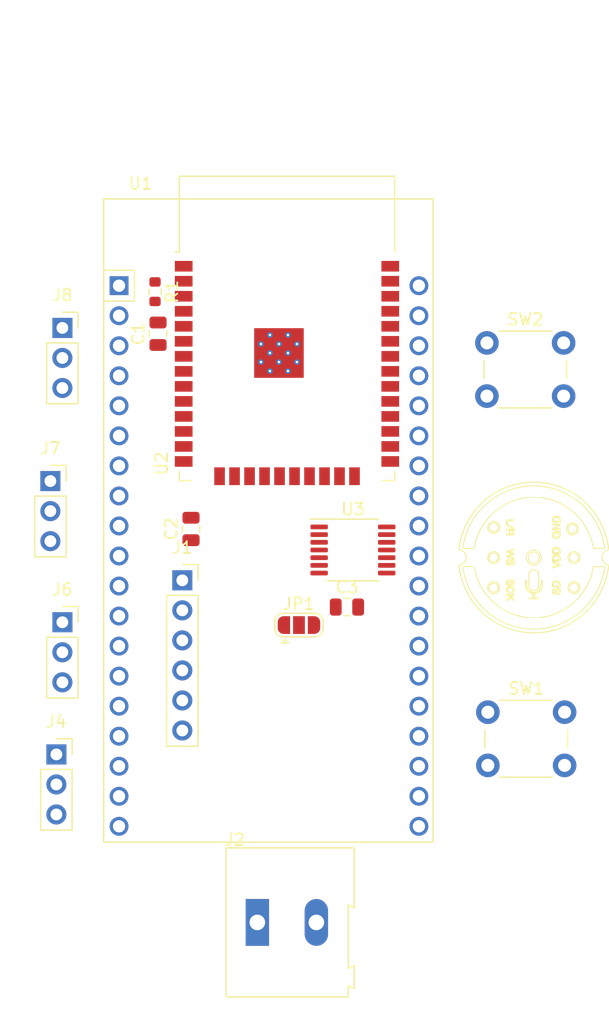
<source format=kicad_pcb>
(kicad_pcb (version 20211014) (generator pcbnew)
  (layers (0 "F.Cu" signal) (31 "B.Cu" signal) (34 "B.Paste" user) (35 "F.Paste" user) (36 "B.SilkS" user "B.Silkscreen") (37 "F.SilkS" user "F.Silkscreen") (38 "B.Mask" user) (39 "F.Mask" user) (44 "Edge.Cuts" user))
  (net 0 "")
  (net 1 "/Reset")
  (net 2 "GND")
  (net 3 "+3.3V")
  (net 4 "/GPIO-0")
  (net 5 "Net-(J1-Pad3)")
  (net 6 "+5V")
  (net 27 "/Rx")
  (net 28 "/Tx")
  (net 53 "Net-(J4-Pad2)")
  (net 54 "Net-(J6-Pad2)")
  (net 55 "Net-(J7-Pad2)")
  (net 56 "Net-(J8-Pad2)")
  (net 59 "/LED-1")
  (net 60 "/LED-2")
  (net 61 "/LED-3")
  (net 62 "/LED-4")
  (net 63 "/SD")
  (net 64 "/SCK")
  (net 65 "/WS")
  (footprint "RF_Module:ESP32-WROOM-32" (layer "F.Cu") (at 182.372 89.408)
    (fp_text reference "U2" (at -10.61 8.43 90) (layer "F.SilkS"))
    (fp_text value "ESP32-WROOM-32D")
    (pad "1" smd rect (at -8.75 -8.25) (size 1.5 0.9) (layers "F.Cu" "F.Paste" "F.Mask") (net 2 "GND"))
    (pad "2" smd rect (at -8.75 -6.98) (size 1.5 0.9) (layers "F.Cu" "F.Paste" "F.Mask") (net 3 "+3.3V"))
    (pad "3" smd rect (at -8.75 -5.71) (size 1.5 0.9) (layers "F.Cu" "F.Paste" "F.Mask") (net 1 "/Reset"))
    (pad "4" smd rect (at -8.75 -4.44) (size 1.5 0.9) (layers "F.Cu" "F.Paste" "F.Mask"))
    (pad "5" smd rect (at -8.75 -3.17) (size 1.5 0.9) (layers "F.Cu" "F.Paste" "F.Mask"))
    (pad "6" smd rect (at -8.75 -1.9) (size 1.5 0.9) (layers "F.Cu" "F.Paste" "F.Mask"))
    (pad "7" smd rect (at -8.75 -0.63) (size 1.5 0.9) (layers "F.Cu" "F.Paste" "F.Mask"))
    (pad "8" smd rect (at -8.75 0.64) (size 1.5 0.9) (layers "F.Cu" "F.Paste" "F.Mask") (net 63 "/SD"))
    (pad "9" smd rect (at -8.75 1.91) (size 1.5 0.9) (layers "F.Cu" "F.Paste" "F.Mask"))
    (pad "10" smd rect (at -8.75 3.18) (size 1.5 0.9) (layers "F.Cu" "F.Paste" "F.Mask"))
    (pad "11" smd rect (at -8.75 4.45) (size 1.5 0.9) (layers "F.Cu" "F.Paste" "F.Mask"))
    (pad "12" smd rect (at -8.75 5.72) (size 1.5 0.9) (layers "F.Cu" "F.Paste" "F.Mask"))
    (pad "13" smd rect (at -8.75 6.99) (size 1.5 0.9) (layers "F.Cu" "F.Paste" "F.Mask") (net 64 "/SCK"))
    (pad "14" smd rect (at -8.75 8.26) (size 1.5 0.9) (layers "F.Cu" "F.Paste" "F.Mask"))
    (pad "15" smd rect (at -5.71 9.51 90) (size 1.5 0.9) (layers "F.Cu" "F.Paste" "F.Mask") (net 2 "GND"))
    (pad "16" smd rect (at -4.44 9.51 90) (size 1.5 0.9) (layers "F.Cu" "F.Paste" "F.Mask"))
    (pad "17" smd rect (at -3.17 9.51 90) (size 1.5 0.9) (layers "F.Cu" "F.Paste" "F.Mask"))
    (pad "18" smd rect (at -1.9 9.51 90) (size 1.5 0.9) (layers "F.Cu" "F.Paste" "F.Mask"))
    (pad "19" smd rect (at -0.63 9.51 90) (size 1.5 0.9) (layers "F.Cu" "F.Paste" "F.Mask"))
    (pad "20" smd rect (at 0.64 9.51 90) (size 1.5 0.9) (layers "F.Cu" "F.Paste" "F.Mask"))
    (pad "21" smd rect (at 1.91 9.51 90) (size 1.5 0.9) (layers "F.Cu" "F.Paste" "F.Mask"))
    (pad "22" smd rect (at 3.18 9.51 90) (size 1.5 0.9) (layers "F.Cu" "F.Paste" "F.Mask"))
    (pad "23" smd rect (at 4.45 9.51 90) (size 1.5 0.9) (layers "F.Cu" "F.Paste" "F.Mask") (net 65 "/WS"))
    (pad "24" smd rect (at 5.72 9.51 90) (size 1.5 0.9) (layers "F.Cu" "F.Paste" "F.Mask") (net 59 "/LED-1"))
    (pad "25" smd rect (at 8.75 8.26) (size 1.5 0.9) (layers "F.Cu" "F.Paste" "F.Mask") (net 4 "/GPIO-0"))
    (pad "26" smd rect (at 8.75 6.99) (size 1.5 0.9) (layers "F.Cu" "F.Paste" "F.Mask"))
    (pad "27" smd rect (at 8.75 5.72) (size 1.5 0.9) (layers "F.Cu" "F.Paste" "F.Mask"))
    (pad "28" smd rect (at 8.75 4.45) (size 1.5 0.9) (layers "F.Cu" "F.Paste" "F.Mask") (net 60 "/LED-2"))
    (pad "29" smd rect (at 8.75 3.18) (size 1.5 0.9) (layers "F.Cu" "F.Paste" "F.Mask"))
    (pad "30" smd rect (at 8.75 1.91) (size 1.5 0.9) (layers "F.Cu" "F.Paste" "F.Mask") (net 61 "/LED-3"))
    (pad "31" smd rect (at 8.75 0.64) (size 1.5 0.9) (layers "F.Cu" "F.Paste" "F.Mask") (net 62 "/LED-4"))
    (pad "32" smd rect (at 8.75 -0.63) (size 1.5 0.9) (layers "F.Cu" "F.Paste" "F.Mask"))
    (pad "33" smd rect (at 8.75 -1.9) (size 1.5 0.9) (layers "F.Cu" "F.Paste" "F.Mask"))
    (pad "34" smd rect (at 8.75 -3.17) (size 1.5 0.9) (layers "F.Cu" "F.Paste" "F.Mask") (net 27 "/Rx"))
    (pad "35" smd rect (at 8.75 -4.44) (size 1.5 0.9) (layers "F.Cu" "F.Paste" "F.Mask") (net 28 "/Tx"))
    (pad "36" smd rect (at 8.75 -5.71) (size 1.5 0.9) (layers "F.Cu" "F.Paste" "F.Mask"))
    (pad "37" smd rect (at 8.75 -6.98) (size 1.5 0.9) (layers "F.Cu" "F.Paste" "F.Mask"))
    (pad "38" smd rect (at 8.75 -8.25) (size 1.5 0.9) (layers "F.Cu" "F.Paste" "F.Mask") (net 2 "GND"))
    (pad "39" smd rect (at -0.68 -2.435) (size 1.05 1.05) (layers "F.Cu" "F.Paste") (net 2 "GND"))
    (pad "39" thru_hole circle (at -0.68 -1.6725) (size 0.475 0.475) (drill 0.2) (property pad_prop_heatsink) (layers *.Cu "F.Mask") (net 2 "GND"))
    (pad "39" smd rect (at -0.68 0.615) (size 1.05 1.05) (layers "F.Cu" "F.Paste") (net 2 "GND"))
    (pad "39" thru_hole circle (at -2.205 -0.1475) (size 0.475 0.475) (drill 0.2) (property pad_prop_heatsink) (layers *.Cu "F.Mask") (net 2 "GND"))
    (pad "39" thru_hole circle (at 0.845 -0.1475) (size 0.475 0.475) (drill 0.2) (property pad_prop_heatsink) (layers *.Cu "F.Mask") (net 2 "GND"))
    (pad "39" smd rect (at 0.845 -0.91) (size 1.05 1.05) (layers "F.Cu" "F.Paste") (net 2 "GND"))
    (pad "39" smd rect (at 0.845 -2.435) (size 1.05 1.05) (layers "F.Cu" "F.Paste") (net 2 "GND"))
    (pad "39" thru_hole circle (at 0.0825 -0.91) (size 0.475 0.475) (drill 0.2) (property pad_prop_heatsink) (layers *.Cu "F.Mask") (net 2 "GND"))
    (pad "39" smd rect (at -0.68 -0.91) (size 1.05 1.05) (layers "F.Cu" "F.Paste") (net 2 "GND"))
    (pad "39" thru_hole circle (at -1.4425 -2.435) (size 0.475 0.475) (drill 0.2) (property pad_prop_heatsink) (layers *.Cu "F.Mask") (net 2 "GND"))
    (pad "39" thru_hole circle (at -0.68 -0.1475) (size 0.475 0.475) (drill 0.2) (property pad_prop_heatsink) (layers *.Cu "F.Mask") (net 2 "GND"))
    (pad "39" smd rect (at 0.845 0.615) (size 1.05 1.05) (layers "F.Cu" "F.Paste") (net 2 "GND"))
    (pad "39" thru_hole circle (at 0.0825 0.615) (size 0.475 0.475) (drill 0.2) (property pad_prop_heatsink) (layers *.Cu "F.Mask") (net 2 "GND"))
    (pad "39" smd rect (at -2.205 -2.435) (size 1.05 1.05) (layers "F.Cu" "F.Paste") (net 2 "GND"))
    (pad "39" thru_hole circle (at -2.205 -1.6725) (size 0.475 0.475) (drill 0.2) (property pad_prop_heatsink) (layers *.Cu "F.Mask") (net 2 "GND"))
    (pad "39" smd rect (at -2.205 0.615) (size 1.05 1.05) (layers "F.Cu" "F.Paste") (net 2 "GND"))
    (pad "39" thru_hole circle (at -1.4425 0.615) (size 0.475 0.475) (drill 0.2) (property pad_prop_heatsink) (layers *.Cu "F.Mask") (net 2 "GND"))
    (pad "39" thru_hole circle (at -1.4425 -0.91) (size 0.475 0.475) (drill 0.2) (property pad_prop_heatsink) (layers *.Cu "F.Mask") (net 2 "GND"))
    (pad "39" thru_hole circle (at 0.0825 -2.435) (size 0.475 0.475) (drill 0.2) (property pad_prop_heatsink) (layers *.Cu "F.Mask") (net 2 "GND"))
    (pad "39" smd rect (at -0.68 -0.91) (size 4.2 4.2) (layers "F.Cu" "F.Mask") (net 2 "GND"))
    (pad "39" smd rect (at -2.205 -0.91) (size 1.05 1.05) (layers "F.Cu" "F.Paste") (net 2 "GND"))
    (pad "39" thru_hole circle (at 0.845 -1.6725) (size 0.475 0.475) (drill 0.2) (property pad_prop_heatsink) (layers *.Cu "F.Mask") (net 2 "GND"))
  )
  (footprint "Connector_PinSocket_2.54mm:PinSocket_1x03_P2.54mm_Vertical" (layer "F.Cu") (at 163.347 111.267)
    (fp_text reference "J6" (at 0 -2.77) (layer "F.SilkS"))
    (fp_text value "Pixel-strip")
    (pad "1" thru_hole rect (at 0 0) (size 1.7 1.7) (drill 1) (layers *.Cu *.Mask) (net 2 "GND"))
    (pad "2" thru_hole oval (at 0 2.54) (size 1.7 1.7) (drill 1) (layers *.Cu *.Mask) (net 54 "Net-(J6-Pad2)"))
    (pad "3" thru_hole oval (at 0 5.08) (size 1.7 1.7) (drill 1) (layers *.Cu *.Mask) (net 6 "+5V"))
  )
  (footprint "Resistor_SMD:R_0603_1608Metric" (layer "F.Cu") (at 171.196 83.312 -90)
    (fp_text reference "R1" (at 0 -1.43 90) (layer "F.SilkS"))
    (fp_text value "R")
    (pad "1" smd roundrect (at -0.825 0 270) (size 0.8 0.95) (layers "F.Cu" "F.Paste" "F.Mask") (net 3 "+3.3V"))
    (pad "2" smd roundrect (at 0.825 0 270) (size 0.8 0.95) (layers "F.Cu" "F.Paste" "F.Mask") (net 1 "/Reset"))
  )
  (footprint "Jumper:SolderJumper-3_P1.3mm_Open_RoundedPad1.0x1.5mm" (layer "F.Cu") (at 183.388 111.506)
    (fp_text reference "JP1" (at 0 -1.8) (layer "F.SilkS"))
    (fp_text value "SolderJumper_3_Bridged12")
    (pad "1" smd custom (at -1.3 0) (size 1 0.5) (layers "F.Cu" "F.Mask") (net 3 "+3.3V") (options (clearance outline) (anchor rect)) (primitives (gr_circle (center 0 0.25) (end 0.5 0.25) (width 0) (fill yes)) (gr_circle (center 0 -0.25) (end 0.5 -0.25) (width 0) (fill yes)) (gr_poly (pts (xy 0.55 0.75) (xy 0 0.75) (xy 0 -0.75) (xy 0.55 -0.75)) (width 0) (fill yes))))
    (pad "2" smd rect (at 0 0) (size 1 1.5) (layers "F.Cu" "F.Mask") (net 5 "Net-(J1-Pad3)"))
    (pad "3" smd custom (at 1.3 0) (size 1 0.5) (layers "F.Cu" "F.Mask") (net 6 "+5V") (options (clearance outline) (anchor rect)) (primitives (gr_circle (center 0 0.25) (end 0.5 0.25) (width 0) (fill yes)) (gr_circle (center 0 -0.25) (end 0.5 -0.25) (width 0) (fill yes)) (gr_poly (pts (xy 0 0.75) (xy -0.55 0.75) (xy -0.55 -0.75) (xy 0 -0.75)) (width 0) (fill yes))))
  )
  (footprint "esp32:ESP32-DEVKITC-32D" (layer "F.Cu") (at 168.148 82.804)
    (fp_text reference "U1" (at 1.820025 -8.634045) (layer "F.SilkS"))
    (fp_text value "ESP32-WROOM-32D")
    (pad "1" thru_hole rect (at 0 0) (size 1.6 1.6) (drill 1.04) (layers F&B.Cu *.Mask) (net 2 "GND"))
    (pad "2" thru_hole circle (at 0 2.54) (size 1.6 1.6) (drill 1.04) (layers F&B.Cu *.Mask) (net 3 "+3.3V"))
    (pad "3" thru_hole circle (at 0 5.08) (size 1.6 1.6) (drill 1.04) (layers F&B.Cu *.Mask) (net 1 "/Reset"))
    (pad "4" thru_hole circle (at 0 7.62) (size 1.6 1.6) (drill 1.04) (layers F&B.Cu *.Mask))
    (pad "5" thru_hole circle (at 0 10.16) (size 1.6 1.6) (drill 1.04) (layers F&B.Cu *.Mask))
    (pad "6" thru_hole circle (at 0 12.7) (size 1.6 1.6) (drill 1.04) (layers F&B.Cu *.Mask))
    (pad "7" thru_hole circle (at 0 15.24) (size 1.6 1.6) (drill 1.04) (layers F&B.Cu *.Mask))
    (pad "8" thru_hole circle (at 0 17.78) (size 1.6 1.6) (drill 1.04) (layers F&B.Cu *.Mask) (net 63 "/SD"))
    (pad "9" thru_hole circle (at 0 20.32) (size 1.6 1.6) (drill 1.04) (layers F&B.Cu *.Mask))
    (pad "10" thru_hole circle (at 0 22.86) (size 1.6 1.6) (drill 1.04) (layers F&B.Cu *.Mask))
    (pad "11" thru_hole circle (at 0 25.4) (size 1.6 1.6) (drill 1.04) (layers F&B.Cu *.Mask))
    (pad "12" thru_hole circle (at 0 27.94) (size 1.6 1.6) (drill 1.04) (layers F&B.Cu *.Mask))
    (pad "13" thru_hole circle (at 0 30.48) (size 1.6 1.6) (drill 1.04) (layers F&B.Cu *.Mask) (net 64 "/SCK"))
    (pad "14" thru_hole circle (at 0 33.02) (size 1.6 1.6) (drill 1.04) (layers F&B.Cu *.Mask))
    (pad "15" thru_hole circle (at 0 35.56) (size 1.6 1.6) (drill 1.04) (layers F&B.Cu *.Mask) (net 2 "GND"))
    (pad "16" thru_hole circle (at 0 38.1) (size 1.6 1.6) (drill 1.04) (layers F&B.Cu *.Mask))
    (pad "17" thru_hole circle (at 0 40.64) (size 1.6 1.6) (drill 1.04) (layers F&B.Cu *.Mask))
    (pad "18" thru_hole circle (at 0 43.18) (size 1.6 1.6) (drill 1.04) (layers F&B.Cu *.Mask))
    (pad "19" thru_hole circle (at 0 45.72) (size 1.6 1.6) (drill 1.04) (layers F&B.Cu *.Mask))
    (pad "20" thru_hole circle (at 25.4 0) (size 1.6 1.6) (drill 1.04) (layers F&B.Cu *.Mask))
    (pad "21" thru_hole circle (at 25.4 2.54) (size 1.6 1.6) (drill 1.04) (layers F&B.Cu *.Mask))
    (pad "22" thru_hole circle (at 25.4 5.08) (size 1.6 1.6) (drill 1.04) (layers F&B.Cu *.Mask))
    (pad "23" thru_hole circle (at 25.4 7.62) (size 1.6 1.6) (drill 1.04) (layers F&B.Cu *.Mask) (net 65 "/WS"))
    (pad "24" thru_hole circle (at 25.4 10.16) (size 1.6 1.6) (drill 1.04) (layers F&B.Cu *.Mask) (net 59 "/LED-1"))
    (pad "25" thru_hole circle (at 25.4 12.7) (size 1.6 1.6) (drill 1.04) (layers F&B.Cu *.Mask) (net 4 "/GPIO-0"))
    (pad "26" thru_hole circle (at 25.4 15.24) (size 1.6 1.6) (drill 1.04) (layers F&B.Cu *.Mask))
    (pad "27" thru_hole circle (at 25.4 17.78) (size 1.6 1.6) (drill 1.04) (layers F&B.Cu *.Mask))
    (pad "28" thru_hole circle (at 25.4 20.32) (size 1.6 1.6) (drill 1.04) (layers F&B.Cu *.Mask) (net 60 "/LED-2"))
    (pad "29" thru_hole circle (at 25.4 22.86) (size 1.6 1.6) (drill 1.04) (layers F&B.Cu *.Mask))
    (pad "30" thru_hole circle (at 25.4 25.4) (size 1.6 1.6) (drill 1.04) (layers F&B.Cu *.Mask) (net 61 "/LED-3"))
    (pad "31" thru_hole circle (at 25.4 27.94) (size 1.6 1.6) (drill 1.04) (layers F&B.Cu *.Mask) (net 62 "/LED-4"))
    (pad "32" thru_hole circle (at 25.4 30.48) (size 1.6 1.6) (drill 1.04) (layers F&B.Cu *.Mask))
    (pad "33" thru_hole circle (at 25.4 33.02) (size 1.6 1.6) (drill 1.04) (layers F&B.Cu *.Mask))
    (pad "34" thru_hole circle (at 25.4 35.56) (size 1.6 1.6) (drill 1.04) (layers F&B.Cu *.Mask) (net 27 "/Rx"))
    (pad "35" thru_hole circle (at 25.4 38.1) (size 1.6 1.6) (drill 1.04) (layers F&B.Cu *.Mask) (net 28 "/Tx"))
    (pad "36" thru_hole circle (at 25.4 40.64) (size 1.6 1.6) (drill 1.04) (layers F&B.Cu *.Mask))
    (pad "37" thru_hole circle (at 25.4 43.18) (size 1.6 1.6) (drill 1.04) (layers F&B.Cu *.Mask))
    (pad "38" thru_hole circle (at 25.4 45.72) (size 1.6 1.6) (drill 1.04) (layers F&B.Cu *.Mask) (net 2 "GND"))
  )
  (footprint "Package_SO:TSSOP-14_4.4x5mm_P0.65mm" (layer "F.Cu") (at 187.96 105.156)
    (fp_text reference "U3" (at 0 -3.45) (layer "F.SilkS"))
    (fp_text value "SN74LV4T125")
    (pad "1" smd roundrect (at -2.8625 -1.95) (size 1.475 0.4) (layers "F.Cu" "F.Paste" "F.Mask") (net 2 "GND"))
    (pad "2" smd roundrect (at -2.8625 -1.3) (size 1.475 0.4) (layers "F.Cu" "F.Paste" "F.Mask") (net 59 "/LED-1"))
    (pad "3" smd roundrect (at -2.8625 -0.65) (size 1.475 0.4) (layers "F.Cu" "F.Paste" "F.Mask") (net 53 "Net-(J4-Pad2)"))
    (pad "4" smd roundrect (at -2.8625 0) (size 1.475 0.4) (layers "F.Cu" "F.Paste" "F.Mask") (net 2 "GND"))
    (pad "5" smd roundrect (at -2.8625 0.65) (size 1.475 0.4) (layers "F.Cu" "F.Paste" "F.Mask") (net 60 "/LED-2"))
    (pad "6" smd roundrect (at -2.8625 1.3) (size 1.475 0.4) (layers "F.Cu" "F.Paste" "F.Mask") (net 54 "Net-(J6-Pad2)"))
    (pad "7" smd roundrect (at -2.8625 1.95) (size 1.475 0.4) (layers "F.Cu" "F.Paste" "F.Mask") (net 2 "GND"))
    (pad "8" smd roundrect (at 2.8625 1.95) (size 1.475 0.4) (layers "F.Cu" "F.Paste" "F.Mask") (net 55 "Net-(J7-Pad2)"))
    (pad "9" smd roundrect (at 2.8625 1.3) (size 1.475 0.4) (layers "F.Cu" "F.Paste" "F.Mask") (net 61 "/LED-3"))
    (pad "10" smd roundrect (at 2.8625 0.65) (size 1.475 0.4) (layers "F.Cu" "F.Paste" "F.Mask") (net 2 "GND"))
    (pad "11" smd roundrect (at 2.8625 0) (size 1.475 0.4) (layers "F.Cu" "F.Paste" "F.Mask") (net 56 "Net-(J8-Pad2)"))
    (pad "12" smd roundrect (at 2.8625 -0.65) (size 1.475 0.4) (layers "F.Cu" "F.Paste" "F.Mask") (net 62 "/LED-4"))
    (pad "13" smd roundrect (at 2.8625 -1.3) (size 1.475 0.4) (layers "F.Cu" "F.Paste" "F.Mask") (net 2 "GND"))
    (pad "14" smd roundrect (at 2.8625 -1.95) (size 1.475 0.4) (layers "F.Cu" "F.Paste" "F.Mask") (net 6 "+5V"))
  )
  (footprint "Connector_PinSocket_2.54mm:PinSocket_1x03_P2.54mm_Vertical" (layer "F.Cu") (at 162.839 122.443)
    (fp_text reference "J4" (at 0 -2.77) (layer "F.SilkS"))
    (fp_text value "Pixel-strip")
    (pad "1" thru_hole rect (at 0 0) (size 1.7 1.7) (drill 1) (layers *.Cu *.Mask) (net 2 "GND"))
    (pad "2" thru_hole oval (at 0 2.54) (size 1.7 1.7) (drill 1) (layers *.Cu *.Mask) (net 53 "Net-(J4-Pad2)"))
    (pad "3" thru_hole oval (at 0 5.08) (size 1.7 1.7) (drill 1) (layers *.Cu *.Mask) (net 6 "+5V"))
  )
  (footprint "TerminalBlock:TerminalBlock_Altech_AK300-2_P5.00mm" (layer "F.Cu") (at 179.861 136.652)
    (fp_text reference "J2" (at -1.92 -6.99) (layer "F.SilkS"))
    (fp_text value "Power-in")
    (pad "1" thru_hole rect (at 0 0) (size 1.98 3.96) (drill 1.32) (layers *.Cu *.Mask) (net 2 "GND"))
    (pad "2" thru_hole oval (at 5 0) (size 1.98 3.96) (drill 1.32) (layers *.Cu *.Mask) (net 6 "+5V"))
  )
  (footprint "Capacitor_SMD:C_0805_2012Metric" (layer "F.Cu") (at 187.452 109.982)
    (fp_text reference "C3" (at 0 -1.68) (layer "F.SilkS"))
    (fp_text value "C")
    (pad "1" smd roundrect (at -0.95 0) (size 1 1.45) (layers "F.Cu" "F.Paste" "F.Mask") (net 6 "+5V"))
    (pad "2" smd roundrect (at 0.95 0) (size 1 1.45) (layers "F.Cu" "F.Paste" "F.Mask") (net 2 "GND"))
  )
  (footprint "Connector_PinSocket_2.54mm:PinSocket_1x03_P2.54mm_Vertical" (layer "F.Cu") (at 163.347 86.375)
    (fp_text reference "J8" (at 0 -2.77) (layer "F.SilkS"))
    (fp_text value "Pixel-strip")
    (pad "1" thru_hole rect (at 0 0) (size 1.7 1.7) (drill 1) (layers *.Cu *.Mask) (net 2 "GND"))
    (pad "2" thru_hole oval (at 0 2.54) (size 1.7 1.7) (drill 1) (layers *.Cu *.Mask) (net 56 "Net-(J8-Pad2)"))
    (pad "3" thru_hole oval (at 0 5.08) (size 1.7 1.7) (drill 1) (layers *.Cu *.Mask) (net 6 "+5V"))
  )
  (footprint "Capacitor_SMD:C_0805_2012Metric" (layer "F.Cu") (at 174.244 103.378 90)
    (fp_text reference "C2" (at 0 -1.68 90) (layer "F.SilkS"))
    (fp_text value "25uF")
    (pad "1" smd roundrect (at -0.95 0 90) (size 1 1.45) (layers "F.Cu" "F.Paste" "F.Mask") (net 3 "+3.3V"))
    (pad "2" smd roundrect (at 0.95 0 90) (size 1 1.45) (layers "F.Cu" "F.Paste" "F.Mask") (net 2 "GND"))
  )
  (footprint "Connector_PinSocket_2.54mm:PinSocket_1x06_P2.54mm_Vertical" (layer "F.Cu") (at 173.507 107.721)
    (fp_text reference "J1" (at 0 -2.77) (layer "F.SilkS"))
    (fp_text value "FTDI-header")
    (pad "1" thru_hole rect (at 0 0) (size 1.7 1.7) (drill 1) (layers *.Cu *.Mask) (net 2 "GND"))
    (pad "2" thru_hole oval (at 0 2.54) (size 1.7 1.7) (drill 1) (layers *.Cu *.Mask) (net 4 "/GPIO-0"))
    (pad "3" thru_hole oval (at 0 5.08) (size 1.7 1.7) (drill 1) (layers *.Cu *.Mask) (net 5 "Net-(J1-Pad3)"))
    (pad "4" thru_hole oval (at 0 7.62) (size 1.7 1.7) (drill 1) (layers *.Cu *.Mask) (net 28 "/Tx"))
    (pad "5" thru_hole oval (at 0 10.16) (size 1.7 1.7) (drill 1) (layers *.Cu *.Mask) (net 27 "/Rx"))
    (pad "6" thru_hole oval (at 0 12.7) (size 1.7 1.7) (drill 1) (layers *.Cu *.Mask) (net 1 "/Reset"))
  )
  (footprint "Capacitor_SMD:C_0805_2012Metric" (layer "F.Cu") (at 171.45 86.868 90)
    (fp_text reference "C1" (at 0 -1.68 90) (layer "F.SilkS"))
    (fp_text value "C")
    (pad "1" smd roundrect (at -0.95 0 90) (size 1 1.45) (layers "F.Cu" "F.Paste" "F.Mask") (net 1 "/Reset"))
    (pad "2" smd roundrect (at 0.95 0 90) (size 1 1.45) (layers "F.Cu" "F.Paste" "F.Mask") (net 2 "GND"))
  )
  (footprint "Connector_PinSocket_2.54mm:PinSocket_1x03_P2.54mm_Vertical" (layer "F.Cu") (at 162.331 99.329)
    (fp_text reference "J7" (at 0 -2.77) (layer "F.SilkS"))
    (fp_text value "Pixel-strip")
    (pad "1" thru_hole rect (at 0 0) (size 1.7 1.7) (drill 1) (layers *.Cu *.Mask) (net 2 "GND"))
    (pad "2" thru_hole oval (at 0 2.54) (size 1.7 1.7) (drill 1) (layers *.Cu *.Mask) (net 55 "Net-(J7-Pad2)"))
    (pad "3" thru_hole oval (at 0 5.08) (size 1.7 1.7) (drill 1) (layers *.Cu *.Mask) (net 6 "+5V"))
  )
  (footprint "Button_Switch_THT:SW_PUSH_6mm_H5mm" (layer "F.Cu") (at 199.308 87.642)
    (fp_text reference "SW2" (at 3.25 -2) (layer "F.SilkS"))
    (fp_text value "SW_MEC_5E")
    (pad "1" thru_hole circle (at 6.5 0 90) (size 2 2) (drill 1.1) (layers *.Cu *.Mask))
    (pad "1" thru_hole circle (at 0 0 90) (size 2 2) (drill 1.1) (layers *.Cu *.Mask))
    (pad "2" thru_hole circle (at 0 4.5 90) (size 2 2) (drill 1.1) (layers *.Cu *.Mask))
    (pad "2" thru_hole circle (at 6.5 4.5 90) (size 2 2) (drill 1.1) (layers *.Cu *.Mask))
  )
  (footprint "Button_Switch_THT:SW_PUSH_6mm_H5mm" (layer "F.Cu") (at 199.39 118.872)
    (fp_text reference "SW1" (at 3.25 -2) (layer "F.SilkS"))
    (fp_text value "SW_MEC_5E")
    (pad "1" thru_hole circle (at 6.5 0 90) (size 2 2) (drill 1.1) (layers *.Cu *.Mask) (net 4 "/GPIO-0"))
    (pad "1" thru_hole circle (at 0 0 90) (size 2 2) (drill 1.1) (layers *.Cu *.Mask) (net 4 "/GPIO-0"))
    (pad "2" thru_hole circle (at 0 4.5 90) (size 2 2) (drill 1.1) (layers *.Cu *.Mask) (net 4 "/GPIO-0"))
    (pad "2" thru_hole circle (at 6.5 4.5 90) (size 2 2) (drill 1.1) (layers *.Cu *.Mask) (net 4 "/GPIO-0"))
  )
  (gr_poly (pts (xy 206.707231 107.922301) (xy 206.742796 107.926262) (xy 206.778013 107.933306) (xy 206.812696 107.943389) (xy 206.846656 107.956463) (xy 206.879706 107.972484) (xy 206.911661 107.991405) (xy 206.942332 108.013182) (xy 206.971532 108.037768) (xy 206.985523 108.0511) (xy 206.999076 108.065118) (xy 207.012167 108.079814) (xy 207.024774 108.095185) (xy 207.033393 108.106674) (xy 207.041319 108.118385) (xy 207.048571 108.130393) (xy 207.055167 108.14277) (xy 207.061127 108.155588) (xy 207.06647 108.16892) (xy 207.071214 108.182839) (xy 207.075378 108.197417) (xy 207.078981 108.212728) (xy 207.082043 108.228843) (xy 207.084582 108.245836) (xy 207.086617 108.26378) (xy 207.088167 108.282747) (xy 207.08925 108.302809) (xy 207.089886 108.32404) (xy 207.090094 108.346513) (xy 207.089924 108.372743) (xy 207.089351 108.396637) (xy 207.088283 108.418445) (xy 207.086629 108.438421) (xy 207.084294 108.456815) (xy 207.081188 108.47388) (xy 207.077218 108.489868) (xy 207.072292 108.50503) (xy 207.066316 108.519619) (xy 207.0592 108.533887) (xy 207.05085 108.548085) (xy 207.041174 108.562465) (xy 207.030079 108.577279) (xy 207.017475 108.59278) (xy 207.003267 108.609218) (xy 206.987365 108.626847) (xy 206.970274 108.644506) (xy 206.952536 108.660922) (xy 206.934196 108.676097) (xy 206.915298 108.690033) (xy 206.895888 108.702734) (xy 206.87601 108.714203) (xy 206.855709 108.724441) (xy 206.835031 108.733453) (xy 206.81402 108.74124) (xy 206.79272 108.747805) (xy 206.771178 108.753151) (xy 206.749438 108.75728) (xy 206.727544 108.760197) (xy 206.705542 108.761902) (xy 206.683476 108.762399) (xy 206.661392 108.761691) (xy 206.639334 108.75978) (xy 206.617347 108.756669) (xy 206.595477 108.752361) (xy 206.573768 108.746859) (xy 206.552265 108.740165) (xy 206.531012 108.732281) (xy 206.510056 108.723212) (xy 206.48944 108.712959) (xy 206.46921 108.701525) (xy 206.44941 108.688913) (xy 206.430086 108.675126) (xy 206.411283 108.660166) (xy 206.393044 108.644036) (xy 206.375416 108.626739) (xy 206.358443 108.608277) (xy 206.34217 108.588654) (xy 206.333637 108.577267) (xy 206.325775 108.565635) (xy 206.318569 108.553697) (xy 206.312001 108.541389) (xy 206.306054 108.52865) (xy 206.300712 108.515415) (xy 206.295958 108.501622) (xy 206.291776 108.487208) (xy 206.288148 108.472111) (xy 206.285058 108.456267) (xy 206.282489 108.439614) (xy 206.280425 108.422089) (xy 206.278849 108.403629) (xy 206.277743 108.384171) (xy 206.277092 108.363653) (xy 206.276879 108.342011) (xy 206.27694 108.335882) (xy 206.34969 108.335882) (xy 206.35045 108.35968) (xy 206.353024 108.38352) (xy 206.35745 108.407307) (xy 206.363763 108.430946) (xy 206.372002 108.454344) (xy 206.382202 108.477406) (xy 206.394402 108.500036) (xy 206.408638 108.52214) (xy 206.424948 108.543624) (xy 206.443368 108.564393) (xy 206.463935 108.584351) (xy 206.463925 108.584229) (xy 206.477501 108.595986) (xy 206.491233 108.60693) (xy 206.505111 108.617062) (xy 206.519124 108.626382) (xy 206.533263 108.634891) (xy 206.547518 108.642589) (xy 206.561877 108.649478) (xy 206.576332 108.655556) (xy 206.590871 108.660826) (xy 206.605484 108.665287) (xy 206.620162 108.66894) (xy 206.634894 108.671786) (xy 206.64967 108.673826) (xy 206.66448 108.675059) (xy 206.679313 108.675486) (xy 206.694159 108.675109) (xy 206.709009 108.673926) (xy 206.723851 108.67194) (xy 206.738676 108.669151) (xy 206.753474 108.665558) (xy 206.768234 108.661164) (xy 206.782946 108.655967) (xy 206.7976 108.64997) (xy 206.812185 108.643171) (xy 206.826692 108.635573) (xy 206.841111 108.627175) (xy 206.85543 108.617978) (xy 206.869641 108.607983) (xy 206.883732 108.59719) (xy 206.897693 108.585599) (xy 206.911515 108.573212) (xy 206.925187 108.560029) (xy 206.942966 108.542056) (xy 206.958682 108.525674) (xy 206.972436 108.510621) (xy 206.984326 108.496638) (xy 206.994452 108.483464) (xy 206.998885 108.477099) (xy 207.002914 108.470839) (xy 207.006552 108.464652) (xy 207.009811 108.458504) (xy 207.012703 108.452364) (xy 207.015241 108.446198) (xy 207.017438 108.439975) (xy 207.019305 108.433661) (xy 207.020856 108.427225) (xy 207.022102 108.420633) (xy 207.023056 108.413853) (xy 207.023731 108.406853) (xy 207.024138 108.399601) (xy 207.024291 108.392062) (xy 207.023883 108.376) (xy 207.022605 108.358406) (xy 207.020557 108.33902) (xy 207.017837 108.317582) (xy 207.015275 108.301107) (xy 207.012061 108.284943) (xy 207.008209 108.269103) (xy 207.003734 108.253601) (xy 206.998652 108.238451) (xy 206.992977 108.223668) (xy 206.986726 108.209265) (xy 206.979913 108.195255) (xy 206.972552 108.181654) (xy 206.964661 108.168475) (xy 206.956253 108.155732) (xy 206.947343 108.143438) (xy 206.937947 108.131609) (xy 206.928081 108.120257) (xy 206.917758 108.109396) (xy 206.906995 108.099042) (xy 206.895806 108.089206) (xy 206.884207 108.079905) (xy 206.872212 108.071151) (xy 206.859838 108.062958) (xy 206.847098 108.05534) (xy 206.834009 108.048312) (xy 206.820585 108.041887) (xy 206.806841 108.036079) (xy 206.792793 108.030902) (xy 206.778456 108.02637) (xy 206.763844 108.022497) (xy 206.748974 108.019297) (xy 206.73386 108.016784) (xy 206.718517 108.014971) (xy 206.702961 108.013874) (xy 206.687207 108.013505) (xy 206.658424 108.014551) (xy 206.630679 108.017628) (xy 206.604006 108.02264) (xy 206.578444 108.029492) (xy 206.55403 108.038091) (xy 206.530801 108.048341) (xy 206.508793 108.060148) (xy 206.488043 108.073416) (xy 206.46859 108.088052) (xy 206.450469 108.103961) (xy 206.433718 108.121048) (xy 206.418374 108.139218) (xy 206.404473 108.158377) (xy 206.392054 108.17843) (xy 206.381152 108.199282) (xy 206.371805 108.220839) (xy 206.36405 108.243006) (xy 206.357924 108.265689) (xy 206.353464 108.288792) (xy 206.350707 108.312222) (xy 206.34969 108.335882) (xy 206.27694 108.335882) (xy 206.277093 108.320369) (xy 206.277744 108.29985) (xy 206.27885 108.280392) (xy 206.280428 108.261931) (xy 206.282493 108.244406) (xy 206.285063 108.227752) (xy 206.288154 108.211908) (xy 206.291783 108.19681) (xy 206.295966 108.182397) (xy 206.30072 108.168605) (xy 206.306062 108.155371) (xy 206.312009 108.142633) (xy 206.318576 108.130328) (xy 206.325781 108.118393) (xy 206.33364 108.106766) (xy 206.34217 108.095383) (xy 206.342166 108.095185) (xy 206.349285 108.086531) (xy 206.357115 108.077636) (xy 206.365578 108.068568) (xy 206.374594 108.059396) (xy 206.384083 108.050187) (xy 206.393966 108.041009) (xy 206.404164 108.03193) (xy 206.414597 108.023017) (xy 206.425186 108.014338) (xy 206.435852 108.005962) (xy 206.446515 107.997956) (xy 206.457095 107.990388) (xy 206.467514 107.983326) (xy 206.477691 107.976837) (xy 206.487549 107.97099) (xy 206.497006 107.965852) (xy 206.51376 107.957679) (xy 206.530731 107.950351) (xy 206.547896 107.943863) (xy 206.565231 107.938208) (xy 206.582713 107.933382) (xy 206.600318 107.929378) (xy 206.618023 107.92619) (xy 206.635805 107.923813) (xy 206.65364 107.922242) (xy 206.671505 107.92147)) (layer "F.SilkS") (width 0) (fill solid))
  (gr_poly (pts (xy 206.589266 102.823286) (xy 206.620769 102.825437) (xy 206.652145 102.829399) (xy 206.683306 102.835196) (xy 206.714163 102.842855) (xy 206.744629 102.852401) (xy 206.774615 102.863862) (xy 206.804034 102.877263) (xy 206.832797 102.89263) (xy 206.860817 102.90999) (xy 206.888005 102.929368) (xy 206.914552 102.950537) (xy 206.938986 102.971983) (xy 206.961362 102.993824) (xy 206.981735 103.016182) (xy 206.991188 103.027593) (xy 207.000161 103.039177) (xy 207.00866 103.05095) (xy 207.016694 103.062928) (xy 207.024268 103.075125) (xy 207.03139 103.087556) (xy 207.038067 103.100236) (xy 207.044305 103.113181) (xy 207.050112 103.126405) (xy 207.055494 103.139923) (xy 207.060458 103.15375) (xy 207.065011 103.167902) (xy 207.06916 103.182393) (xy 207.072912 103.197238) (xy 207.079253 103.228052) (xy 207.084089 103.260464) (xy 207.087474 103.294593) (xy 207.089465 103.33056) (xy 207.090116 103.368485) (xy 207.089464 103.406564) (xy 207.087467 103.442649) (xy 207.084068 103.476866) (xy 207.079207 103.509343) (xy 207.072827 103.540206) (xy 207.064867 103.569582) (xy 207.05527 103.597599) (xy 207.043976 103.624383) (xy 207.030928 103.650061) (xy 207.016065 103.67476) (xy 206.999331 103.698607) (xy 206.980665 103.72173) (xy 206.960009 103.744254) (xy 206.937305 103.766308) (xy 206.912493 103.788018) (xy 206.885516 103.80951) (xy 206.860016 103.827315) (xy 206.832483 103.843545) (xy 206.803143 103.858164) (xy 206.772224 103.871141) (xy 206.73995 103.88244) (xy 206.706548 103.892028) (xy 206.672245 103.899872) (xy 206.637267 103.905938) (xy 206.601839 103.910192) (xy 206.566189 103.912601) (xy 206.530542 103.91313) (xy 206.495124 103.911747) (xy 206.460162 103.908418) (xy 206.425883 103.903108) (xy 206.392511 103.895785) (xy 206.360274 103.886414) (xy 206.347265 103.881807) (xy 206.334211 103.876512) (xy 206.308051 103.863957) (xy 206.281967 103.848943) (xy 206.256133 103.831664) (xy 206.230721 103.812312) (xy 206.205904 103.791082) (xy 206.181855 103.768167) (xy 206.158748 103.74376) (xy 206.136754 103.718055) (xy 206.116047 103.691245) (xy 206.096801 103.663524) (xy 206.079187 103.635085) (xy 206.063379 103.606122) (xy 206.04955 103.576828) (xy 206.037872 103.547396) (xy 206.028519 103.518021) (xy 206.021224 103.491232) (xy 206.014949 103.466807) (xy 206.00971 103.444404) (xy 206.005519 103.423679) (xy 206.002391 103.404289) (xy 206.000338 103.385891) (xy 205.999376 103.368142) (xy 205.999517 103.350697) (xy 206.000006 103.343901) (xy 206.092708 103.343901) (xy 206.092976 103.38395) (xy 206.096908 103.424893) (xy 206.104666 103.466615) (xy 206.116416 103.508998) (xy 206.132322 103.551926) (xy 206.140737 103.570707) (xy 206.150058 103.588983) (xy 206.16025 103.606738) (xy 206.171277 103.623953) (xy 206.183104 103.640611) (xy 206.195693 103.656695) (xy 206.209011 103.672188) (xy 206.223021 103.687071) (xy 206.237688 103.701328) (xy 206.252976 103.714942) (xy 206.268849 103.727894) (xy 206.285271 103.740167) (xy 206.302208 103.751745) (xy 206.319622 103.762609) (xy 206.33748 103.772741) (xy 206.355744 103.782126) (xy 206.374379 103.790745) (xy 206.39335 103.798581) (xy 206.412621 103.805616) (xy 206.432156 103.811833) (xy 206.45192 103.817215) (xy 206.471877 103.821744) (xy 206.49199 103.825403) (xy 206.512226 103.828175) (xy 206.532547 103.830041) (xy 206.552918 103.830985) (xy 206.573304 103.830988) (xy 206.593669 103.830035) (xy 206.613977 103.828107) (xy 206.634192 103.825187) (xy 206.654279 103.821257) (xy 206.674203 103.8163) (xy 206.706432 103.806151) (xy 206.73725 103.793964) (xy 206.766629 103.77985) (xy 206.794541 103.763918) (xy 206.820959 103.74628) (xy 206.845856 103.727046) (xy 206.869204 103.706325) (xy 206.890976 103.684229) (xy 206.911144 103.660867) (xy 206.929683 103.63635) (xy 206.946563 103.610788) (xy 206.961757 103.584291) (xy 206.97524 103.55697) (xy 206.986982 103.528935) (xy 206.996956 103.500296) (xy 207.005136 103.471163) (xy 207.011494 103.441648) (xy 207.016002 103.41186) (xy 207.018634 103.381909) (xy 207.019362 103.351906) (xy 207.018158 103.32196) (xy 207.014995 103.292184) (xy 207.009847 103.262686) (xy 207.002685 103.233576) (xy 206.993482 103.204966) (xy 206.982211 103.176966) (xy 206.968844 103.149685) (xy 206.953355 103.123235) (xy 206.935715 103.097724) (xy 206.915898 103.073265) (xy 206.893876 103.049967) (xy 206.869622 103.02794) (xy 206.833106 102.999649) (xy 206.795816 102.975409) (xy 206.757916 102.955103) (xy 206.719571 102.938612) (xy 206.680946 102.925821) (xy 206.642203 102.916613) (xy 206.603509 102.910871) (xy 206.565026 102.908477) (xy 206.52692 102.909316) (xy 206.489354 102.91327) (xy 206.452494 102.920222) (xy 206.416503 102.930056) (xy 206.381546 102.942655) (xy 206.347786 102.957902) (xy 206.315389 102.975679) (xy 206.284519 102.995871) (xy 206.25534 103.018361) (xy 206.228016 103.04303) (xy 206.202712 103.069764) (xy 206.179592 103.098444) (xy 206.15882 103.128954) (xy 206.140561 103.161177) (xy 206.124979 103.194997) (xy 206.112239 103.230296) (xy 206.102504 103.266958) (xy 206.095939 103.304865) (xy 206.092708 103.343901) (xy 206.000006 103.343901) (xy 206.000775 103.333214) (xy 206.003165 103.31535) (xy 206.006699 103.296761) (xy 206.011391 103.277103) (xy 206.017256 103.256034) (xy 206.024306 103.23321) (xy 206.04202 103.180924) (xy 206.042032 103.180833) (xy 206.054078 103.14979) (xy 206.067932 103.119981) (xy 206.083507 103.091433) (xy 206.100714 103.064171) (xy 206.119465 103.038223) (xy 206.139673 103.013613) (xy 206.161249 102.990368) (xy 206.184106 102.968515) (xy 206.208155 102.948079) (xy 206.233308 102.929087) (xy 206.259478 102.911564) (xy 206.286576 102.895537) (xy 206.314515 102.881032) (xy 206.343207 102.868075) (xy 206.372562 102.856692) (xy 206.402494 102.846909) (xy 206.432915 102.838753) (xy 206.463736 102.83225) (xy 206.49487 102.827425) (xy 206.526228 102.824306) (xy 206.557722 102.822917)) (layer "F.SilkS") (width 0) (fill solid))
  (gr_poly (pts (xy 199.927207 102.700029) (xy 199.963646 102.703464) (xy 199.99976 102.709217) (xy 200.035408 102.717298) (xy 200.070448 102.727714) (xy 200.104738 102.740476) (xy 200.138137 102.755591) (xy 200.170502 102.773069) (xy 200.201693 102.792919) (xy 200.231567 102.81515) (xy 200.259984 102.83977) (xy 200.2868 102.866789) (xy 200.311874 102.896216) (xy 200.335066 102.928059) (xy 200.356232 102.962327) (xy 200.37427 102.996858) (xy 200.389611 103.031857) (xy 200.402313 103.067221) (xy 200.412435 103.102848) (xy 200.420036 103.138634) (xy 200.425173 103.174478) (xy 200.427905 103.210276) (xy 200.42829 103.245927) (xy 200.426386 103.281327) (xy 200.422252 103.316374) (xy 200.415947 103.350966) (xy 200.407528 103.385) (xy 200.397054 103.418373) (xy 200.384583 103.450984) (xy 200.370173 103.482728) (xy 200.353884 103.513505) (xy 200.335772 103.54321) (xy 200.315897 103.571743) (xy 200.294317 103.598999) (xy 200.27109 103.624878) (xy 200.246274 103.649275) (xy 200.219928 103.672089) (xy 200.192111 103.693216) (xy 200.162879 103.712556) (xy 200.132293 103.730004) (xy 200.10041 103.745458) (xy 200.067288 103.758816) (xy 200.032986 103.769975) (xy 199.997562 103.778833) (xy 199.961074 103.785287) (xy 199.923582 103.789235) (xy 199.885142 103.790574) (xy 199.84881 103.789377) (xy 199.813223 103.785844) (xy 199.778438 103.780062) (xy 199.744514 103.772117) (xy 199.711506 103.762097) (xy 199.679474 103.750088) (xy 199.648475 103.736178) (xy 199.618565 103.720452) (xy 199.589804 103.702998) (xy 199.562247 103.683902) (xy 199.535953 103.663252) (xy 199.510979 103.641134) (xy 199.487383 103.617635) (xy 199.465223 103.592842) (xy 199.444555 103.566842) (xy 199.425437 103.539721) (xy 199.407927 103.511567) (xy 199.392083 103.482465) (xy 199.377961 103.452504) (xy 199.36562 103.421769) (xy 199.355117 103.390348) (xy 199.346509 103.358328) (xy 199.339854 103.325794) (xy 199.33521 103.292835) (xy 199.332634 103.259537) (xy 199.332577 103.255295) (xy 199.427046 103.255295) (xy 199.427145 103.283219) (xy 199.427621 103.308292) (xy 199.428633 103.33087) (xy 199.430341 103.351313) (xy 199.432907 103.369978) (xy 199.436489 103.387223) (xy 199.438711 103.395424) (xy 199.441248 103.403404) (xy 199.444119 103.411209) (xy 199.447344 103.418881) (xy 199.450944 103.426467) (xy 199.454938 103.434011) (xy 199.464189 103.449151) (xy 199.475258 103.464659) (xy 199.488305 103.480893) (xy 199.50349 103.498211) (xy 199.520974 103.51697) (xy 199.540916 103.537528) (xy 199.563476 103.560242) (xy 199.56348 103.560258) (xy 199.587931 103.584266) (xy 199.610818 103.605663) (xy 199.632482 103.624566) (xy 199.653265 103.641094) (xy 199.663434 103.648506) (xy 199.673511 103.655368) (xy 199.683539 103.661696) (xy 199.69356 103.667505) (xy 199.703619 103.672809) (xy 199.713757 103.677624) (xy 199.724017 103.681965) (xy 199.734442 103.685845) (xy 199.745074 103.689281) (xy 199.755957 103.692286) (xy 199.767134 103.694877) (xy 199.778646 103.697067) (xy 199.790538 103.698872) (xy 199.802851 103.700306) (xy 199.828913 103.702123) (xy 199.857174 103.702636) (xy 199.887978 103.701964) (xy 199.921666 103.700226) (xy 199.958581 103.697541) (xy 199.977636 103.695419) (xy 199.996532 103.69217) (xy 200.015239 103.687827) (xy 200.033728 103.682426) (xy 200.051969 103.676001) (xy 200.069935 103.668586) (xy 200.087595 103.660216) (xy 200.10492 103.650925) (xy 200.121881 103.640749) (xy 200.13845 103.629721) (xy 200.154595 103.617876) (xy 200.170289 103.605248) (xy 200.185503 103.591873) (xy 200.200206 103.577784) (xy 200.21437 103.563016) (xy 200.227966 103.547604) (xy 200.240964 103.531582) (xy 200.253335 103.514985) (xy 200.26505 103.497847) (xy 200.27608 103.480203) (xy 200.286395 103.462087) (xy 200.295967 103.443533) (xy 200.304765 103.424577) (xy 200.312762 103.405253) (xy 200.319927 103.385595) (xy 200.326231 103.365638) (xy 200.331646 103.345417) (xy 200.336142 103.324965) (xy 200.339689 103.304318) (xy 200.342259 103.283509) (xy 200.343823 103.262574) (xy 200.344351 103.241547) (xy 200.342619 103.199048) (xy 200.33754 103.158303) (xy 200.329286 103.119359) (xy 200.318031 103.082268) (xy 200.303948 103.047077) (xy 200.287209 103.013838) (xy 200.267988 102.982599) (xy 200.246458 102.953409) (xy 200.222792 102.926319) (xy 200.197163 102.901378) (xy 200.169744 102.878635) (xy 200.140707 102.858139) (xy 200.110227 102.83994) (xy 200.078476 102.824088) (xy 200.045628 102.810633) (xy 200.011855 102.799622) (xy 199.97733 102.791107) (xy 199.942226 102.785136) (xy 199.906718 102.781759) (xy 199.870976 102.781025) (xy 199.835176 102.782985) (xy 199.799489 102.787686) (xy 199.764089 102.79518) (xy 199.729149 102.805515) (xy 199.694841 102.81874) (xy 199.66134 102.834906) (xy 199.628818 102.854061) (xy 199.597448 102.876256) (xy 199.567403 102.901539) (xy 199.538856 102.92996) (xy 199.511981 102.961569) (xy 199.48695 102.996415) (xy 199.479681 103.008067) (xy 199.472887 103.020305) (xy 199.466567 103.033131) (xy 199.46072 103.046551) (xy 199.455345 103.060568) (xy 199.45044 103.075185) (xy 199.446005 103.090408) (xy 199.442038 103.10624) (xy 199.438539 103.122685) (xy 199.435506 103.139746) (xy 199.432938 103.157429) (xy 199.430835 103.175737) (xy 199.429196 103.194673) (xy 199.428018 103.214242) (xy 199.427302 103.234449) (xy 199.427046 103.255295) (xy 199.332577 103.255295) (xy 199.332183 103.225986) (xy 199.333916 103.19227) (xy 199.337889 103.158476) (xy 199.34416 103.124689) (xy 199.352787 103.090998) (xy 199.363827 103.057488) (xy 199.377338 103.024247) (xy 199.377338 103.02443) (xy 199.395389 102.987664) (xy 199.415666 102.953056) (xy 199.438028 102.920615) (xy 199.462332 102.890348) (xy 199.488437 102.862266) (xy 199.516201 102.836377) (xy 199.545482 102.81269) (xy 199.57614 102.791215) (xy 199.608031 102.771959) (xy 199.641015 102.754932) (xy 199.674949 102.740143) (xy 199.709693 102.727601) (xy 199.745103 102.717314) (xy 199.78104 102.709292) (xy 199.81736 102.703544) (xy 199.853922 102.700078) (xy 199.890585 102.698903)) (layer "F.SilkS") (width 0) (fill solid))
  (gr_poly (pts (xy 203.487864 99.696717) (xy 203.801021 99.715756) (xy 204.112129 99.750668) (xy 204.42056 99.801267) (xy 204.725683 99.867365) (xy 205.02687 99.948775) (xy 205.323491 100.045309) (xy 205.614917 100.15678) (xy 205.900517 100.283001) (xy 206.179664 100.423785) (xy 206.451726 100.578943) (xy 206.716075 100.748289) (xy 206.972081 100.931635) (xy 207.219114 101.128794) (xy 207.456546 101.339578) (xy 207.683747 101.563801) (xy 207.900086 101.801275) (xy 208.104936 102.051812) (xy 208.297666 102.315225) (xy 208.477646 102.591327) (xy 208.644248 102.87993) (xy 208.796842 103.180848) (xy 208.84467 103.285177) (xy 208.891619 103.394107) (xy 208.98188 103.622414) (xy 209.065633 103.859057) (xy 209.140885 104.097325) (xy 209.205643 104.330508) (xy 209.257914 104.551894) (xy 209.278744 104.656067) (xy 209.295704 104.754774) (xy 209.308547 104.847176) (xy 209.317022 104.932435) (xy 209.326723 105.057572) (xy 208.297361 105.057572) (xy 208.242071 104.782639) (xy 208.180948 104.516272) (xy 208.106329 104.256526) (xy 208.018678 104.00368) (xy 207.918456 103.758014) (xy 207.806123 103.519807) (xy 207.682141 103.28934) (xy 207.546973 103.066891) (xy 207.401079 102.85274) (xy 207.244921 102.647168) (xy 207.07896 102.450453) (xy 206.903659 102.262875) (xy 206.719478 102.084714) (xy 206.526879 101.916249) (xy 206.326324 101.757761) (xy 206.118274 101.609527) (xy 205.903191 101.471829) (xy 205.681536 101.344946) (xy 205.453771 101.229157) (xy 205.220357 101.124742) (xy 204.981756 101.03198) (xy 204.738429 100.951152) (xy 204.490838 100.882536) (xy 204.239444 100.826413) (xy 203.984709 100.783062) (xy 203.727095 100.752763) (xy 203.467062 100.735794) (xy 203.205073 100.732437) (xy 202.941589 100.742969) (xy 202.677072 100.767672) (xy 202.411982 100.806825) (xy 202.146783 100.860706) (xy 201.881934 100.929597) (xy 201.726177 100.977066) (xy 201.573993 101.028409) (xy 201.425209 101.083727) (xy 201.279653 101.143122) (xy 201.137152 101.206698) (xy 200.997533 101.274556) (xy 200.860624 101.346798) (xy 200.726252 101.423527) (xy 200.594245 101.504846) (xy 200.464429 101.590857) (xy 200.336632 101.681662) (xy 200.210682 101.777364) (xy 200.086406 101.878064) (xy 199.96363 101.983866) (xy 199.842184 102.094871) (xy 199.721893 102.211182) (xy 199.582842 102.35359) (xy 199.451729 102.496774) (xy 199.328277 102.641248) (xy 199.212213 102.787523) (xy 199.10326 102.936112) (xy 199.001145 103.087528) (xy 198.905592 103.242283) (xy 198.816326 103.400889) (xy 198.733073 103.563859) (xy 198.655556 103.731706) (xy 198.583503 103.904942) (xy 198.516637 104.084079) (xy 198.454683 104.269629) (xy 198.397367 104.462106) (xy 198.344413 104.662022) (xy 198.295547 104.869889) (xy 198.254019 105.057572) (xy 197.745738 105.065568) (xy 197.237459 105.073563) (xy 197.239425 104.970902) (xy 197.30193 104.970902) (xy 197.304045 104.971476) (xy 197.310645 104.972066) (xy 197.336385 104.973265) (xy 197.37733 104.974439) (xy 197.431658 104.975531) (xy 197.573179 104.977234) (xy 197.746376 104.977906) (xy 197.746381 104.979371) (xy 198.192877 104.979371) (xy 198.247863 104.71222) (xy 198.274202 104.593741) (xy 198.304775 104.473347) (xy 198.339399 104.351456) (xy 198.377889 104.228487) (xy 198.420065 104.104859) (xy 198.465742 103.98099) (xy 198.514737 103.857298) (xy 198.566868 103.734202) (xy 198.621951 103.612121) (xy 198.679804 103.491472) (xy 198.740243 103.372675) (xy 198.803085 103.256147) (xy 198.868148 103.142308) (xy 198.935248 103.031576) (xy 199.004203 102.92437) (xy 199.074828 102.821107) (xy 199.128429 102.747949) (xy 199.188566 102.670869) (xy 199.254502 102.590607) (xy 199.325496 102.507902) (xy 199.400808 102.423493) (xy 199.479698 102.33812) (xy 199.645254 102.167441) (xy 199.816246 102.001779) (xy 199.90193 101.922679) (xy 199.986754 101.847051) (xy 200.069977 101.775635) (xy 200.15086 101.709171) (xy 200.228663 101.648398) (xy 200.302646 101.594056) (xy 200.40721 101.5222) (xy 200.514942 101.452508) (xy 200.625653 101.385062) (xy 200.739154 101.319945) (xy 200.855255 101.257237) (xy 200.973766 101.197022) (xy 201.094499 101.139381) (xy 201.217263 101.084397) (xy 201.341869 101.032152) (xy 201.468128 100.982727) (xy 201.595851 100.936205) (xy 201.724846 100.892669) (xy 201.854926 100.8522) (xy 201.985901 100.81488) (xy 202.117581 100.780791) (xy 202.249777 100.750016) (xy 202.349409 100.729218) (xy 202.396181 100.720534) (xy 202.442216 100.712907) (xy 202.488483 100.706271) (xy 202.535949 100.700562) (xy 202.585585 100.695714) (xy 202.638359 100.691663) (xy 202.695239 100.688342) (xy 202.757194 100.685689) (xy 202.900206 100.68212) (xy 203.075146 100.680435) (xy 203.289762 100.680115) (xy 203.676183 100.682694) (xy 203.818748 100.68638) (xy 203.93725 100.692347) (xy 204.038965 100.701111) (xy 204.131167 100.713184) (xy 204.221133 100.72908) (xy 204.316137 100.749314) (xy 204.443692 100.779247) (xy 204.569553 100.811679) (xy 204.693776 100.846634) (xy 204.816414 100.884135) (xy 204.937523 100.924206) (xy 205.057156 100.96687) (xy 205.17537 101.012149) (xy 205.292217 101.060067) (xy 205.407753 101.110647) (xy 205.522032 101.163913) (xy 205.635109 101.219887) (xy 205.747038 101.278593) (xy 205.857875 101.340054) (xy 205.967672 101.404294) (xy 206.076486 101.471334) (xy 206.184371 101.541199) (xy 206.266053 101.597995) (xy 206.352271 101.662796) (xy 206.442164 101.734735) (xy 206.53487 101.812942) (xy 206.629531 101.896548) (xy 206.725284 101.984684) (xy 206.82127 102.076482) (xy 206.916628 102.171071) (xy 207.010497 102.267583) (xy 207.102017 102.365149) (xy 207.190327 102.4629) (xy 207.274567 102.559967) (xy 207.353876 102.65548) (xy 207.427394 102.748572) (xy 207.494259 102.838372) (xy 207.553612 102.924012) (xy 207.621179 103.028303) (xy 207.686241 103.133941) (xy 207.74875 103.240809) (xy 207.808655 103.34879) (xy 207.865906 103.457766) (xy 207.920452 103.567619) (xy 207.972244 103.678232) (xy 208.021232 103.789487) (xy 208.067365 103.901266) (xy 208.110594 104.013453) (xy 208.150867 104.125929) (xy 208.188136 104.238578) (xy 208.22235 104.35128) (xy 208.253459 104.463919) (xy 208.281412 104.576378) (xy 208.306161 104.688538) (xy 208.362961 104.963547) (xy 208.80566 104.971543) (xy 208.977552 104.972999) (xy 209.118316 104.97267) (xy 209.213426 104.970279) (xy 209.239322 104.968223) (xy 209.246061 104.966964) (xy 209.248358 104.965546) (xy 209.247033 104.955749) (xy 209.243238 104.933318) (xy 209.2293 104.856347) (xy 209.208676 104.74621) (xy 209.183498 104.614487) (xy 209.13065 104.370533) (xy 209.066746 104.128416) (xy 208.992068 103.888618) (xy 208.906903 103.651621) (xy 208.811533 103.417907) (xy 208.706243 103.187957) (xy 208.591318 102.962254) (xy 208.467042 102.74128) (xy 208.333699 102.525517) (xy 208.191574 102.315446) (xy 208.04095 102.11155) (xy 207.882112 101.91431) (xy 207.715345 101.724208) (xy 207.540933 101.541727) (xy 207.359159 101.367348) (xy 207.170309 101.201554) (xy 206.848479 100.949072) (xy 206.513996 100.720522) (xy 206.168068 100.516118) (xy 205.811901 100.336069) (xy 205.446702 100.180587) (xy 205.073677 100.049884) (xy 204.694032 99.944171) (xy 204.308975 99.86366) (xy 203.919712 99.808561) (xy 203.527449 99.779086) (xy 203.133393 99.775446) (xy 202.73875 99.797853) (xy 202.344728 99.846518) (xy 201.952532 99.921653) (xy 201.56337 100.023469) (xy 201.178447 100.152177) (xy 200.959802 100.238588) (xy 200.74482 100.333762) (xy 200.533738 100.437511) (xy 200.326789 100.549649) (xy 200.124209 100.66999) (xy 199.926231 100.798345) (xy 199.733091 100.934529) (xy 199.545024 101.078355) (xy 199.362263 101.229635) (xy 199.185044 101.388185) (xy 199.013601 101.553816) (xy 198.848169 101.726341) (xy 198.688982 101.905576) (xy 198.536276 102.091331) (xy 198.390284 102.283421) (xy 198.251242 102.48166) (xy 198.179396 102.59202) (xy 198.109006 102.707398) (xy 198.040258 102.827347) (xy 197.973333 102.95142) (xy 197.908417 103.079172) (xy 197.845692 103.210156) (xy 197.785343 103.343927) (xy 197.727552 103.480036) (xy 197.672504 103.61804) (xy 197.620382 103.75749) (xy 197.571371 103.897942) (xy 197.525653 104.038948) (xy 197.483412 104.180063) (xy 197.444832 104.32084) (xy 197.410097 104.460832) (xy 197.37939 104.599595) (xy 197.30193 104.970902) (xy 197.239425 104.970902) (xy 197.23972 104.955491) (xy 197.241386 104.925746) (xy 197.245398 104.886389) (xy 197.251487 104.839111) (xy 197.259386 104.785599) (xy 197.268827 104.727545) (xy 197.279543 104.666636) (xy 197.291267 104.604563) (xy 197.303732 104.543015) (xy 197.303558 104.544205) (xy 197.343027 104.370526) (xy 197.388588 104.196218) (xy 197.440036 104.021712) (xy 197.497168 103.847433) (xy 197.559777 103.673811) (xy 197.627662 103.501274) (xy 197.700616 103.330249) (xy 197.778436 103.161164) (xy 197.860918 102.994447) (xy 197.947856 102.830527) (xy 198.039048 102.66983) (xy 198.134288 102.512786) (xy 198.233372 102.359822) (xy 198.336097 102.211365) (xy 198.442257 102.067845) (xy 198.551648 101.929688) (xy 198.628748 101.838124) (xy 198.710571 101.745672) (xy 198.796645 101.652744) (xy 198.886498 101.559752) (xy 198.97966 101.467106) (xy 199.075658 101.375218) (xy 199.174023 101.2845) (xy 199.274282 101.195363) (xy 199.375964 101.108218) (xy 199.478598 101.023477) (xy 199.581713 100.941551) (xy 199.684836 100.862851) (xy 199.787498 100.78779) (xy 199.889226 100.716778) (xy 199.98955 100.650227) (xy 200.087998 100.588547) (xy 200.382138 100.420609) (xy 200.681155 100.270605) (xy 200.984418 100.138348) (xy 201.291298 100.023651) (xy 201.601166 99.926327) (xy 201.913392 99.846189) (xy 202.227347 99.783048) (xy 202.542401 99.736718) (xy 202.857925 99.707011) (xy 203.173289 99.69374)) (layer "F.SilkS") (width 0) (fill solid))
  (gr_poly (pts (xy 203.331579 106.794605) (xy 203.370828 106.797945) (xy 203.408199 106.803488) (xy 203.443664 106.811217) (xy 203.477197 106.821113) (xy 203.508768 106.833158) (xy 203.538351 106.847334) (xy 203.565917 106.863621) (xy 203.591439 106.882003) (xy 203.61489 106.90246) (xy 203.63624 106.924975) (xy 203.655463 106.949528) (xy 203.67253 106.976102) (xy 203.687415 107.004679) (xy 203.700088 107.035239) (xy 203.710523 107.067765) (xy 203.713823 107.082512) (xy 203.717032 107.102412) (xy 203.723111 107.156316) (xy 203.728627 107.226756) (xy 203.733446 107.311013) (xy 203.737433 107.406368) (xy 203.740454 107.510102) (xy 203.742376 107.619495) (xy 203.743064 107.731827) (xy 203.741672 107.948352) (xy 203.739503 108.038872) (xy 203.736003 108.118743) (xy 203.730907 108.188849) (xy 203.723951 108.250076) (xy 203.714874 108.303307) (xy 203.703412 108.349427) (xy 203.689301 108.389321) (xy 203.672278 108.423873) (xy 203.65208 108.453968) (xy 203.628444 108.48049) (xy 203.601106 108.504324) (xy 203.569804 108.526355) (xy 203.534273 108.547466) (xy 203.494252 108.568543) (xy 203.461961 108.584156) (xy 203.431008 108.597692) (xy 203.401234 108.60915) (xy 203.372479 108.61853) (xy 203.344581 108.625833) (xy 203.317382 108.631057) (xy 203.290721 108.634203) (xy 203.264437 108.63527) (xy 203.23837 108.634257) (xy 203.212361 108.631165) (xy 203.186248 108.625993) (xy 203.159872 108.618741) (xy 203.133073 108.609409) (xy 203.10569 108.597995) (xy 203.077563 108.584501) (xy 203.048531 108.568925) (xy 203.012352 108.547788) (xy 202.995794 108.537349) (xy 202.980216 108.526859) (xy 202.965587 108.516216) (xy 202.951876 108.505315) (xy 202.939053 108.494054) (xy 202.927087 108.482331) (xy 202.915946 108.470042) (xy 202.905601 108.457084) (xy 202.896021 108.443354) (xy 202.887173 108.42875) (xy 202.879029 108.413168) (xy 202.871557 108.396506) (xy 202.864725 108.37866) (xy 202.858505 108.359528) (xy 202.852863 108.339007) (xy 202.847771 108.316993) (xy 202.843196 108.293384) (xy 202.839109 108.268076) (xy 202.835478 108.240968) (xy 202.832273 108.211955) (xy 202.829462 108.180935) (xy 202.827015 108.147805) (xy 202.823091 108.074803) (xy 202.820253 107.992126) (xy 202.818255 107.898949) (xy 202.81685 107.79445) (xy 202.815753 107.586644) (xy 202.815926 107.55985) (xy 202.908258 107.55985) (xy 202.909599 107.770417) (xy 202.914199 108.325074) (xy 203.009783 108.42038) (xy 203.033134 108.442211) (xy 203.057238 108.461817) (xy 203.082041 108.47919) (xy 203.094687 108.487035) (xy 203.107488 108.494318) (xy 203.120437 108.501039) (xy 203.133526 108.507194) (xy 203.14675 108.512784) (xy 203.160101 108.517807) (xy 203.173572 108.522262) (xy 203.187156 108.526148) (xy 203.200848 108.529463) (xy 203.21464 108.532206) (xy 203.228525 108.534377) (xy 203.242497 108.535973) (xy 203.256548 108.536995) (xy 203.270673 108.53744) (xy 203.284864 108.537307) (xy 203.299114 108.536595) (xy 203.313417 108.535303) (xy 203.327766 108.53343) (xy 203.342153 108.530975) (xy 203.356574 108.527935) (xy 203.371019 108.524311) (xy 203.385484 108.520101) (xy 203.414442 108.509918) (xy 203.443393 108.497376) (xy 203.460586 108.489015) (xy 203.476803 108.480677) (xy 203.492073 108.472255) (xy 203.506423 108.463639) (xy 203.519882 108.454719) (xy 203.532478 108.445387) (xy 203.54424 108.435534) (xy 203.555194 108.42505) (xy 203.565371 108.413827) (xy 203.574797 108.401755) (xy 203.583502 108.388725) (xy 203.591512 108.374628) (xy 203.598857 108.359354) (xy 203.605565 108.342796) (xy 203.611663 108.324843) (xy 203.617181 108.305386) (xy 203.622145 108.284317) (xy 203.626585 108.261526) (xy 203.630529 108.236905) (xy 203.634004 108.210343) (xy 203.637039 108.181732) (xy 203.639663 108.150963) (xy 203.641903 108.117926) (xy 203.643787 108.082514) (xy 203.646602 108.004122) (xy 203.648334 107.914915) (xy 203.649207 107.814019) (xy 203.649448 107.700562) (xy 203.648184 107.470743) (xy 203.646072 107.375898) (xy 203.6425 107.293093) (xy 203.637114 107.221329) (xy 203.629561 107.159603) (xy 203.619484 107.106914) (xy 203.60653 107.062262) (xy 203.590344 107.024645) (xy 203.580928 107.008162) (xy 203.570571 106.993062) (xy 203.559229 106.97922) (xy 203.546858 106.966512) (xy 203.518849 106.943993) (xy 203.48619 106.924504) (xy 203.448527 106.907044) (xy 203.405505 106.890612) (xy 203.356769 106.874207) (xy 203.348292 106.871835) (xy 203.339229 106.86998) (xy 203.319513 106.867768) (xy 203.297952 106.867464) (xy 203.274879 106.868961) (xy 203.250627 106.872154) (xy 203.225528 106.876934) (xy 203.199915 106.883196) (xy 203.17412 106.890834) (xy 203.148476 106.899739) (xy 203.123315 106.909806) (xy 203.09897 106.920928) (xy 203.075773 106.932999) (xy 203.054057 106.945911) (xy 203.034154 106.959559) (xy 203.016398 106.973835) (xy 203.001119 106.988633) (xy 202.985095 107.006603) (xy 202.977791 107.015484) (xy 202.970941 107.024448) (xy 202.964532 107.033607) (xy 202.958551 107.043076) (xy 202.952984 107.052968) (xy 202.947818 107.063397) (xy 202.94304 107.074477) (xy 202.938637 107.086322) (xy 202.934595 107.099044) (xy 202.930901 107.112759) (xy 202.927541 107.127579) (xy 202.924503 107.143618) (xy 202.921772 107.16099) (xy 202.919337 107.179808) (xy 202.917183 107.200187) (xy 202.915297 107.22224) (xy 202.913665 107.246081) (xy 202.912276 107.271822) (xy 202.910168 107.329465) (xy 202.908866 107.396078) (xy 202.908265 107.472569) (xy 202.908258 107.55985) (xy 202.815926 107.55985) (xy 202.816948 107.402377) (xy 202.820195 107.261658) (xy 202.822512 107.213881) (xy 202.82525 107.184495) (xy 202.825006 107.184464) (xy 202.833718 107.134612) (xy 202.83895 107.111078) (xy 202.844777 107.088461) (xy 202.851211 107.066753) (xy 202.858261 107.045944) (xy 202.865938 107.026028) (xy 202.874251 107.006994) (xy 202.88321 106.988836) (xy 202.892826 106.971544) (xy 202.903107 106.955111) (xy 202.914064 106.939528) (xy 202.925708 106.924786) (xy 202.938047 106.910878) (xy 202.951092 106.897794) (xy 202.964853 106.885527) (xy 202.97934 106.874069) (xy 202.994562 106.86341) (xy 203.01053 106.853542) (xy 203.027253 106.844458) (xy 203.044742 106.836148) (xy 203.063006 106.828605) (xy 203.082055 106.82182) (xy 203.1019 106.815785) (xy 203.12255 106.810491) (xy 203.144015 106.80593) (xy 203.166305 106.802093) (xy 203.189431 106.798973) (xy 203.238226 106.794848) (xy 203.29048 106.793488)) (layer "F.SilkS") (width 0) (fill solid))
  (gr_poly (pts (xy 201.617468 105.059602) (xy 201.621792 105.060776) (xy 201.623115 105.061622) (xy 201.624422 105.062657) (xy 201.625711 105.063873) (xy 201.626979 105.065266) (xy 201.628226 105.066829) (xy 201.62945 105.068556) (xy 201.630648 105.07044) (xy 201.63182 105.072477) (xy 201.634078 105.07698) (xy 201.636209 105.082018) (xy 201.6382 105.087539) (xy 201.640038 105.093497) (xy 201.641709 105.099841) (xy 201.643201 105.106523) (xy 201.6445 105.113495) (xy 201.645593 105.120706) (xy 201.646465 105.128108) (xy 201.647105 105.135652) (xy 201.647499 105.143289) (xy 201.647633 105.150971) (xy 201.647563 105.156884) (xy 201.647339 105.162518) (xy 201.64694 105.167886) (xy 201.646346 105.173) (xy 201.645537 105.177874) (xy 201.644492 105.18252) (xy 201.643191 105.186951) (xy 201.641613 105.19118) (xy 201.639739 105.195219) (xy 201.637548 105.199082) (xy 201.635018 105.202781) (xy 201.632131 105.206329) (xy 201.628866 105.209739) (xy 201.625201 105.213023) (xy 201.621118 105.216195) (xy 201.616595 105.219268) (xy 201.611612 105.222253) (xy 201.606149 105.225164) (xy 201.600185 105.228014) (xy 201.5937 105.230815) (xy 201.586673 105.233581) (xy 201.579085 105.236323) (xy 201.570914 105.239056) (xy 201.562141 105.241791) (xy 201.542705 105.24732) (xy 201.520614 105.253014) (xy 201.495705 105.258975) (xy 201.467814 105.265305) (xy 201.287997 105.305604) (xy 201.459993 105.357606) (xy 201.512325 105.373885) (xy 201.533992 105.381189) (xy 201.552904 105.388139) (xy 201.569246 105.394887) (xy 201.583203 105.401585) (xy 201.594956 105.408384) (xy 201.600065 105.41187) (xy 201.604692 105.415438) (xy 201.608861 105.419108) (xy 201.612593 105.422899) (xy 201.615914 105.426829) (xy 201.618844 105.430918) (xy 201.621408 105.435185) (xy 201.623629 105.439648) (xy 201.625529 105.444327) (xy 201.627131 105.449241) (xy 201.629534 105.459848) (xy 201.631023 105.471623) (xy 201.631782 105.484718) (xy 201.631994 105.499284) (xy 201.631801 105.514056) (xy 201.631078 105.527275) (xy 201.630452 105.533353) (xy 201.629614 105.539102) (xy 201.628537 105.544543) (xy 201.627193 105.549695) (xy 201.625558 105.554578) (xy 201.623604 105.559212) (xy 201.621304 105.563617) (xy 201.618631 105.567813) (xy 201.61556 105.57182) (xy 201.612063 105.575657) (xy 201.608113 105.579345) (xy 201.603684 105.582904) (xy 201.59875 105.586352) (xy 201.593283 105.589711) (xy 201.587257 105.592999) (xy 201.580645 105.596238) (xy 201.573421 105.599446) (xy 201.565557 105.602644) (xy 201.557027 105.605852) (xy 201.547805 105.609089) (xy 201.527177 105.61573) (xy 201.503458 105.622728) (xy 201.476435 105.630241) (xy 201.445895 105.638428) (xy 201.259798 105.687623) (xy 201.453716 105.728821) (xy 201.514581 105.742113) (xy 201.539556 105.748052) (xy 201.561207 105.753732) (xy 201.57977 105.759312) (xy 201.59548 105.764951) (xy 201.608575 105.770807) (xy 201.619289 105.777041) (xy 201.623827 105.780349) (xy 201.627859 105.783811) (xy 201.631414 105.787446) (xy 201.634521 105.791275) (xy 201.63721 105.795318) (xy 201.639511 105.799594) (xy 201.641452 105.804123) (xy 201.643064 105.808925) (xy 201.645417 105.819428) (xy 201.646806 105.831262) (xy 201.647466 105.844586) (xy 201.647633 105.859559) (xy 201.647483 105.868659) (xy 201.647043 105.877515) (xy 201.646328 105.88608) (xy 201.645353 105.894305) (xy 201.644132 105.902144) (xy 201.64268 105.90955) (xy 201.641013 105.916475) (xy 201.639145 105.922871) (xy 201.637091 105.928693) (xy 201.634865 105.933891) (xy 201.632483 105.93842) (xy 201.62996 105.942231) (xy 201.62731 105.945278) (xy 201.624548 105.947512) (xy 201.623129 105.94831) (xy 201.621689 105.948888) (xy 201.620227 105.949239) (xy 201.618747 105.949357) (xy 201.617329 105.949483) (xy 201.616054 105.949857) (xy 201.61492 105.950473) (xy 201.613927 105.951325) (xy 201.613072 105.952406) (xy 201.612356 105.953711) (xy 201.611776 105.955233) (xy 201.611331 105.956966) (xy 201.61102 105.958903) (xy 201.610842 105.961039) (xy 201.610796 105.963368) (xy 201.61088 105.965883) (xy 201.611094 105.968578) (xy 201.611435 105.971447) (xy 201.611903 105.974483) (xy 201.612496 105.977681) (xy 201.613213 105.981034) (xy 201.614054 105.984536) (xy 201.616099 105.991964) (xy 201.61862 105.999913) (xy 201.621609 106.008335) (xy 201.625055 106.017181) (xy 201.628948 106.0264) (xy 201.633279 106.035943) (xy 201.638037 106.045762) (xy 201.648614 106.069695) (xy 201.657132 106.094756) (xy 201.663629 106.1207) (xy 201.66814 106.147285) (xy 201.670704 106.174267) (xy 201.671355 106.201403) (xy 201.67013 106.22845) (xy 201.667067 106.255164) (xy 201.662201 106.281302) (xy 201.655568 106.306621) (xy 201.647206 106.330877) (xy 201.637151 106.353827) (xy 201.625439 106.375229) (xy 201.612106 106.394837) (xy 201.604844 106.403894) (xy 201.59719 106.412411) (xy 201.589149 106.420358) (xy 201.580726 106.427705) (xy 201.567519 106.437794) (xy 201.554307 106.446546) (xy 201.541145 106.454003) (xy 201.528088 106.460209) (xy 201.51519 106.465208) (xy 201.502506 106.469043) (xy 201.49009 106.471759) (xy 201.477997 106.473398) (xy 201.466282 106.474005) (xy 201.454999 106.473623) (xy 201.444203 106.472296) (xy 201.433949 106.470067) (xy 201.42429 106.46698) (xy 201.415283 106.463079) (xy 201.40698 106.458408) (xy 201.399438 106.453009) (xy 201.39271 106.446928) (xy 201.386851 106.440206) (xy 201.381915 106.432889) (xy 201.377958 106.425019) (xy 201.375034 106.41664) (xy 201.373198 106.407797) (xy 201.372503 106.398532) (xy 201.373005 106.38889) (xy 201.374759 106.378913) (xy 201.377818 106.368646) (xy 201.382238 106.358133) (xy 201.388074 106.347416) (xy 201.395378 106.33654) (xy 201.404208 106.325548) (xy 201.414616 106.314484) (xy 201.426657 106.303391) (xy 201.433235 106.297345) (xy 201.439629 106.290721) (xy 201.445805 106.283587) (xy 201.45173 106.276008) (xy 201.457371 106.268049) (xy 201.462696 106.259776) (xy 201.467671 106.251254) (xy 201.472262 106.242551) (xy 201.476437 106.23373) (xy 201.480164 106.224858) (xy 201.483407 106.216) (xy 201.486135 106.207222) (xy 201.488315 106.19859) (xy 201.489913 106.19017) (xy 201.490896 106.182026) (xy 201.491231 106.174226) (xy 201.491032 106.163515) (xy 201.490445 106.153829) (xy 201.489489 106.145153) (xy 201.488179 106.137472) (xy 201.486532 106.130774) (xy 201.484566 106.125043) (xy 201.482296 106.120266) (xy 201.47974 106.11643) (xy 201.476914 106.11352) (xy 201.473836 106.111522) (xy 201.470522 106.110422) (xy 201.466989 106.110207) (xy 201.463254 106.110862) (xy 201.459333 106.112373) (xy 201.455243 106.114727) (xy 201.451001 106.117909) (xy 201.446625 106.121906) (xy 201.44213 106.126704) (xy 201.437533 106.132288) (xy 201.432852 106.138645) (xy 201.428103 106.145761) (xy 201.423303 106.153622) (xy 201.418468 106.162213) (xy 201.413616 106.171522) (xy 201.408763 106.181533) (xy 201.403927 106.192234) (xy 201.399123 106.20361) (xy 201.394369 106.215647) (xy 201.389681 106.228331) (xy 201.385077 106.241648) (xy 201.380573 106.255585) (xy 201.376185 106.270127) (xy 201.369547 106.291347) (xy 201.362283 106.311678) (xy 201.354424 106.331106) (xy 201.345997 106.349618) (xy 201.337034 106.3672) (xy 201.327562 106.383839) (xy 201.317611 106.399522) (xy 201.30721 106.414236) (xy 201.296389 106.427967) (xy 201.285176 106.440701) (xy 201.273602 106.452427) (xy 201.261695 106.463129) (xy 201.249485 106.472795) (xy 201.237 106.481412) (xy 201.224271 106.488966) (xy 201.211326 106.495444) (xy 201.198194 106.500833) (xy 201.184906 106.505119) (xy 201.171489 106.508289) (xy 201.157974 106.510329) (xy 201.14439 106.511227) (xy 201.130766 106.510969) (xy 201.117131 106.509542) (xy 201.103514 106.506932) (xy 201.089945 106.503126) (xy 201.076453 106.498111) (xy 201.063068 106.491873) (xy 201.049818 106.484399) (xy 201.036732 106.475677) (xy 201.023841 106.465691) (xy 201.011173 106.45443) (xy 200.998757 106.44188) (xy 200.990857 106.43297) (xy 200.983311 106.423621) (xy 200.969293 106.403699) (xy 200.956731 106.382306) (xy 200.945657 106.359636) (xy 200.9361 106.335879) (xy 200.928089 106.31123) (xy 200.921653 106.28588) (xy 200.916824 106.260022) (xy 200.91363 106.233848) (xy 200.9121 106.207551) (xy 200.912266 106.181322) (xy 200.914156 106.155356) (xy 200.9178 106.129843) (xy 200.923228 106.104977) (xy 200.930469 106.08095) (xy 200.934779 106.069311) (xy 200.939553 106.057954) (xy 200.939547 106.057679) (xy 200.944638 106.046983) (xy 200.950228 106.036537) (xy 200.956285 106.026358) (xy 200.96278 106.016463) (xy 200.969681 106.006867) (xy 200.976959 105.997587) (xy 200.984581 105.988639) (xy 200.992518 105.98004) (xy 201.000739 105.971805) (xy 201.009213 105.963952) (xy 201.01791 105.956496) (xy 201.026799 105.949453) (xy 201.035848 105.942841) (xy 201.045028 105.936674) (xy 201.054308 105.930971) (xy 201.063657 105.925746) (xy 201.073044 105.921016) (xy 201.082438 105.916798) (xy 201.09181 105.913107) (xy 201.101128 105.909961) (xy 201.110362 105.907375) (xy 201.11948 105.905366) (xy 201.128453 105.90395) (xy 201.137249 105.903143) (xy 201.145838 105.902962) (xy 201.154189 105.903422) (xy 201.162272 105.904541) (xy 201.170055 105.906334) (xy 201.177508 105.908818) (xy 201.184601 105.91201) (xy 201.191303 105.915924) (xy 201.197582 105.920579) (xy 201.203437 105.925626) (xy 201.208841 105.930682) (xy 201.213794 105.935746) (xy 201.218296 105.940818) (xy 201.222347 105.9459) (xy 201.225947 105.950991) (xy 201.229096 105.956092) (xy 201.231794 105.961204) (xy 201.23404 105.966326) (xy 201.235835 105.971459) (xy 201.237179 105.976604) (xy 201.238071 105.981761) (xy 201.238511 105.986931) (xy 201.238499 105.992113) (xy 201.238035 105.997309) (xy 201.237119 106.002518) (xy 201.235751 106.007742) (xy 201.233931 106.01298) (xy 201.231659 106.018233) (xy 201.228934 106.023501) (xy 201.225757 106.028785) (xy 201.222127 106.034086) (xy 201.218045 106.039403) (xy 201.213509 106.044737) (xy 201.208521 106.050089) (xy 201.20308 106.055458) (xy 201.197186 106.060846) (xy 201.190839 106.066252) (xy 201.184038 106.071678) (xy 201.176784 106.077123) (xy 201.169077 106.082589) (xy 201.160916 106.088074) (xy 201.150437 106.095223) (xy 201.140857 106.10237) (xy 201.132158 106.109551) (xy 201.128133 106.113165) (xy 201.12432 106.116801) (xy 201.120719 106.120464) (xy 201.117325 106.124157) (xy 201.114138 106.127885) (xy 201.111154 106.131654) (xy 201.108371 106.135466) (xy 201.105787 106.139327) (xy 201.103399 106.14324) (xy 201.101205 106.147212) (xy 201.099203 106.151245) (xy 201.09739 106.155345) (xy 201.095764 106.159515) (xy 201.094322 106.163761) (xy 201.093062 106.168086) (xy 201.091982 106.172495) (xy 201.09108 106.176994) (xy 201.090352 106.181585) (xy 201.089797 106.186274) (xy 201.089413 106.191064) (xy 201.089196 106.195961) (xy 201.089144 106.200969) (xy 201.089256 106.206093) (xy 201.089528 106.211336) (xy 201.090545 106.222199) (xy 201.092301 106.235327) (xy 201.094314 106.247415) (xy 201.096574 106.258468) (xy 201.099072 106.268491) (xy 201.101798 106.27749) (xy 201.10474 106.28547) (xy 201.107888 106.292436) (xy 201.111234 106.298394) (xy 201.114765 106.303348) (xy 201.118473 106.307305) (xy 201.122346 106.310269) (xy 201.126375 106.312245) (xy 201.13055 106.31324) (xy 201.134859 106.313258) (xy 201.139293 106.312305) (xy 201.143843 106.310385) (xy 201.148496 106.307505) (xy 201.153244 106.303669) (xy 201.158076 106.298883) (xy 201.162982 106.293152) (xy 201.167951 106.286482) (xy 201.172973 106.278877) (xy 201.178039 106.270343) (xy 201.183138 106.260885) (xy 201.188259 106.250509) (xy 201.193393 106.23922) (xy 201.198529 106.227023) (xy 201.203657 106.213923) (xy 201.208767 106.199926) (xy 201.213849 106.185037) (xy 201.218891 106.169261) (xy 201.223885 106.152604) (xy 201.230956 106.129003) (xy 201.237962 106.107133) (xy 201.244948 106.086919) (xy 201.251961 106.068288) (xy 201.259047 106.051163) (xy 201.266252 106.035473) (xy 201.273621 106.021142) (xy 201.281201 106.008095) (xy 201.289038 105.99626) (xy 201.297177 105.985562) (xy 201.305665 105.975926) (xy 201.314548 105.967278) (xy 201.323871 105.959545) (xy 201.33368 105.952651) (xy 201.344023 105.946523) (xy 201.354943 105.941086) (xy 201.368047 105.934983) (xy 201.373787 105.93214) (xy 201.378953 105.929416) (xy 201.383519 105.926796) (xy 201.387461 105.924265) (xy 201.390754 105.921809) (xy 201.393374 105.919412) (xy 201.395294 105.91706) (xy 201.395985 105.915896) (xy 201.396492 105.914737) (xy 201.396811 105.913582) (xy 201.39694 105.912429) (xy 201.396877 105.911275) (xy 201.396616 105.91012) (xy 201.396156 105.908961) (xy 201.395494 105.907796) (xy 201.394626 105.906623) (xy 201.393549 105.905441) (xy 201.390756 105.903042) (xy 201.38709 105.900582) (xy 201.382527 105.898047) (xy 201.377042 105.895422) (xy 201.37061 105.892692) (xy 201.363206 105.889843) (xy 201.354804 105.886858) (xy 201.345382 105.883723) (xy 201.323372 105.876945) (xy 201.296978 105.869388) (xy 201.266 105.860934) (xy 201.23024 105.851461) (xy 201.189499 105.840852) (xy 201.110984 105.820131) (xy 201.078933 105.81122) (xy 201.051258 105.803004) (xy 201.027639 105.795281) (xy 201.007756 105.787847) (xy 200.991288 105.780499) (xy 200.977914 105.773034) (xy 200.967314 105.765248) (xy 200.962954 105.761171) (xy 200.959168 105.756939) (xy 200.955914 105.752524) (xy 200.953154 105.747902) (xy 200.948952 105.737936) (xy 200.946242 105.726837) (xy 200.944703 105.714401) (xy 200.944015 105.700426) (xy 200.943857 105.684708) (xy 200.943893 105.681458) (xy 201.022053 105.681458) (xy 201.022094 105.682139) (xy 201.022216 105.682868) (xy 201.022416 105.683641) (xy 201.022692 105.684457) (xy 201.023042 105.685312) (xy 201.023466 105.686205) (xy 201.024521 105.688094) (xy 201.025842 105.690102) (xy 201.027413 105.692211) (xy 201.029218 105.6944) (xy 201.03124 105.69665) (xy 201.033464 105.698941) (xy 201.035873 105.701253) (xy 201.038452 105.703567) (xy 201.041185 105.705862) (xy 201.044055 105.708119) (xy 201.047046 105.710318) (xy 201.050142 105.712439) (xy 201.053328 105.714463) (xy 201.053328 105.714356) (xy 201.054931 105.715305) (xy 201.056514 105.716149) (xy 201.058075 105.716887) (xy 201.059611 105.717524) (xy 201.061121 105.718059) (xy 201.062602 105.718495) (xy 201.064053 105.718833) (xy 201.065472 105.719076) (xy 201.066857 105.719224) (xy 201.068205 105.71928) (xy 201.069514 105.719246) (xy 201.070783 105.719122) (xy 201.07201 105.718911) (xy 201.073193 105.718614) (xy 201.074329 105.718233) (xy 201.075417 105.71777) (xy 201.076454 105.717227) (xy 201.077439 105.716604) (xy 201.078369 105.715905) (xy 201.079243 105.71513) (xy 201.080059 105.714281) (xy 201.080814 105.71336) (xy 201.081507 105.712369) (xy 201.082135 105.711309) (xy 201.082697 105.710182) (xy 201.083191 105.70899) (xy 201.083614 105.707735) (xy 201.083965 105.706417) (xy 201.084241 105.705039) (xy 201.084441 105.703603) (xy 201.084562 105.70211) (xy 201.084603 105.700562) (xy 201.084562 105.698876) (xy 201.084441 105.69721) (xy 201.084241 105.695569) (xy 201.083965 105.693953) (xy 201.083614 105.692365) (xy 201.083191 105.690806) (xy 201.082697 105.68928) (xy 201.082135 105.687787) (xy 201.081507 105.686331) (xy 201.080814 105.684913) (xy 201.080059 105.683535) (xy 201.079243 105.6822) (xy 201.078369 105.68091) (xy 201.077438 105.679666) (xy 201.076454 105.678471) (xy 201.075416 105.677327) (xy 201.074328 105.676236) (xy 201.073192 105.6752) (xy 201.07201 105.674221) (xy 201.070783 105.673302) (xy 201.069514 105.672444) (xy 201.068204 105.671649) (xy 201.066856 105.670921) (xy 201.065472 105.67026) (xy 201.064053 105.669669) (xy 201.062602 105.669149) (xy 201.061121 105.668704) (xy 201.059611 105.668336) (xy 201.058075 105.668045) (xy 201.056514 105.667835) (xy 201.054931 105.667707) (xy 201.053328 105.667664) (xy 201.050142 105.667734) (xy 201.047045 105.667937) (xy 201.044053 105.668269) (xy 201.041184 105.668723) (xy 201.038451 105.669293) (xy 201.035872 105.669973) (xy 201.033463 105.670756) (xy 201.031239 105.671637) (xy 201.029217 105.67261) (xy 201.027413 105.673667) (xy 201.025842 105.674804) (xy 201.024521 105.676013) (xy 201.023959 105.676644) (xy 201.023465 105.67729) (xy 201.023042 105.677951) (xy 201.022692 105.678627) (xy 201.022415 105.679316) (xy 201.022216 105.680018) (xy 201.022094 105.680733) (xy 201.022053 105.681458) (xy 200.943893 105.681458) (xy 200.944028 105.669289) (xy 200.944709 105.655539) (xy 200.945318 105.649235) (xy 200.946148 105.643282) (xy 200.947229 105.637658) (xy 200.948593 105.632341) (xy 200.950272 105.627308) (xy 200.952296 105.622538) (xy 200.954696 105.618008) (xy 200.957503 105.613696) (xy 200.960749 105.60958) (xy 200.964465 105.605638) (xy 200.968682 105.601848) (xy 200.97343 105.598187) (xy 200.978742 105.594634) (xy 200.984649 105.591165) (xy 200.99118 105.58776) (xy 200.998368 105.584396) (xy 201.006244 105.581051) (xy 201.014839 105.577702) (xy 201.024184 105.574327) (xy 201.034309 105.570905) (xy 201.057029 105.56383) (xy 201.083246 105.556298) (xy 201.113211 105.548132) (xy 201.147172 105.539155) (xy 201.187011 105.528398) (xy 201.222242 105.518251) (xy 201.252232 105.50894) (xy 201.276349 105.500691) (xy 201.289601 105.495454) (xy 201.491229 105.495454) (xy 201.491283 105.497946) (xy 201.491445 105.500341) (xy 201.491712 105.502639) (xy 201.492084 105.504837) (xy 201.492559 105.506935) (xy 201.493134 105.508933) (xy 201.493809 105.510829) (xy 201.494581 105.512622) (xy 201.495449 105.514311) (xy 201.496412 105.515895) (xy 201.497467 105.517374) (xy 201.498614 105.518747) (xy 201.49985 105.520012) (xy 201.501173 105.521168) (xy 201.502583 105.522215) (xy 201.504078 105.523152) (xy 201.505655 105.523977) (xy 201.507314 105.524691) (xy 201.509052 105.52529) (xy 201.510868 105.525776) (xy 201.51276 105.526147) (xy 201.514728 105.526401) (xy 201.516768 105.526539) (xy 201.518879 105.526559) (xy 201.521061 105.526459) (xy 201.52331 105.52624) (xy 201.525626 105.5259) (xy 201.528007 105.525438) (xy 201.530451 105.524854) (xy 201.532957 105.524146) (xy 201.535523 105.523313) (xy 201.538147 105.522355) (xy 201.542927 105.520622) (xy 201.547573 105.518811) (xy 201.552061 105.516941) (xy 201.556366 105.515029) (xy 201.560465 105.513094) (xy 201.564334 105.511154) (xy 201.567949 105.509227) (xy 201.571285 105.507331) (xy 201.574318 105.505484) (xy 201.577025 105.503704) (xy 201.579382 105.502009) (xy 201.581364 105.500419) (xy 201.582947 105.49895) (xy 201.584108 105.49762) (xy 201.584822 105.496449) (xy 201.585004 105.495928) (xy 201.585066 105.495454) (xy 201.585004 105.494964) (xy 201.584822 105.494434) (xy 201.584523 105.493867) (xy 201.584108 105.493262) (xy 201.583582 105.492623) (xy 201.582948 105.491951) (xy 201.582207 105.491248) (xy 201.581364 105.490515) (xy 201.579383 105.488967) (xy 201.577026 105.487321) (xy 201.574319 105.48559) (xy 201.571286 105.483788) (xy 201.56795 105.481929) (xy 201.564335 105.480027) (xy 201.560467 105.478095) (xy 201.556367 105.476146) (xy 201.552062 105.474195) (xy 201.547574 105.472254) (xy 201.542927 105.470338) (xy 201.538147 105.468461) (xy 201.535523 105.467503) (xy 201.532957 105.466671) (xy 201.530451 105.465964) (xy 201.528007 105.465381) (xy 201.525626 105.464921) (xy 201.52331 105.464584) (xy 201.52106 105.464368) (xy 201.518879 105.464271) (xy 201.516767 105.464294) (xy 201.514727 105.464435) (xy 201.51276 105.464694) (xy 201.510867 105.465068) (xy 201.509051 105.465558) (xy 201.507313 105.466162) (xy 201.505655 105.46688) (xy 201.504077 105.467709) (xy 201.502583 105.46865) (xy 201.501173 105.469702) (xy 201.499849 105.470862) (xy 201.498613 105.472131) (xy 201.497467 105.473508) (xy 201.496412 105.47499) (xy 201.495449 105.476579) (xy 201.494581 105.478271) (xy 201.493809 105.480067) (xy 201.493134 105.481966) (xy 201.492559 105.483966) (xy 201.492084 105.486066) (xy 201.491712 105.488266) (xy 201.491445 105.490565) (xy 201.491283 105.492961) (xy 201.491229 105.495454) (xy 201.289601 105.495454) (xy 201.293958 105.493732) (xy 201.300126 105.490806) (xy 201.304429 105.488287) (xy 201.30679 105.486204) (xy 201.307217 105.485334) (xy 201.307128 105.484584) (xy 201.306514 105.483957) (xy 201.305366 105.483457) (xy 201.301423 105.48285) (xy 201.295574 105.482232) (xy 201.288221 105.481145) (xy 201.269435 105.477666) (xy 201.245938 105.472616) (xy 201.218605 105.466201) (xy 201.188309 105.458622) (xy 201.155924 105.450086) (xy 201.122325 105.440795) (xy 201.088383 105.430955) (xy 201.038353 105.415654) (xy 201.017722 105.4088) (xy 200.999792 105.402285) (xy 200.984393 105.395964) (xy 200.971358 105.389694) (xy 200.96052 105.38333) (xy 200.955872 105.380067) (xy 200.951711 105.376727) (xy 200.948014 105.373291) (xy 200.944762 105.369742) (xy 200.941933 105.366061) (xy 200.939506 105.36223) (xy 200.937461 105.358231) (xy 200.935776 105.354047) (xy 200.93443 105.349659) (xy 200.933403 105.345049) (xy 200.93222 105.335091) (xy 200.932059 105.32403) (xy 200.932753 105.311721) (xy 200.932961 105.309647) (xy 201.022053 105.309647) (xy 201.022094 105.310303) (xy 201.022216 105.310955) (xy 201.022416 105.311604) (xy 201.022692 105.312247) (xy 201.023042 105.312884) (xy 201.023466 105.313513) (xy 201.023959 105.314133) (xy 201.024521 105.314743) (xy 201.02515 105.315342) (xy 201.025842 105.315929) (xy 201.026598 105.316502) (xy 201.027413 105.317061) (xy 201.028288 105.317603) (xy 201.029218 105.318129) (xy 201.030203 105.318637) (xy 201.03124 105.319125) (xy 201.032328 105.319593) (xy 201.033464 105.320039) (xy 201.034647 105.320462) (xy 201.035873 105.320861) (xy 201.037143 105.321235) (xy 201.038452 105.321582) (xy 201.0398 105.321902) (xy 201.041185 105.322194) (xy 201.042603 105.322455) (xy 201.044055 105.322685) (xy 201.045536 105.322883) (xy 201.047046 105.323048) (xy 201.048582 105.323178) (xy 201.050142 105.323273) (xy 201.051725 105.32333) (xy 201.053328 105.32335) (xy 201.054931 105.323307) (xy 201.056514 105.323179) (xy 201.058075 105.322969) (xy 201.059611 105.322678) (xy 201.061121 105.32231) (xy 201.062602 105.321864) (xy 201.064053 105.321345) (xy 201.065472 105.320754) (xy 201.066857 105.320093) (xy 201.068205 105.319365) (xy 201.069514 105.31857) (xy 201.070783 105.317712) (xy 201.07201 105.316793) (xy 201.073193 105.315814) (xy 201.074329 105.314778) (xy 201.075417 105.313687) (xy 201.076454 105.312543) (xy 201.077439 105.311348) (xy 201.078369 105.310104) (xy 201.079243 105.308814) (xy 201.080059 105.307478) (xy 201.080814 105.306101) (xy 201.081507 105.304683) (xy 201.082135 105.303227) (xy 201.082697 105.301734) (xy 201.083191 105.300208) (xy 201.083614 105.298649) (xy 201.083965 105.297061) (xy 201.084241 105.295445) (xy 201.084441 105.293803) (xy 201.084562 105.292138) (xy 201.084603 105.290452) (xy 201.084562 105.288789) (xy 201.084441 105.287195) (xy 201.084241 105.28567) (xy 201.083965 105.284216) (xy 201.083614 105.282834) (xy 201.083191 105.281524) (xy 201.082697 105.280289) (xy 201.082135 105.279129) (xy 201.081507 105.278045) (xy 201.080814 105.277039) (xy 201.080059 105.276111) (xy 201.079243 105.275263) (xy 201.078369 105.274495) (xy 201.077438 105.27381) (xy 201.076454 105.273207) (xy 201.075416 105.272689) (xy 201.074328 105.272255) (xy 201.073192 105.271909) (xy 201.07201 105.271649) (xy 201.070783 105.271479) (xy 201.069514 105.271398) (xy 201.068204 105.271407) (xy 201.066856 105.271509) (xy 201.065472 105.271704) (xy 201.064053 105.271993) (xy 201.062602 105.272378) (xy 201.061121 105.272859) (xy 201.059611 105.273437) (xy 201.058075 105.274114) (xy 201.056514 105.274891) (xy 201.054931 105.275769) (xy 201.053328 105.276749) (xy 201.050142 105.278819) (xy 201.047045 105.280965) (xy 201.044053 105.283172) (xy 201.041184 105.285422) (xy 201.038451 105.287697) (xy 201.035872 105.289983) (xy 201.033463 105.292261) (xy 201.031239 105.294514) (xy 201.029217 105.296727) (xy 201.027413 105.298881) (xy 201.025842 105.300961) (xy 201.024521 105.302949) (xy 201.023465 105.304829) (xy 201.022692 105.306583) (xy 201.022415 105.307407) (xy 201.022216 105.308195) (xy 201.022094 105.308942) (xy 201.022053 105.309647) (xy 200.932961 105.309647) (xy 200.934132 105.29802) (xy 200.936049 105.283944) (xy 200.937234 105.277447) (xy 200.938636 105.271278) (xy 200.940307 105.265412) (xy 200.942295 105.259822) (xy 200.944652 105.254485) (xy 200.947426 105.249374) (xy 200.95067 105.244465) (xy 200.954432 105.239732) (xy 200.958762 105.23515) (xy 200.963712 105.230695) (xy 200.969331 105.22634) (xy 200.975668 105.222061) (xy 200.982776 105.217833) (xy 200.990702 105.213629) (xy 200.999499 105.209426) (xy 201.009215 105.205198) (xy 201.019901 105.20092) (xy 201.031608 105.196566) (xy 201.044384 105.192112) (xy 201.058281 105.187532) (xy 201.073349 105.182801) (xy 201.089637 105.177894) (xy 201.126076 105.16745) (xy 201.168 105.156) (xy 201.21581 105.143341) (xy 201.269907 105.129273) (xy 201.33593 105.112624) (xy 201.398544 105.097733) (xy 201.456304 105.084875) (xy 201.507768 105.074328) (xy 201.551492 105.066368) (xy 201.586033 105.061272) (xy 201.609947 105.059316)) (layer "F.SilkS") (width 0) (fill solid))
  (gr_poly (pts (xy 199.913713 105.386159) (xy 199.937324 105.386742) (xy 199.958882 105.387833) (xy 199.978648 105.389531) (xy 199.99688 105.391935) (xy 200.013836 105.395142) (xy 200.029776 105.399251) (xy 200.044957 105.404361) (xy 200.059639 105.410569) (xy 200.07408 105.417975) (xy 200.088539 105.426676) (xy 200.103275 105.436771) (xy 200.118547 105.448358) (xy 200.134612 105.461536) (xy 200.15173 105.476403) (xy 200.17016 105.493058) (xy 200.18971 105.511161) (xy 200.206955 105.527618) (xy 200.222039 105.542801) (xy 200.228815 105.55003) (xy 200.235105 105.55708) (xy 200.240927 105.563995) (xy 200.246299 105.570823) (xy 200.251238 105.57761) (xy 200.255763 105.584403) (xy 200.259891 105.591247) (xy 200.263642 105.598188) (xy 200.267032 105.605274) (xy 200.27008 105.61255) (xy 200.272804 105.620062) (xy 200.275221 105.627857) (xy 200.27735 105.635982) (xy 200.279209 105.644481) (xy 200.280816 105.653403) (xy 200.282189 105.662792) (xy 200.283345 105.672696) (xy 200.284303 105.68316) (xy 200.285697 105.705955) (xy 200.286515 105.731547) (xy 200.286899 105.760306) (xy 200.286996 105.792603) (xy 200.286516 105.853658) (xy 200.285699 105.879255) (xy 200.284307 105.902057) (xy 200.282193 105.922434) (xy 200.279215 105.940756) (xy 200.275228 105.957391) (xy 200.270089 105.972708) (xy 200.263651 105.987078) (xy 200.255773 106.000869) (xy 200.246309 106.014451) (xy 200.235115 106.028193) (xy 200.222048 106.042465) (xy 200.206962 106.057635) (xy 200.17016 106.092149) (xy 200.151652 106.108858) (xy 200.134481 106.123766) (xy 200.118378 106.136971) (xy 200.103078 106.148575) (xy 200.088314 106.158676) (xy 200.073819 106.167375) (xy 200.06659 106.171229) (xy 200.059328 106.174771) (xy 200.052 106.178012) (xy 200.044572 106.180964) (xy 200.037013 106.183641) (xy 200.029287 106.186055) (xy 200.021362 106.188218) (xy 200.013205 106.190143) (xy 199.996059 106.193328) (xy 199.977583 106.19571) (xy 199.957511 106.197388) (xy 199.935576 106.198464) (xy 199.911511 106.199036) (xy 199.885051 106.199204) (xy 199.86258 106.198997) (xy 199.841351 106.198363) (xy 199.821291 106.197283) (xy 199.802328 106.195738) (xy 199.784387 106.193708) (xy 199.767397 106.191174) (xy 199.751284 106.188117) (xy 199.735976 106.184518) (xy 199.7214 106.180357) (xy 199.707483 106.175616) (xy 199.694151 106.170274) (xy 199.681334 106.164314) (xy 199.668956 106.157715) (xy 199.656946 106.150459) (xy 199.64523 106.142526) (xy 199.633737 106.133897) (xy 199.617626 106.120663) (xy 199.602265 106.106908) (xy 199.58766 106.09266) (xy 199.573816 106.077944) (xy 199.560738 106.062788) (xy 199.548433 106.047219) (xy 199.536906 106.031263) (xy 199.526163 106.014948) (xy 199.516209 105.998299) (xy 199.50705 105.981344) (xy 199.498691 105.96411) (xy 199.491139 105.946623) (xy 199.484399 105.928911) (xy 199.478476 105.910999) (xy 199.473376 105.892915) (xy 199.469106 105.874686) (xy 199.46567 105.856338) (xy 199.463073 105.837898) (xy 199.461323 105.819394) (xy 199.460424 105.800851) (xy 199.460406 105.792618) (xy 199.55194 105.792618) (xy 199.552214 105.809646) (xy 199.553059 105.825906) (xy 199.554507 105.841481) (xy 199.55659 105.856452) (xy 199.559344 105.870903) (xy 199.562799 105.884915) (xy 199.566989 105.898569) (xy 199.571947 105.911948) (xy 199.577706 105.925134) (xy 199.584299 105.938208) (xy 199.591759 105.951253) (xy 199.600119 105.964351) (xy 199.609412 105.977583) (xy 199.61967 105.991032) (xy 199.630927 106.004779) (xy 199.643215 106.018906) (xy 199.657417 106.03449) (xy 199.670768 106.048448) (xy 199.683468 106.060865) (xy 199.695718 106.071827) (xy 199.701737 106.07679) (xy 199.707717 106.081421) (xy 199.713686 106.085731) (xy 199.719666 106.089731) (xy 199.725684 106.093431) (xy 199.731765 106.096843) (xy 199.737932 106.099977) (xy 199.744212 106.102843) (xy 199.75063 106.105453) (xy 199.757209 106.107816) (xy 199.763976 106.109945) (xy 199.770956 106.111849) (xy 199.778173 106.113539) (xy 199.785652 106.115026) (xy 199.793418 106.116321) (xy 199.801497 106.117434) (xy 199.818692 106.119157) (xy 199.837436 106.120282) (xy 199.85793 106.120894) (xy 199.880373 106.121079) (xy 199.902816 106.120896) (xy 199.923309 106.120289) (xy 199.942053 106.119171) (xy 199.959248 106.117457) (xy 199.975094 106.11506) (xy 199.98979 106.111893) (xy 200.003537 106.107871) (xy 200.016534 106.102906) (xy 200.028982 106.096913) (xy 200.04108 106.089805) (xy 200.053029 106.081495) (xy 200.065029 106.071898) (xy 200.077278 106.060927) (xy 200.089978 106.048496) (xy 200.103329 106.034518) (xy 200.117529 106.018906) (xy 200.129817 106.004763) (xy 200.141074 105.991003) (xy 200.151332 105.977544) (xy 200.160625 105.964303) (xy 200.168984 105.9512) (xy 200.176444 105.938152) (xy 200.183037 105.925076) (xy 200.188796 105.911891) (xy 200.193754 105.898514) (xy 200.197944 105.884864) (xy 200.2014 105.870858) (xy 200.204153 105.856414) (xy 200.206237 105.84145) (xy 200.207684 105.825884) (xy 200.208529 105.809635) (xy 200.208803 105.792618) (xy 200.208529 105.775591) (xy 200.207684 105.759331) (xy 200.206237 105.743757) (xy 200.204153 105.728785) (xy 200.2014 105.714335) (xy 200.197944 105.700324) (xy 200.193754 105.686671) (xy 200.188796 105.673293) (xy 200.183037 105.660109) (xy 200.176444 105.647036) (xy 200.168984 105.633994) (xy 200.160625 105.620899) (xy 200.151332 105.60767) (xy 200.141074 105.594226) (xy 200.129817 105.580483) (xy 200.117529 105.566361) (xy 200.103327 105.550776) (xy 200.089976 105.536815) (xy 200.077276 105.524393) (xy 200.065026 105.513423) (xy 200.059007 105.508457) (xy 200.053027 105.503822) (xy 200.047058 105.499507) (xy 200.041078 105.495503) (xy 200.03506 105.491798) (xy 200.02898 105.488381) (xy 200.022812 105.485242) (xy 200.016532 105.482371) (xy 200.010115 105.479756) (xy 200.003535 105.477388) (xy 199.996768 105.475254) (xy 199.989788 105.473346) (xy 199.982572 105.471651) (xy 199.975093 105.470159) (xy 199.967326 105.468861) (xy 199.959247 105.467744) (xy 199.942053 105.466014) (xy 199.923309 105.464883) (xy 199.902815 105.464268) (xy 199.880373 105.464081) (xy 199.85793 105.464266) (xy 199.837436 105.464876) (xy 199.818692 105.465998) (xy 199.801497 105.467718) (xy 199.785651 105.470123) (xy 199.770955 105.473297) (xy 199.757209 105.477329) (xy 199.744211 105.482302) (xy 199.731763 105.488305) (xy 199.719665 105.495422) (xy 199.707716 105.503741) (xy 199.695717 105.513346) (xy 199.683467 105.524325) (xy 199.670767 105.536763) (xy 199.657416 105.550746) (xy 199.643215 105.566361) (xy 199.630927 105.580504) (xy 199.61967 105.594262) (xy 199.609412 105.607718) (xy 199.600119 105.620955) (xy 199.591759 105.634054) (xy 199.584299 105.647098) (xy 199.577706 105.660169) (xy 199.571947 105.67335) (xy 199.566989 105.686723) (xy 199.562799 105.70037) (xy 199.559343 105.714373) (xy 199.55659 105.728815) (xy 199.554506 105.743778) (xy 199.553059 105.759345) (xy 199.552214 105.775598) (xy 199.55194 105.792618) (xy 199.460406 105.792618) (xy 199.460383 105.782297) (xy 199.461203 105.763758) (xy 199.462893 105.745261) (xy 199.465456 105.726834) (xy 199.468899 105.708502) (xy 199.473227 105.690293) (xy 199.478447 105.672233) (xy 199.484562 105.65435) (xy 199.49158 105.636669) (xy 199.499506 105.619219) (xy 199.508346 105.602025) (xy 199.518104 105.585114) (xy 199.518104 105.585145) (xy 199.535234 105.558265) (xy 199.552522 105.533654) (xy 199.561268 105.522176) (xy 199.570105 105.511237) (xy 199.57905 105.500828) (xy 199.588121 105.490941) (xy 199.597333 105.481565) (xy 199.606705 105.472692) (xy 199.616253 105.464312) (xy 199.625994 105.456416) (xy 199.635946 105.448995) (xy 199.646126 105.44204) (xy 199.656551 105.435541) (xy 199.667237 105.42949) (xy 199.678203 105.423877) (xy 199.689465 105.418692) (xy 199.701039 105.413928) (xy 199.712945 105.409573) (xy 199.725197 105.40562) (xy 199.737814 105.402059) (xy 199.750813 105.398881) (xy 199.76421 105.396077) (xy 199.778023 105.393637) (xy 199.792269 105.391552) (xy 199.822128 105.388411) (xy 199.853924 105.386581) (xy 199.887793 105.385987)) (layer "F.SilkS") (width 0) (fill solid))
  (gr_poly (pts (xy 206.708807 105.252112) (xy 206.742715 105.254375) (xy 206.776457 105.258566) (xy 206.809915 105.264688) (xy 206.842974 105.272744) (xy 206.875519 105.282734) (xy 206.907432 105.294663) (xy 206.938598 105.308531) (xy 206.968901 105.324341) (xy 206.998226 105.342095) (xy 207.026455 105.361795) (xy 207.053473 105.383443) (xy 207.079164 105.407042) (xy 207.103412 105.432594) (xy 207.126101 105.4601) (xy 207.147115 105.489564) (xy 207.162741 105.514749) (xy 207.176768 105.540603) (xy 207.189216 105.567058) (xy 207.200101 105.594041) (xy 207.209443 105.621482) (xy 207.21726 105.649312) (xy 207.223568 105.677459) (xy 207.228388 105.705853) (xy 207.231736 105.734424) (xy 207.233631 105.763102) (xy 207.234091 105.791815) (xy 207.233133 105.820493) (xy 207.230778 105.849067) (xy 207.227041 105.877464) (xy 207.221942 105.905616) (xy 207.215498 105.933451) (xy 207.207728 105.9609) (xy 207.198649 105.987891) (xy 207.188281 106.014354) (xy 207.17664 106.040219) (xy 207.163746 106.065415) (xy 207.149615 106.089872) (xy 207.134267 106.11352) (xy 207.117719 106.136287) (xy 207.09999 106.158104) (xy 207.081098 106.1789) (xy 207.06106 106.198605) (xy 207.039895 106.217147) (xy 207.017621 106.234458) (xy 206.994256 106.250465) (xy 206.969819 106.2651) (xy 206.944326 106.27829) (xy 206.919558 106.289408) (xy 206.894433 106.299259) (xy 206.869 106.307857) (xy 206.843309 106.315215) (xy 206.817409 106.321347) (xy 206.791348 106.326268) (xy 206.738941 106.33253) (xy 206.686479 106.334109) (xy 206.634357 106.331118) (xy 206.582964 106.323667) (xy 206.532694 106.311866) (xy 206.483939 106.295825) (xy 206.43709 106.275655) (xy 206.39254 106.251466) (xy 206.371249 106.237899) (xy 206.350681 106.22337) (xy 206.330882 106.20789) (xy 206.311904 106.191475) (xy 206.293794 106.174139) (xy 206.276603 106.155894) (xy 206.260377 106.136756) (xy 206.245168 106.116736) (xy 206.231023 106.095851) (xy 206.217993 106.074113) (xy 206.202333 106.043309) (xy 206.188775 106.010555) (xy 206.177316 105.976138) (xy 206.167957 105.940341) (xy 206.160696 105.903448) (xy 206.155533 105.865746) (xy 206.152467 105.827517) (xy 206.151496 105.789048) (xy 206.151517 105.788331) (xy 206.215007 105.788331) (xy 206.21528 105.799649) (xy 206.21622 105.811852) (xy 206.217792 105.824826) (xy 206.219963 105.838454) (xy 206.222699 105.852624) (xy 206.225967 105.86722) (xy 206.229733 105.882128) (xy 206.233963 105.897233) (xy 206.238625 105.91242) (xy 206.243685 105.927574) (xy 206.249109 105.942581) (xy 206.254863 105.957327) (xy 206.260915 105.971696) (xy 206.26723 105.985575) (xy 206.273775 105.998847) (xy 206.280516 106.011399) (xy 206.280532 106.011414) (xy 206.287892 106.023776) (xy 206.296246 106.036464) (xy 206.305499 106.049382) (xy 206.315556 106.062438) (xy 206.326324 106.075537) (xy 206.337707 106.088585) (xy 206.349611 106.101488) (xy 206.361943 106.114152) (xy 206.374607 106.126482) (xy 206.38751 106.138385) (xy 206.400556 106.149766) (xy 206.413652 106.160532) (xy 206.426703 106.170588) (xy 206.439615 106.179841) (xy 206.452293 106.188195) (xy 206.464643 106.195557) (xy 206.502117 106.214622) (xy 206.539744 106.229916) (xy 206.577396 106.241567) (xy 206.614941 106.249706) (xy 206.65225 106.254459) (xy 206.689193 106.255956) (xy 206.725639 106.254325) (xy 206.761459 106.249695) (xy 206.796521 106.242194) (xy 206.830696 106.231951) (xy 206.863854 106.219095) (xy 206.895865 106.203754) (xy 206.926597 106.186057) (xy 206.955923 106.166132) (xy 206.98371 106.144108) (xy 207.009829 106.120114) (xy 207.03415 106.094278) (xy 207.056542 106.066728) (xy 207.076876 106.037594) (xy 207.095021 106.007004) (xy 207.110847 105.975086) (xy 207.124223 105.94197) (xy 207.135021 105.907782) (xy 207.143109 105.872654) (xy 207.148358 105.836712) (xy 207.150637 105.800085) (xy 207.149816 105.762903) (xy 207.145765 105.725293) (xy 207.138353 105.687384) (xy 207.127451 105.649305) (xy 207.112929 105.611185) (xy 207.094656 105.573151) (xy 207.087778 105.56094) (xy 207.080213 105.548823) (xy 207.07199 105.53682) (xy 207.063142 105.52495) (xy 207.0537 105.513231) (xy 207.043693 105.501684) (xy 207.022115 105.479178) (xy 206.998656 105.457584) (xy 206.973566 105.437055) (xy 206.947094 105.417745) (xy 206.919488 105.399804) (xy 206.890999 105.383386) (xy 206.861873 105.368643) (xy 206.832362 105.355729) (xy 206.802714 105.344794) (xy 206.773177 105.335993) (xy 206.758528 105.33244) (xy 206.744001 105.329478) (xy 206.729627 105.327125) (xy 206.715435 105.325401) (xy 206.701459 105.324324) (xy 206.687729 105.323914) (xy 206.666019 105.324523) (xy 206.644305 105.32647) (xy 206.622633 105.329712) (xy 206.601047 105.334205) (xy 206.579593 105.339905) (xy 206.558315 105.346766) (xy 206.537259 105.354746) (xy 206.51647 105.363799) (xy 206.495993 105.373882) (xy 206.475873 105.384951) (xy 206.456156 105.396961) (xy 206.436886 105.409868) (xy 206.418109 105.423628) (xy 206.39987 105.438196) (xy 206.382213 105.453529) (xy 206.365185 105.469582) (xy 206.348831 105.486312) (xy 206.333194 105.503673) (xy 206.318322 105.521622) (xy 206.304258 105.540114) (xy 206.291048 105.559106) (xy 206.278737 105.578553) (xy 206.26737 105.598411) (xy 206.256992 105.618635) (xy 206.247649 105.639182) (xy 206.239386 105.660008) (xy 206.232247 105.681067) (xy 206.226279 105.702317) (xy 206.221525 105.723712) (xy 206.218032 105.745209) (xy 206.215844 105.766763) (xy 206.215007 105.788331) (xy 206.151517 105.788331) (xy 206.152621 105.750622) (xy 206.15584 105.712525) (xy 206.161153 105.67504) (xy 206.168559 105.638453) (xy 206.178056 105.603049) (xy 206.189645 105.569111) (xy 206.203324 105.536925) (xy 206.219092 105.506776) (xy 206.219231 105.506669) (xy 206.238229 105.476472) (xy 206.259032 105.448167) (xy 206.281524 105.421756) (xy 206.305589 105.397242) (xy 206.331111 105.374626) (xy 206.357974 105.353911) (xy 206.386063 105.335099) (xy 206.41526 105.318192) (xy 206.445451 105.303192) (xy 206.476519 105.290102) (xy 206.508348 105.278923) (xy 206.540821 105.269657) (xy 206.573824 105.262308) (xy 206.607241 105.256876) (xy 206.640954 105.253365) (xy 206.674848 105.251776)) (layer "F.SilkS") (width 0) (fill solid))
  (gr_poly (pts (xy 201.148708 107.638258) (xy 201.158354 107.639017) (xy 201.167416 107.640259) (xy 201.175892 107.641968) (xy 201.183779 107.644125) (xy 201.191075 107.646712) (xy 201.197777 107.649711) (xy 201.203883 107.653104) (xy 201.209388 107.656874) (xy 201.214292 107.661003) (xy 201.21859 107.665472) (xy 201.222281 107.670264) (xy 201.225361 107.675361) (xy 201.227828 107.680745) (xy 201.229679 107.686398) (xy 201.230911 107.692301) (xy 201.231522 107.698439) (xy 201.231508 107.704791) (xy 201.230868 107.711341) (xy 201.229598 107.71807) (xy 201.227696 107.724961) (xy 201.225158 107.731996) (xy 201.221983 107.739156) (xy 201.218167 107.746425) (xy 201.213708 107.753783) (xy 201.208603 107.761213) (xy 201.202849 107.768698) (xy 201.196443 107.776218) (xy 201.189383 107.783757) (xy 201.181667 107.791297) (xy 201.17329 107.798819) (xy 201.164251 107.806306) (xy 201.153466 107.815234) (xy 201.143542 107.824069) (xy 201.134469 107.832833) (xy 201.126238 107.841545) (xy 201.118837 107.850225) (xy 201.112257 107.858894) (xy 201.106488 107.867571) (xy 201.101519 107.876277) (xy 201.099331 107.880647) (xy 201.09734 107.885031) (xy 201.095544 107.889433) (xy 201.093941 107.893855) (xy 201.092531 107.898299) (xy 201.091312 107.902768) (xy 201.090284 107.907264) (xy 201.089443 107.911789) (xy 201.08879 107.916348) (xy 201.088324 107.920941) (xy 201.088042 107.925571) (xy 201.087943 107.930241) (xy 201.088292 107.939712) (xy 201.08936 107.949372) (xy 201.09137 107.961828) (xy 201.093617 107.973272) (xy 201.096092 107.98371) (xy 201.098785 107.993148) (xy 201.101686 108.00159) (xy 201.104787 108.009042) (xy 201.108076 108.015509) (xy 201.111546 108.020997) (xy 201.115186 108.025512) (xy 201.118986 108.029057) (xy 201.122938 108.03164) (xy 201.127031 108.033264) (xy 201.131256 108.033936) (xy 201.135603 108.033661) (xy 201.140064 108.032444) (xy 201.144627 108.030291) (xy 201.149284 108.027207) (xy 201.154026 108.023197) (xy 201.158841 108.018267) (xy 201.163722 108.012422) (xy 201.168658 108.005667) (xy 201.17364 107.998008) (xy 201.178658 107.98945) (xy 201.183703 107.979999) (xy 201.188765 107.969659) (xy 201.193835 107.958437) (xy 201.198902 107.946337) (xy 201.203958 107.933365) (xy 201.208993 107.919527) (xy 201.213997 107.904827) (xy 201.21896 107.889271) (xy 201.223874 107.872864) (xy 201.234714 107.838165) (xy 201.246226 107.806417) (xy 201.258461 107.777584) (xy 201.271466 107.751625) (xy 201.278273 107.739712) (xy 201.285291 107.728503) (xy 201.292527 107.717994) (xy 201.299985 107.70818) (xy 201.307673 107.699055) (xy 201.315596 107.690615) (xy 201.323761 107.682855) (xy 201.332174 107.67577) (xy 201.340841 107.669356) (xy 201.349767 107.663608) (xy 201.35896 107.658521) (xy 201.368424 107.654089) (xy 201.378167 107.650308) (xy 201.388195 107.647174) (xy 201.398513 107.644681) (xy 201.409127 107.642825) (xy 201.420045 107.641601) (xy 201.431271 107.641004) (xy 201.442812 107.641028) (xy 201.454674 107.64167) (xy 201.466864 107.642925) (xy 201.479387 107.644787) (xy 201.505457 107.650315) (xy 201.522123 107.655459) (xy 201.537971 107.662311) (xy 201.55299 107.67077) (xy 201.567165 107.680733) (xy 201.580484 107.692098) (xy 201.592934 107.704765) (xy 201.604503 107.71863) (xy 201.615176 107.733591) (xy 201.624943 107.749548) (xy 201.633789 107.766397) (xy 201.641701 107.784038) (xy 201.648668 107.802368) (xy 201.654675 107.821285) (xy 201.659711 107.840687) (xy 201.663762 107.860473) (xy 201.666816 107.88054) (xy 201.668859 107.900786) (xy 201.669879 107.92111) (xy 201.669862 107.94141) (xy 201.668797 107.961584) (xy 201.666669 107.981529) (xy 201.663467 108.001145) (xy 201.659177 108.020328) (xy 201.653787 108.038978) (xy 201.647283 108.056992) (xy 201.639654 108.074268) (xy 201.630885 108.090704) (xy 201.620964 108.106199) (xy 201.609878 108.12065) (xy 201.597614 108.133956) (xy 201.58416 108.146014) (xy 201.569503 108.156724) (xy 201.555562 108.165287) (xy 201.541802 108.172626) (xy 201.528266 108.178781) (xy 201.514996 108.183794) (xy 201.502036 108.187703) (xy 201.489428 108.19055) (xy 201.477217 108.192374) (xy 201.465445 108.193215) (xy 201.454154 108.193114) (xy 201.443389 108.192112) (xy 201.433193 108.190247) (xy 201.423607 108.187562) (xy 201.414676 108.184094) (xy 201.406443 108.179886) (xy 201.39895 108.174977) (xy 201.392241 108.169408) (xy 201.386359 108.163218) (xy 201.381347 108.156447) (xy 201.377248 108.149137) (xy 201.374105 108.141327) (xy 201.371961 108.133058) (xy 201.37086 108.124369) (xy 201.370844 108.115301) (xy 201.371956 108.105895) (xy 201.37424 108.09619) (xy 201.377739 108.086226) (xy 201.382496 108.076044) (xy 201.388553 108.065684) (xy 201.395955 108.055187) (xy 201.404743 108.044592) (xy 201.414962 108.03394) (xy 201.426654 108.02327) (xy 201.433231 108.017241) (xy 201.439625 108.010635) (xy 201.4458 108.003518) (xy 201.451726 107.995954) (xy 201.457367 107.988009) (xy 201.462692 107.979749) (xy 201.467666 107.971238) (xy 201.472258 107.962542) (xy 201.476433 107.953726) (xy 201.48016 107.944855) (xy 201.483403 107.935995) (xy 201.486131 107.927211) (xy 201.488311 107.918567) (xy 201.489909 107.91013) (xy 201.490892 107.901964) (xy 201.491227 107.894135) (xy 201.491028 107.883427) (xy 201.490442 107.873743) (xy 201.489485 107.865067) (xy 201.488175 107.857386) (xy 201.486529 107.850686) (xy 201.484563 107.844954) (xy 201.482294 107.840175) (xy 201.479738 107.836336) (xy 201.476913 107.833422) (xy 201.473836 107.83142) (xy 201.470522 107.830316) (xy 201.46699 107.830096) (xy 201.463255 107.830746) (xy 201.459335 107.832252) (xy 201.455247 107.8346) (xy 201.451006 107.837777) (xy 201.446631 107.841768) (xy 201.442137 107.84656) (xy 201.437542 107.852138) (xy 201.432863 107.85849) (xy 201.428115 107.8656) (xy 201.423317 107.873455) (xy 201.418484 107.882042) (xy 201.413634 107.891346) (xy 201.408783 107.901353) (xy 201.403949 107.912049) (xy 201.399148 107.923422) (xy 201.394396 107.935455) (xy 201.389711 107.948137) (xy 201.385109 107.961453) (xy 201.380608 107.975388) (xy 201.376223 107.98993) (xy 201.367002 108.019581) (xy 201.357036 108.048078) (xy 201.346641 108.074739) (xy 201.336131 108.098883) (xy 201.330933 108.109798) (xy 201.325824 108.119828) (xy 201.320844 108.128887) (xy 201.316034 108.136891) (xy 201.311431 108.143755) (xy 201.307076 108.149392) (xy 201.303009 108.153718) (xy 201.299268 108.156647) (xy 201.297694 108.157804) (xy 201.296535 108.159078) (xy 201.295783 108.160464) (xy 201.295431 108.161956) (xy 201.29547 108.163552) (xy 201.295893 108.165245) (xy 201.296694 108.167031) (xy 201.297863 108.168906) (xy 201.299394 108.170865) (xy 201.301279 108.172904) (xy 201.303511 108.175016) (xy 201.306082 108.177199) (xy 201.308984 108.179447) (xy 201.31221 108.181755) (xy 201.315753 108.18412) (xy 201.319604 108.186536) (xy 201.323756 108.188998) (xy 201.328202 108.191502) (xy 201.337946 108.196617) (xy 201.348773 108.201844) (xy 201.360624 108.207146) (xy 201.373439 108.212484) (xy 201.387157 108.217822) (xy 201.401717 108.223123) (xy 201.41706 108.228348) (xy 201.438356 108.235663) (xy 201.458113 108.242997) (xy 201.476431 108.250426) (xy 201.49341 108.258025) (xy 201.509148 108.265869) (xy 201.523745 108.274033) (xy 201.537301 108.282593) (xy 201.549914 108.291625) (xy 201.561685 108.301202) (xy 201.572713 108.311401) (xy 201.583097 108.322297) (xy 201.592937 108.333965) (xy 201.602331 108.346481) (xy 201.61138 108.359918) (xy 201.620183 108.374354) (xy 201.628839 108.389863) (xy 201.638081 108.408504) (xy 201.646084 108.427518) (xy 201.652875 108.446842) (xy 201.65848 108.466412) (xy 201.662923 108.486165) (xy 201.666232 108.506038) (xy 201.668432 108.525968) (xy 201.669548 108.545891) (xy 201.669607 108.565745) (xy 201.668634 108.585465) (xy 201.666655 108.604988) (xy 201.663696 108.624252) (xy 201.659783 108.643193) (xy 201.654941 108.661748) (xy 201.649196 108.679853) (xy 201.642575 108.697446) (xy 201.635102 108.714462) (xy 201.626804 108.730839) (xy 201.617706 108.746513) (xy 201.607835 108.761422) (xy 201.597215 108.775501) (xy 201.585874 108.788689) (xy 201.573836 108.80092) (xy 201.561128 108.812133) (xy 201.547775 108.822263) (xy 201.533803 108.831248) (xy 201.519237 108.839024) (xy 201.504105 108.845528) (xy 201.488431 108.850697) (xy 201.472241 108.854468) (xy 201.455561 108.856776) (xy 201.438417 108.85756) (xy 201.428379 108.85735) (xy 201.419236 108.856696) (xy 201.41499 108.856191) (xy 201.410955 108.855561) (xy 201.407126 108.854802) (xy 201.403501 108.853909) (xy 201.400073 108.852878) (xy 201.39684 108.851703) (xy 201.393796 108.850381) (xy 201.390938 108.848907) (xy 201.38826 108.847277) (xy 201.38576 108.845485) (xy 201.383432 108.843527) (xy 201.381273 108.841399) (xy 201.379278 108.839096) (xy 201.377442 108.836613) (xy 201.375762 108.833947) (xy 201.374233 108.831092) (xy 201.372851 108.828043) (xy 201.371611 108.824797) (xy 201.37051 108.821349) (xy 201.369543 108.817694) (xy 201.368706 108.813827) (xy 201.367994 108.809744) (xy 201.36693 108.800913) (xy 201.366317 108.791163) (xy 201.36612 108.780457) (xy 201.366421 108.772014) (xy 201.367307 108.763586) (xy 201.368758 108.755212) (xy 201.37075 108.746935) (xy 201.37326 108.738795) (xy 201.376267 108.730831) (xy 201.379748 108.723085) (xy 201.38368 108.715598) (xy 201.38804 108.708409) (xy 201.392807 108.70156) (xy 201.397958 108.69509) (xy 201.40347 108.689041) (xy 201.409321 108.683453) (xy 201.415488 108.678367) (xy 201.42195 108.673823) (xy 201.428682 108.669862) (xy 201.440553 108.662746) (xy 201.451055 108.654884) (xy 201.460221 108.646341) (xy 201.468083 108.63718) (xy 201.474672 108.627465) (xy 201.480021 108.617258) (xy 201.48416 108.606625) (xy 201.487123 108.595629) (xy 201.48894 108.584333) (xy 201.489645 108.572802) (xy 201.489267 108.561098) (xy 201.48784 108.549286) (xy 201.485396 108.537429) (xy 201.481965 108.525591) (xy 201.47758 108.513836) (xy 201.472274 108.502227) (xy 201.466076 108.490828) (xy 201.45902 108.479703) (xy 201.451138 108.468915) (xy 201.442461 108.458528) (xy 201.43302 108.448607) (xy 201.422849 108.439214) (xy 201.411978 108.430413) (xy 201.40044 108.422268) (xy 201.388266 108.414843) (xy 201.375488 108.408201) (xy 201.362139 108.402406) (xy 201.348249 108.397522) (xy 201.333851 108.393612) (xy 201.318977 108.390741) (xy 201.303659 108.388971) (xy 201.287927 108.388367) (xy 201.27111 108.388995) (xy 201.254833 108.390832) (xy 201.239125 108.393812) (xy 201.224016 108.397867) (xy 201.209536 108.402931) (xy 201.195712 108.408937) (xy 201.182575 108.415816) (xy 201.170154 108.423503) (xy 201.158477 108.431929) (xy 201.147575 108.441029) (xy 201.137477 108.450734) (xy 201.128211 108.460978) (xy 201.119807 108.471693) (xy 201.112295 108.482812) (xy 201.105703 108.494269) (xy 201.10006 108.505995) (xy 201.095397 108.517925) (xy 201.091742 108.52999) (xy 201.089124 108.542124) (xy 201.087573 108.55426) (xy 201.087118 108.56633) (xy 201.087789 108.578267) (xy 201.089613 108.590004) (xy 201.092622 108.601474) (xy 201.096843 108.61261) (xy 201.102307 108.623345) (xy 201.109042 108.633612) (xy 201.117077 108.643343) (xy 201.126443 108.652471) (xy 201.137168 108.660929) (xy 201.149281 108.668651) (xy 201.162812 108.675568) (xy 201.172525 108.680393) (xy 201.18163 108.685671) (xy 201.190124 108.691363) (xy 201.198008 108.697429) (xy 201.20528 108.703828) (xy 201.211939 108.710522) (xy 201.217985 108.717471) (xy 201.223416 108.724634) (xy 201.228232 108.731972) (xy 201.232432 108.739445) (xy 201.236014 108.747014) (xy 201.238978 108.754638) (xy 201.241323 108.762278) (xy 201.243047 108.769894) (xy 201.244151 108.777447) (xy 201.244633 108.784896) (xy 201.244492 108.792201) (xy 201.243727 108.799324) (xy 201.242337 108.806224) (xy 201.240322 108.812861) (xy 201.23768 108.819196) (xy 201.234411 108.825188) (xy 201.230513 108.830799) (xy 201.225986 108.835988) (xy 201.220829 108.840715) (xy 201.215041 108.844942) (xy 201.20862 108.848627) (xy 201.201566 108.851731) (xy 201.193879 108.854215) (xy 201.185556 108.856038) (xy 201.176598 108.857161) (xy 201.167002 108.857545) (xy 201.156628 108.857228) (xy 201.146227 108.856288) (xy 201.135816 108.854743) (xy 201.125415 108.852611) (xy 201.115043 108.849908) (xy 201.104719 108.846653) (xy 201.094461 108.842862) (xy 201.08429 108.838554) (xy 201.074222 108.833745) (xy 201.064278 108.828453) (xy 201.054477 108.822696) (xy 201.044836 108.81649) (xy 201.026115 108.802804) (xy 201.008266 108.787535) (xy 200.991441 108.770823) (xy 200.97579 108.752807) (xy 200.961465 108.733626) (xy 200.948618 108.71342) (xy 200.942796 108.702976) (xy 200.937399 108.692329) (xy 200.932448 108.681495) (xy 200.927961 108.670492) (xy 200.923956 108.659337) (xy 200.920454 108.648048) (xy 200.917472 108.636643) (xy 200.915029 108.625138) (xy 200.911692 108.600925) (xy 200.910395 108.575397) (xy 200.911015 108.548902) (xy 200.913431 108.521786) (xy 200.917522 108.494398) (xy 200.923165 108.467083) (xy 200.930239 108.440189) (xy 200.938622 108.414063) (xy 200.948192 108.389052) (xy 200.958827 108.365504) (xy 200.970406 108.343764) (xy 200.982807 108.324181) (xy 200.995908 108.307102) (xy 201.009586 108.292872) (xy 201.016605 108.286935) (xy 201.023722 108.281841) (xy 201.030922 108.277632) (xy 201.038192 108.274354) (xy 201.042094 108.272811) (xy 201.045719 108.271269) (xy 201.049064 108.269717) (xy 201.052126 108.268144) (xy 201.054902 108.266541) (xy 201.05739 108.264895) (xy 201.059586 108.263198) (xy 201.061488 108.261438) (xy 201.063093 108.259604) (xy 201.064398 108.257687) (xy 201.065401 108.255675) (xy 201.066098 108.253559) (xy 201.066487 108.251327) (xy 201.066565 108.248968) (xy 201.066329 108.246474) (xy 201.065777 108.243832) (xy 201.064906 108.241033) (xy 201.063712 108.238066) (xy 201.062193 108.234919) (xy 201.060347 108.231584) (xy 201.058171 108.228049) (xy 201.055661 108.224303) (xy 201.052815 108.220337) (xy 201.04963 108.216139) (xy 201.046103 108.211699) (xy 201.042232 108.207007) (xy 201.038014 108.202051) (xy 201.033446 108.196822) (xy 201.023249 108.185501) (xy 201.011617 108.172959) (xy 200.995355 108.154412) (xy 200.98051 108.135) (xy 200.967099 108.11479) (xy 200.955135 108.093848) (xy 200.944635 108.072241) (xy 200.935612 108.050034) (xy 200.928081 108.027294) (xy 200.922058 108.004086) (xy 200.917558 107.980478) (xy 200.914594 107.956535) (xy 200.913183 107.932323) (xy 200.913339 107.90791) (xy 200.915077 107.88336) (xy 200.918411 107.85874) (xy 200.923357 107.834117) (xy 200.929929 107.809556) (xy 200.929954 107.810044) (xy 200.936703 107.789821) (xy 200.944382 107.770785) (xy 200.95297 107.752951) (xy 200.962449 107.736337) (xy 200.967516 107.728493) (xy 200.972799 107.720959) (xy 200.978294 107.713738) (xy 200.984 107.706833) (xy 200.989913 107.700244) (xy 200.996032 107.693974) (xy 201.002353 107.688026) (xy 201.008875 107.6824) (xy 201.015595 107.6771) (xy 201.022511 107.672127) (xy 201.02962 107.667483) (xy 201.036919 107.663171) (xy 201.044406 107.659192) (xy 201.052079 107.655548) (xy 201.059936 107.652242) (xy 201.067973 107.649275) (xy 201.076188 107.646649) (xy 201.08458 107.644367) (xy 201.093144 107.64243) (xy 201.10188 107.640841) (xy 201.110784 107.639602) (xy 201.119854 107.638714) (xy 201.129088 107.63818) (xy 201.138483 107.638001)) (layer "F.SilkS") (width 0) (fill solid))
  (gr_poly (pts (xy 205.085365 102.919639) (xy 205.149062 102.920509) (xy 205.2155 102.922211) (xy 205.318302 102.925171) (xy 205.397106 102.928554) (xy 205.428545 102.93064) (xy 205.455227 102.933113) (xy 205.477567 102.936067) (xy 205.495979 102.939597) (xy 205.510878 102.943796) (xy 205.522677 102.948758) (xy 205.531792 102.954578) (xy 205.538636 102.961348) (xy 205.543624 102.969163) (xy 205.54717 102.978117) (xy 205.549689 102.988304) (xy 205.551594 102.999818) (xy 205.552183 103.004826) (xy 205.552499 103.00977) (xy 205.55253 103.014663) (xy 205.552267 103.019515) (xy 205.551698 103.02434) (xy 205.550813 103.029148) (xy 205.549601 103.033953) (xy 205.548051 103.038764) (xy 205.546153 103.043596) (xy 205.543896 103.048459) (xy 205.541269 103.053365) (xy 205.538262 103.058326) (xy 205.534863 103.063355) (xy 205.531062 103.068463) (xy 205.526849 103.073661) (xy 205.522212 103.078963) (xy 205.517141 103.084379) (xy 205.511626 103.089922) (xy 205.505655 103.095604) (xy 205.499217 103.101436) (xy 205.4849 103.113598) (xy 205.46859 103.126506) (xy 205.4502 103.140253) (xy 205.429645 103.154935) (xy 205.406839 103.170648) (xy 205.381696 103.187485) (xy 205.202016 103.306397) (xy 205.309355 103.314393) (xy 205.380451 103.320802) (xy 205.410547 103.32431) (xy 205.43723 103.328121) (xy 205.460665 103.332307) (xy 205.48102 103.336944) (xy 205.498459 103.342104) (xy 205.513149 103.347863) (xy 205.525258 103.354294) (xy 205.534949 103.361471) (xy 205.538941 103.365363) (xy 205.542391 103.36947) (xy 205.545319 103.3738) (xy 205.547748 103.378362) (xy 205.549697 103.383167) (xy 205.551187 103.388224) (xy 205.552875 103.399129) (xy 205.552977 103.41115) (xy 205.55166 103.424363) (xy 205.549746 103.436149) (xy 205.548612 103.441504) (xy 205.547278 103.446516) (xy 205.545685 103.451196) (xy 205.543771 103.455555) (xy 205.541475 103.459605) (xy 205.540165 103.461518) (xy 205.538737 103.463358) (xy 205.537183 103.465126) (xy 205.535495 103.466823) (xy 205.533666 103.468452) (xy 205.531689 103.470014) (xy 205.529556 103.471509) (xy 205.527258 103.47294) (xy 205.522142 103.475615) (xy 205.516279 103.478048) (xy 205.509608 103.480251) (xy 205.502069 103.482236) (xy 205.493601 103.484013) (xy 205.484143 103.485595) (xy 205.473634 103.486993) (xy 205.462013 103.488218) (xy 205.44922 103.489281) (xy 205.435193 103.490193) (xy 205.419873 103.490967) (xy 205.403197 103.491613) (xy 205.385105 103.492143) (xy 205.344432 103.4929) (xy 205.297365 103.493328) (xy 205.243418 103.493518) (xy 205.182104 103.493561) (xy 205.067224 103.493346) (xy 204.979653 103.49221) (xy 204.944909 103.491069) (xy 204.915553 103.489422) (xy 204.891103 103.48718) (xy 204.87108 103.48425) (xy 204.855004 103.48054) (xy 204.842395 103.47596) (xy 204.832772 103.470418) (xy 204.825656 103.463821) (xy 204.820567 103.456079) (xy 204.817023 103.4471) (xy 204.814546 103.436793) (xy 204.812655 103.425065) (xy 204.812072 103.420012) (xy 204.811795 103.415006) (xy 204.811836 103.410033) (xy 204.812211 103.405079) (xy 204.812504 103.403062) (xy 204.900606 103.403062) (xy 204.900667 103.403624) (xy 204.900849 103.404188) (xy 204.901149 103.404751) (xy 204.901563 103.405312) (xy 204.902089 103.40587) (xy 204.902724 103.406423) (xy 204.903464 103.406972) (xy 204.904307 103.407513) (xy 204.90525 103.408047) (xy 204.906289 103.408571) (xy 204.907422 103.409086) (xy 204.908646 103.409588) (xy 204.911353 103.410554) (xy 204.914386 103.41146) (xy 204.917721 103.412295) (xy 204.921335 103.41305) (xy 204.925203 103.413716) (xy 204.929302 103.414282) (xy 204.933606 103.414739) (xy 204.938093 103.415078) (xy 204.942738 103.415288) (xy 204.947516 103.41536) (xy 204.947516 103.415253) (xy 204.952295 103.415095) (xy 204.956939 103.414632) (xy 204.961426 103.413879) (xy 204.96573 103.412852) (xy 204.969829 103.411566) (xy 204.973697 103.410038) (xy 204.977311 103.408282) (xy 204.980646 103.406316) (xy 204.98368 103.404153) (xy 204.986386 103.401811) (xy 204.988743 103.399305) (xy 204.989782 103.397995) (xy 204.990725 103.39665) (xy 204.991568 103.395271) (xy 204.992308 103.393862) (xy 204.992943 103.392423) (xy 204.993469 103.390957) (xy 204.993883 103.389465) (xy 204.994183 103.38795) (xy 204.994365 103.386414) (xy 204.994426 103.384858) (xy 204.994365 103.383326) (xy 204.994183 103.38186) (xy 204.993883 103.380461) (xy 204.993469 103.37913) (xy 204.992942 103.377868) (xy 204.992307 103.376675) (xy 204.991567 103.375553) (xy 204.990723 103.374501) (xy 204.989781 103.373521) (xy 204.988741 103.372614) (xy 204.987608 103.37178) (xy 204.986384 103.37102) (xy 204.985072 103.370334) (xy 204.983676 103.369725) (xy 204.982199 103.369191) (xy 204.980643 103.368735) (xy 204.979011 103.368357) (xy 204.977307 103.368057) (xy 204.975533 103.367837) (xy 204.973692 103.367697) (xy 204.971789 103.367638) (xy 204.969824 103.367661) (xy 204.967802 103.367767) (xy 204.965726 103.367956) (xy 204.963598 103.368229) (xy 204.961422 103.368586) (xy 204.959201 103.36903) (xy 204.956936 103.36956) (xy 204.954633 103.370177) (xy 204.952293 103.370882) (xy 204.94992 103.371676) (xy 204.947516 103.372559) (xy 204.942738 103.374308) (xy 204.938093 103.376167) (xy 204.933607 103.378117) (xy 204.929302 103.380138) (xy 204.925204 103.382212) (xy 204.921336 103.38432) (xy 204.917722 103.386442) (xy 204.914386 103.38856) (xy 204.911353 103.390654) (xy 204.908646 103.392706) (xy 204.906289 103.394697) (xy 204.904308 103.396607) (xy 204.902724 103.398417) (xy 204.901563 103.400109) (xy 204.900849 103.401664) (xy 204.900667 103.402383) (xy 204.900606 103.403062) (xy 204.812504 103.403062) (xy 204.812931 103.400129) (xy 204.814012 103.395168) (xy 204.815467 103.390183) (xy 204.817309 103.385159) (xy 204.819552 103.380082) (xy 204.82221 103.374936) (xy 204.825296 103.369709) (xy 204.828824 103.364386) (xy 204.832808 103.358952) (xy 204.837261 103.353393) (xy 204.842196 103.347694) (xy 204.847629 103.341841) (xy 204.853571 103.335821) (xy 204.860038 103.329618) (xy 204.867042 103.323218) (xy 204.874597 103.316607) (xy 204.891415 103.302694) (xy 204.910601 103.287764) (xy 204.932265 103.271702) (xy 204.956516 103.254393) (xy 204.983462 103.235723) (xy 205.013214 103.215577) (xy 205.223512 103.074479) (xy 205.023267 103.065476) (xy 204.968198 103.062519) (xy 204.944584 103.060737) (xy 204.923409 103.058704) (xy 204.904546 103.056381) (xy 204.887865 103.053733) (xy 204.873236 103.050722) (xy 204.860529 103.047311) (xy 204.849617 103.043462) (xy 204.841705 103.039765) (xy 205.369782 103.039765) (xy 205.369821 103.04136) (xy 205.369935 103.042937) (xy 205.370123 103.044492) (xy 205.370383 103.046025) (xy 205.370713 103.047534) (xy 205.371111 103.049015) (xy 205.371575 103.050467) (xy 205.372104 103.051888) (xy 205.372695 103.053276) (xy 205.373347 103.054628) (xy 205.374057 103.055943) (xy 205.374825 103.057218) (xy 205.375647 103.058451) (xy 205.376522 103.059641) (xy 205.377449 103.060785) (xy 205.378425 103.061881) (xy 205.379448 103.062926) (xy 205.380517 103.06392) (xy 205.381629 103.064859) (xy 205.382783 103.065742) (xy 205.383977 103.066566) (xy 205.385209 103.06733) (xy 205.386477 103.06803) (xy 205.387779 103.068666) (xy 205.389114 103.069235) (xy 205.390479 103.069735) (xy 205.391872 103.070164) (xy 205.393293 103.07052) (xy 205.394737 103.0708) (xy 205.396205 103.071003) (xy 205.397694 103.071126) (xy 205.399202 103.071168) (xy 205.399213 103.071168) (xy 205.400748 103.071127) (xy 205.402313 103.071005) (xy 205.405523 103.070528) (xy 205.408816 103.069752) (xy 205.41217 103.068694) (xy 205.415557 103.06737) (xy 205.418955 103.065794) (xy 205.422337 103.063984) (xy 205.425679 103.061955) (xy 205.428956 103.059724) (xy 205.432143 103.057305) (xy 205.435215 103.054716) (xy 205.438148 103.051972) (xy 205.440915 103.049089) (xy 205.443494 103.046082) (xy 205.445858 103.042969) (xy 205.447983 103.039765) (xy 205.448912 103.03817) (xy 205.449705 103.036594) (xy 205.450361 103.035038) (xy 205.450883 103.033505) (xy 205.451273 103.031997) (xy 205.451533 103.030515) (xy 205.451664 103.029063) (xy 205.451668 103.027642) (xy 205.451548 103.026255) (xy 205.451305 103.024902) (xy 205.45094 103.023587) (xy 205.450456 103.022312) (xy 205.449855 103.021079) (xy 205.449138 103.019889) (xy 205.448307 103.018745) (xy 205.447364 103.017649) (xy 205.446311 103.016604) (xy 205.44515 103.01561) (xy 205.443882 103.014671) (xy 205.44251 103.013788) (xy 205.441035 103.012964) (xy 205.439459 103.012201) (xy 205.437784 103.0115) (xy 205.436011 103.010864) (xy 205.434143 103.010295) (xy 205.432182 103.009795) (xy 205.430129 103.009366) (xy 205.427986 103.00901) (xy 205.425755 103.00873) (xy 205.423438 103.008527) (xy 205.421036 103.008404) (xy 205.418552 103.008362) (xy 205.413583 103.008525) (xy 205.408753 103.009002) (xy 205.404089 103.009778) (xy 205.399613 103.010836) (xy 205.395352 103.012161) (xy 205.391331 103.013736) (xy 205.387574 103.015546) (xy 205.384106 103.017575) (xy 205.380953 103.019807) (xy 205.378139 103.022225) (xy 205.37569 103.024814) (xy 205.374609 103.026168) (xy 205.37363 103.027559) (xy 205.372753 103.028984) (xy 205.371984 103.030442) (xy 205.371324 103.03193) (xy 205.370777 103.033448) (xy 205.370347 103.034992) (xy 205.370035 103.036561) (xy 205.369846 103.038153) (xy 205.369782 103.039765) (xy 204.841705 103.039765) (xy 204.840368 103.03914) (xy 204.832654 103.034307) (xy 204.826346 103.028925) (xy 204.821314 103.022958) (xy 204.817428 103.016369) (xy 204.81456 103.009121) (xy 204.81258 103.001176) (xy 204.811767 102.995494) (xy 204.811711 102.994572) (xy 204.974742 102.994572) (xy 204.97522 102.995124) (xy 204.978065 102.996279) (xy 204.983479 102.9975) (xy 205.002253 103.000123) (xy 205.028206 103.00209) (xy 205.057046 103.003496) (xy 205.087813 103.004339) (xy 205.119543 103.00462) (xy 205.151273 103.004339) (xy 205.182042 103.003496) (xy 205.210886 103.00209) (xy 205.236843 103.000123) (xy 205.236844 103.000123) (xy 205.247574 102.998996) (xy 205.255615 102.997873) (xy 205.261029 102.996761) (xy 205.262769 102.996213) (xy 205.263874 102.995671) (xy 205.264353 102.995138) (xy 205.264359 102.994874) (xy 205.264212 102.994613) (xy 205.263459 102.994099) (xy 205.262101 102.993596) (xy 205.260147 102.993106) (xy 205.257602 102.99263) (xy 205.250776 102.991725) (xy 205.241681 102.99089) (xy 205.230377 102.990134) (xy 205.216926 102.989469) (xy 205.201387 102.988903) (xy 205.183819 102.988445) (xy 205.164284 102.988107) (xy 205.14284 102.987896) (xy 205.119548 102.987824) (xy 205.074817 102.988053) (xy 205.037715 102.98872) (xy 205.008724 102.989792) (xy 204.988323 102.991238) (xy 204.981495 102.992091) (xy 204.976995 102.993026) (xy 204.974883 102.994038) (xy 204.974742 102.994572) (xy 204.811711 102.994572) (xy 204.811418 102.989798) (xy 204.811516 102.984126) (xy 204.812042 102.978515) (xy 204.812982 102.973003) (xy 204.814317 102.967627) (xy 204.81603 102.962426) (xy 204.818105 102.957436) (xy 204.820524 102.952696) (xy 204.823271 102.948244) (xy 204.826329 102.944117) (xy 204.82968 102.940352) (xy 204.833308 102.936987) (xy 204.83522 102.935467) (xy 204.837195 102.934061) (xy 204.83923 102.932774) (xy 204.841325 102.93161) (xy 204.843475 102.930575) (xy 204.84568 102.929673) (xy 204.845665 102.929215) (xy 204.851792 102.92759) (xy 204.861068 102.926096) (xy 204.873305 102.924738) (xy 204.888313 102.923522) (xy 204.925882 102.921542) (xy 204.972258 102.920203) (xy 205.025924 102.919552)) (layer "F.SilkS") (width 0) (fill solid))
  (gr_poly (pts (xy 205.210962 104.886933) (xy 205.23527 104.888783) (xy 205.258592 104.891395) (xy 205.28094 104.894782) (xy 205.302324 104.898955) (xy 205.322756 104.903927) (xy 205.342248 104.909712) (xy 205.360811 104.916321) (xy 205.378456 104.923767) (xy 205.395194 104.932062) (xy 205.411037 104.941219) (xy 205.425997 104.951251) (xy 205.440085 104.96217) (xy 205.453311 104.973989) (xy 205.465688 104.98672) (xy 205.477227 105.000375) (xy 205.487938 105.014968) (xy 205.497835 105.030511) (xy 205.506927 105.047015) (xy 205.515227 105.064495) (xy 205.522745 105.082962) (xy 205.529493 105.102429) (xy 205.535483 105.122908) (xy 205.540725 105.144412) (xy 205.545231 105.166954) (xy 205.549013 105.190546) (xy 205.552082 105.2152) (xy 205.556126 105.267746) (xy 205.557454 105.324692) (xy 205.557128 105.35229) (xy 205.556064 105.377091) (xy 205.554131 105.399242) (xy 205.551199 105.41889) (xy 205.549317 105.427822) (xy 205.547138 105.436183) (xy 205.544643 105.443992) (xy 205.541817 105.451268) (xy 205.538643 105.458028) (xy 205.535106 105.464291) (xy 205.531189 105.470075) (xy 205.526876 105.4754) (xy 205.52215 105.480282) (xy 205.516995 105.484742) (xy 205.511395 105.488796) (xy 205.505334 105.492464) (xy 205.498795 105.495763) (xy 205.491762 105.498713) (xy 205.484219 105.501331) (xy 205.476149 105.503637) (xy 205.467536 105.505647) (xy 205.458364 105.507382) (xy 205.438278 105.510095) (xy 205.415761 105.511924) (xy 205.390681 105.513016) (xy 205.368709 105.513732) (xy 205.360092 105.514133) (xy 205.353063 105.514622) (xy 205.347626 105.515245) (xy 205.343787 105.516047) (xy 205.342468 105.516528) (xy 205.341551 105.517072) (xy 205.341037 105.517683) (xy 205.340925 105.518367) (xy 205.341216 105.519129) (xy 205.341912 105.519975) (xy 205.343013 105.520912) (xy 205.34452 105.521943) (xy 205.348752 105.524316) (xy 205.354615 105.527138) (xy 205.362114 105.530454) (xy 205.371254 105.534311) (xy 205.394481 105.543824) (xy 205.403228 105.547744) (xy 205.411817 105.552422) (xy 205.420242 105.557838) (xy 205.428495 105.563971) (xy 205.436567 105.570804) (xy 205.44445 105.578315) (xy 205.452138 105.586486) (xy 205.459621 105.595295) (xy 205.466892 105.604725) (xy 205.473943 105.614755) (xy 205.480765 105.625365) (xy 205.487352 105.636535) (xy 205.493695 105.648247) (xy 205.499786 105.66048) (xy 205.505617 105.673214) (xy 205.51118 105.686431) (xy 205.516468 105.700109) (xy 205.521472 105.71423) (xy 205.530598 105.743721) (xy 205.538493 105.774746) (xy 205.545096 105.807146) (xy 205.550342 105.840765) (xy 205.554167 105.875445) (xy 205.556509 105.911029) (xy 205.557304 105.947358) (xy 205.557157 105.978961) (xy 205.556412 106.006722) (xy 205.555674 106.019247) (xy 205.554616 106.030913) (xy 205.553182 106.041755) (xy 205.551315 106.051806) (xy 205.548957 106.061101) (xy 205.546053 106.069673) (xy 205.542545 106.077557) (xy 205.538376 106.084786) (xy 205.533491 106.091394) (xy 205.527831 106.097416) (xy 205.521341 106.102884) (xy 205.513963 106.107835) (xy 205.505641 106.1123) (xy 205.496318 106.116314) (xy 205.485937 106.119912) (xy 205.474441 106.123127) (xy 205.461774 106.125993) (xy 205.447878 106.128544) (xy 205.432698 106.130815) (xy 205.416176 106.132838) (xy 205.378878 106.13628) (xy 205.335532 106.139141) (xy 205.285683 106.141695) (xy 205.228877 106.144211) (xy 205.041206 106.151215) (xy 205.273564 106.231309) (xy 205.344101 106.256825) (xy 205.404781 106.281484) (xy 205.431415 106.293542) (xy 205.455574 106.305447) (xy 205.477255 106.317219) (xy 205.496453 106.328877) (xy 205.513165 106.340442) (xy 205.527387 106.351933) (xy 205.539117 106.363372) (xy 205.54835 106.374778) (xy 205.555082 106.386172) (xy 205.559311 106.397573) (xy 205.561032 106.409002) (xy 205.560242 106.420479) (xy 205.556938 106.432025) (xy 205.551115 106.443658) (xy 205.542771 106.4554) (xy 205.531901 106.467271) (xy 205.518503 106.47929) (xy 205.502572 106.491478) (xy 205.484105 106.503856) (xy 205.463098 106.516443) (xy 205.439548 106.529259) (xy 205.413451 106.542325) (xy 205.353602 106.569286) (xy 205.283522 106.597488) (xy 205.203184 106.627091) (xy 205.092775 106.664837) (xy 205.045499 106.679692) (xy 205.003234 106.691869) (xy 204.965776 106.701367) (xy 204.932919 106.708186) (xy 204.904458 106.712327) (xy 204.880187 106.71379) (xy 204.859902 106.712574) (xy 204.85119 106.710962) (xy 204.843397 106.708681) (xy 204.836498 106.70573) (xy 204.830466 106.70211) (xy 204.825278 106.69782) (xy 204.820906 106.692861) (xy 204.817324 106.687232) (xy 204.814509 106.680934) (xy 204.812433 106.673967) (xy 204.811071 106.66633) (xy 204.810387 106.649049) (xy 204.812251 106.62909) (xy 204.813099 106.624084) (xy 204.814171 106.619223) (xy 204.815482 106.614498) (xy 204.817043 106.609901) (xy 204.818869 106.605423) (xy 204.820974 106.601054) (xy 204.82337 106.596788) (xy 204.826072 106.592614) (xy 204.829093 106.588525) (xy 204.832446 106.584511) (xy 204.836146 106.580564) (xy 204.840205 106.576675) (xy 204.844637 106.572836) (xy 204.849456 106.569038) (xy 204.854675 106.565272) (xy 204.860308 106.56153) (xy 204.866369 106.557803) (xy 204.87287 106.554082) (xy 204.879825 106.550358) (xy 204.887249 106.546624) (xy 204.895154 106.54287) (xy 204.903553 106.539088) (xy 204.921893 106.531404) (xy 204.942375 106.523503) (xy 204.965107 106.515315) (xy 204.990199 106.506772) (xy 205.017759 106.497803) (xy 205.05703 106.484839) (xy 205.093666 106.471963) (xy 205.126865 106.459508) (xy 205.155827 106.447808) (xy 205.179748 106.437195) (xy 205.197828 106.428002) (xy 205.204426 106.424042) (xy 205.209264 106.420562) (xy 205.212239 106.417603) (xy 205.212998 106.416332) (xy 205.213254 106.415208) (xy 205.213009 106.41409) (xy 205.212283 106.412842) (xy 205.211088 106.411468) (xy 205.209436 106.409972) (xy 205.204807 106.406635) (xy 205.198493 106.402869) (xy 205.190589 106.398715) (xy 205.181192 106.394209) (xy 205.170397 106.38939) (xy 205.158301 106.384297) (xy 205.144999 106.378969) (xy 205.130586 106.373443) (xy 205.11516 106.367759) (xy 205.098815 106.361954) (xy 205.081648 106.356068) (xy 205.063754 106.350138) (xy 205.04523 106.344204) (xy 205.026171 106.338303) (xy 204.990431 106.327347) (xy 204.959043 106.317243) (xy 204.931708 106.307552) (xy 204.90813 106.297833) (xy 204.897657 106.292825) (xy 204.88801 106.287645) (xy 204.879154 106.282237) (xy 204.87105 106.276548) (xy 204.863662 106.27052) (xy 204.856952 106.264101) (xy 204.850883 106.257233) (xy 204.845418 106.249863) (xy 204.840519 106.241936) (xy 204.83615 106.233395) (xy 204.832273 106.224187) (xy 204.82885 106.214256) (xy 204.825845 106.203546) (xy 204.82322 106.192004) (xy 204.820938 106.179574) (xy 204.818961 106.1662) (xy 204.815777 106.136403) (xy 204.813368 106.102172) (xy 204.810158 106.02934) (xy 204.998687 106.02934) (xy 204.999292 106.029861) (xy 205.002896 106.030949) (xy 205.009754 106.03209) (xy 205.033535 106.034516) (xy 205.066408 106.036484) (xy 205.10294 106.037889) (xy 205.141912 106.038732) (xy 205.182103 106.039014) (xy 205.222295 106.038732) (xy 205.261269 106.037889) (xy 205.297804 106.036484) (xy 205.330682 106.034516) (xy 205.344273 106.033396) (xy 205.354458 106.032291) (xy 205.361313 106.031209) (xy 205.363516 106.030679) (xy 205.364915 106.030158) (xy 205.36552 106.029646) (xy 205.365528 106.029394) (xy 205.36534 106.029144) (xy 205.364385 106.028655) (xy 205.362664 106.028178) (xy 205.356963 106.027265) (xy 205.348314 106.026416) (xy 205.336792 106.025636) (xy 205.322473 106.024934) (xy 205.305435 106.024319) (xy 205.285753 106.023798) (xy 205.238762 106.023069) (xy 205.18211 106.022813) (xy 205.125451 106.023041) (xy 205.078455 106.023699) (xy 205.041732 106.024749) (xy 205.015891 106.026152) (xy 205.001541 106.027869) (xy 204.998866 106.028833) (xy 204.998687 106.02934) (xy 204.810158 106.02934) (xy 204.809686 106.018647) (xy 204.808891 105.978786) (xy 204.809479 105.939709) (xy 204.811407 105.901562) (xy 204.814634 105.864492) (xy 204.815028 105.861344) (xy 204.994436 105.861344) (xy 204.994516 105.876518) (xy 204.99493 105.88983) (xy 204.995344 105.895826) (xy 204.995939 105.901402) (xy 204.996748 105.906575) (xy 204.997804 105.911357) (xy 204.99914 105.915766) (xy 205.000788 105.919816) (xy 205.00278 105.923523) (xy 205.00515 105.926901) (xy 205.00793 105.929966) (xy 205.011153 105.932733) (xy 205.014852 105.935217) (xy 205.019058 105.937434) (xy 205.023805 105.939399) (xy 205.029125 105.941126) (xy 205.035052 105.942632) (xy 205.041617 105.943931) (xy 205.048854 105.945039) (xy 205.056795 105.94597) (xy 205.065472 105.946741) (xy 205.074919 105.947366) (xy 205.096251 105.948239) (xy 205.121053 105.948712) (xy 205.18211 105.948945) (xy 205.2432 105.94874) (xy 205.268012 105.948297) (xy 205.28935 105.94746) (xy 205.307476 105.946105) (xy 205.322652 105.944108) (xy 205.335141 105.941343) (xy 205.340459 105.939634) (xy 205.345203 105.937686) (xy 205.349406 105.935484) (xy 205.353101 105.933012) (xy 205.35632 105.930254) (xy 205.359097 105.927196) (xy 205.361463 105.923821) (xy 205.363451 105.920114) (xy 205.365095 105.916059) (xy 205.366427 105.911641) (xy 205.368286 105.901652) (xy 205.36929 105.890023) (xy 205.369778 105.861344) (xy 205.369158 105.840191) (xy 205.368373 105.830234) (xy 205.367265 105.820685) (xy 205.365828 105.811537) (xy 205.364056 105.802787) (xy 205.361944 105.794429) (xy 205.359486 105.786459) (xy 205.356676 105.778871) (xy 205.353509 105.771661) (xy 205.349979 105.764823) (xy 205.346081 105.758354) (xy 205.341809 105.752247) (xy 205.337157 105.746499) (xy 205.33212 105.741104) (xy 205.326692 105.736058) (xy 205.320868 105.731355) (xy 205.314642 105.726991) (xy 205.308007 105.722961) (xy 205.30096 105.71926) (xy 205.293494 105.715883) (xy 205.285603 105.712825) (xy 205.277282 105.710081) (xy 205.268525 105.707647) (xy 205.259327 105.705518) (xy 205.249681 105.703688) (xy 205.239584 105.702153) (xy 205.229028 105.700908) (xy 205.206519 105.699269) (xy 205.18211 105.698731) (xy 205.157699 105.699267) (xy 205.135188 105.700903) (xy 205.114533 105.703676) (xy 205.104888 105.705502) (xy 205.095689 105.707628) (xy 205.086932 105.710058) (xy 205.078611 105.712797) (xy 205.07072 105.715851) (xy 205.063253 105.719223) (xy 205.056205 105.722921) (xy 205.049571 105.726947) (xy 205.043345 105.731307) (xy 205.03752 105.736006) (xy 205.032093 105.74105) (xy 205.027056 105.746442) (xy 205.022404 105.752188) (xy 205.018132 105.758293) (xy 205.014234 105.764762) (xy 205.010704 105.7716) (xy 205.007537 105.778811) (xy 205.004728 105.786401) (xy 205.00227 105.794374) (xy 205.000158 105.802736) (xy 204.998386 105.811492) (xy 204.996949 105.820645) (xy 204.995057 105.840168) (xy 204.994436 105.861344) (xy 204.815028 105.861344) (xy 204.819119 105.828647) (xy 204.824821 105.794174) (xy 204.831697 105.761221) (xy 204.839707 105.729933) (xy 204.848808 105.70046) (xy 204.858959 105.672948) (xy 204.870119 105.647543) (xy 204.882247 105.624394) (xy 204.8953 105.603648) (xy 204.907738 105.587409) (xy 205.133829 105.587409) (xy 205.133989 105.588109) (xy 205.134358 105.588828) (xy 205.134939 105.589564) (xy 205.135735 105.590316) (xy 205.136746 105.591083) (xy 205.13943 105.592659) (xy 205.14301 105.594285) (xy 205.147196 105.59569) (xy 205.151663 105.596908) (xy 205.15637 105.597939) (xy 205.161277 105.598782) (xy 205.166344 105.599438) (xy 205.171532 105.599907) (xy 205.176799 105.600188) (xy 205.182107 105.600281) (xy 205.187415 105.600188) (xy 205.192684 105.599907) (xy 205.197872 105.599438) (xy 205.202941 105.598782) (xy 205.20785 105.597939) (xy 205.21256 105.596908) (xy 205.21703 105.59569) (xy 205.22122 105.594285) (xy 205.221209 105.594285) (xy 205.223111 105.593536) (xy 205.224786 105.59279) (xy 205.226236 105.592047) (xy 205.227465 105.591311) (xy 205.228473 105.59058) (xy 205.229265 105.589858) (xy 205.229842 105.589146) (xy 205.230051 105.588793) (xy 205.230207 105.588444) (xy 205.230311 105.588098) (xy 205.230363 105.587755) (xy 205.230364 105.587415) (xy 205.230313 105.587079) (xy 205.230211 105.586747) (xy 205.230058 105.586418) (xy 205.229855 105.586094) (xy 205.229602 105.585774) (xy 205.228947 105.585148) (xy 205.228095 105.584541) (xy 205.22705 105.583954) (xy 205.225813 105.58339) (xy 205.224388 105.582849) (xy 205.222776 105.582333) (xy 205.220981 105.581843) (xy 205.219005 105.581381) (xy 205.216851 105.580947) (xy 205.21452 105.580544) (xy 205.212017 105.580173) (xy 205.209342 105.579835) (xy 205.2065 105.579532) (xy 205.203492 105.579264) (xy 205.20032 105.579034) (xy 205.196989 105.578843) (xy 205.193499 105.578691) (xy 205.189855 105.578581) (xy 205.186057 105.578515) (xy 205.18211 105.578492) (xy 205.174343 105.578573) (xy 205.167193 105.57881) (xy 205.160678 105.579196) (xy 205.154821 105.579724) (xy 205.149639 105.580385) (xy 205.145154 105.581171) (xy 205.141386 105.582077) (xy 205.138353 105.583092) (xy 205.136078 105.584211) (xy 205.13523 105.584807) (xy 205.134578 105.585425) (xy 205.134126 105.586066) (xy 205.133875 105.586727) (xy 205.133829 105.587409) (xy 204.907738 105.587409) (xy 204.909237 105.585452) (xy 204.924017 105.569952) (xy 204.939598 105.557297) (xy 204.961389 105.541878) (xy 204.969974 105.535584) (xy 204.977029 105.530151) (xy 204.982561 105.525516) (xy 204.984758 105.523477) (xy 204.986576 105.521614) (xy 204.988018 105.519919) (xy 204.989083 105.518384) (xy 204.989772 105.517) (xy 204.990087 105.515761) (xy 204.990028 105.514658) (xy 204.989596 105.513683) (xy 204.988792 105.512829) (xy 204.987617 105.512087) (xy 204.986072 105.51145) (xy 204.984158 105.51091) (xy 204.981875 105.510459) (xy 204.979225 105.510088) (xy 204.972825 105.509559) (xy 204.964966 105.509259) (xy 204.944897 105.509095) (xy 204.938257 105.5089) (xy 204.931422 105.508328) (xy 204.924442 105.507398) (xy 204.91737 105.50613) (xy 204.910257 105.504542) (xy 204.903155 105.502654) (xy 204.896116 105.500486) (xy 204.889191 105.498055) (xy 204.882431 105.495382) (xy 204.878716 105.493738) (xy 205.133829 105.493738) (xy 205.133989 105.494428) (xy 205.134358 105.495136) (xy 205.134939 105.49586) (xy 205.135735 105.496599) (xy 205.136746 105.497352) (xy 205.13943 105.498898) (xy 205.14301 105.500489) (xy 205.147196 105.501894) (xy 205.151663 105.503113) (xy 205.15637 105.504143) (xy 205.161277 105.504986) (xy 205.166344 105.505642) (xy 205.171532 105.506111) (xy 205.176799 105.506392) (xy 205.182107 105.506486) (xy 205.187415 105.506392) (xy 205.192684 105.506111) (xy 205.197872 105.505642) (xy 205.202941 105.504986) (xy 205.20785 105.504143) (xy 205.21256 105.503113) (xy 205.21703 105.501894) (xy 205.22122 105.500489) (xy 205.221209 105.500489) (xy 205.223111 105.499741) (xy 205.224786 105.498996) (xy 205.226236 105.498257) (xy 205.227465 105.497523) (xy 205.228473 105.496798) (xy 205.229265 105.496081) (xy 205.229842 105.495374) (xy 205.230051 105.495025) (xy 205.230207 105.494679) (xy 205.230311 105.494336) (xy 205.230363 105.493997) (xy 205.230364 105.493661) (xy 205.230313 105.493329) (xy 205.230211 105.493001) (xy 205.230058 105.492677) (xy 205.229855 105.492357) (xy 205.229602 105.492041) (xy 205.228947 105.491424) (xy 205.228095 105.490826) (xy 205.22705 105.490248) (xy 205.225813 105.489693) (xy 205.224388 105.489162) (xy 205.222776 105.488655) (xy 205.220981 105.488174) (xy 205.219005 105.48772) (xy 205.216851 105.487296) (xy 205.21452 105.486901) (xy 205.212017 105.486537) (xy 205.209342 105.486207) (xy 205.2065 105.48591) (xy 205.203492 105.485648) (xy 205.20032 105.485424) (xy 205.196989 105.485237) (xy 205.193499 105.485089) (xy 205.189855 105.484982) (xy 205.186057 105.484917) (xy 205.18211 105.484894) (xy 205.174343 105.484975) (xy 205.167193 105.485212) (xy 205.160678 105.485597) (xy 205.154821 105.486123) (xy 205.149639 105.486781) (xy 205.145154 105.487564) (xy 205.141386 105.488463) (xy 205.138353 105.48947) (xy 205.136078 105.490579) (xy 205.13523 105.491168) (xy 205.134578 105.49178) (xy 205.134126 105.492412) (xy 205.133875 105.493065) (xy 205.133829 105.493738) (xy 204.878716 105.493738) (xy 204.875889 105.492486) (xy 204.869616 105.489386) (xy 204.863663 105.486101) (xy 204.858083 105.48265) (xy 204.852927 105.479053) (xy 204.848246 105.475329) (xy 204.844092 105.471497) (xy 204.840142 105.46697) (xy 204.836437 105.461551) (xy 204.832979 105.455279) (xy 204.829768 105.448195) (xy 204.824087 105.431746) (xy 204.819395 105.412521) (xy 204.817898 105.403745) (xy 204.998687 105.403745) (xy 204.999292 105.404266) (xy 205.002896 105.405353) (xy 205.009754 105.406495) (xy 205.033535 105.408921) (xy 205.066408 105.410889) (xy 205.10294 105.412294) (xy 205.141912 105.413137) (xy 205.182103 105.413418) (xy 205.222295 105.413137) (xy 205.261269 105.412294) (xy 205.297804 105.410889) (xy 205.330682 105.408921) (xy 205.344273 105.407801) (xy 205.354458 105.406696) (xy 205.361313 105.405614) (xy 205.363516 105.405084) (xy 205.364915 105.404562) (xy 205.36552 105.404051) (xy 205.365528 105.403799) (xy 205.36534 105.403549) (xy 205.364385 105.40306) (xy 205.362664 105.402583) (xy 205.356963 105.40167) (xy 205.348314 105.40082) (xy 205.336792 105.400041) (xy 205.322473 105.399339) (xy 205.305435 105.398724) (xy 205.285753 105.398203) (xy 205.238762 105.397474) (xy 205.18211 105.397217) (xy 205.125451 105.397446) (xy 205.078455 105.398104) (xy 205.041732 105.399154) (xy 205.015891 105.400557) (xy 205.001541 105.402274) (xy 204.998866 105.403238) (xy 204.998687 105.403745) (xy 204.817898 105.403745) (xy 204.815695 105.390835) (xy 204.81299 105.367005) (xy 204.811281 105.341348) (xy 204.810571 105.314179) (xy 204.810861 105.285815) (xy 204.812154 105.256572) (xy 204.813765 105.235673) (xy 204.994436 105.235673) (xy 204.994516 105.250847) (xy 204.99493 105.264163) (xy 204.995344 105.270162) (xy 204.995939 105.275741) (xy 204.996748 105.280916) (xy 204.997804 105.285703) (xy 204.99914 105.290115) (xy 205.000788 105.29417) (xy 205.00278 105.29788) (xy 205.00515 105.301263) (xy 205.00793 105.304333) (xy 205.011153 105.307105) (xy 205.014852 105.309594) (xy 205.019058 105.311816) (xy 205.023805 105.313786) (xy 205.029125 105.315518) (xy 205.035052 105.317029) (xy 205.041617 105.318333) (xy 205.048854 105.319445) (xy 205.056795 105.320381) (xy 205.065472 105.321156) (xy 205.074919 105.321784) (xy 205.096251 105.322665) (xy 205.121053 105.323143) (xy 205.18211 105.32338) (xy 205.2432 105.323176) (xy 205.268012 105.322734) (xy 205.28935 105.321898) (xy 205.307476 105.320544) (xy 205.322652 105.318546) (xy 205.335141 105.315779) (xy 205.340459 105.314069) (xy 205.345203 105.312119) (xy 205.349406 105.309915) (xy 205.353101 105.307441) (xy 205.35632 105.30468) (xy 205.359097 105.301619) (xy 205.361463 105.29824) (xy 205.363451 105.294528) (xy 205.365095 105.290468) (xy 205.366427 105.286044) (xy 205.368286 105.276041) (xy 205.36929 105.264395) (xy 205.369778 105.235673) (xy 205.369158 105.214522) (xy 205.368373 105.204566) (xy 205.367265 105.195017) (xy 205.365828 105.185869) (xy 205.364056 105.177119) (xy 205.361944 105.16876) (xy 205.359486 105.160789) (xy 205.356676 105.1532) (xy 205.353509 105.145989) (xy 205.349979 105.13915) (xy 205.346081 105.132679) (xy 205.341809 105.126571) (xy 205.337157 105.120822) (xy 205.33212 105.115425) (xy 205.326692 105.110377) (xy 205.320868 105.105672) (xy 205.314642 105.101307) (xy 205.308007 105.097275) (xy 205.30096 105.093571) (xy 205.293494 105.090193) (xy 205.285603 105.087133) (xy 205.277282 105.084388) (xy 205.268525 105.081952) (xy 205.259327 105.079821) (xy 205.249681 105.07799) (xy 205.239584 105.076454) (xy 205.229028 105.075208) (xy 205.206519 105.073568) (xy 205.18211 105.073029) (xy 205.157699 105.073565) (xy 205.135188 105.075201) (xy 205.114533 105.077974) (xy 205.104888 105.079801) (xy 205.095689 105.081926) (xy 205.086932 105.084356) (xy 205.078611 105.087096) (xy 205.07072 105.09015) (xy 205.063253 105.093523) (xy 205.056205 105.097221) (xy 205.049571 105.101247) (xy 205.043345 105.105608) (xy 205.03752 105.110308) (xy 205.032093 105.115352) (xy 205.027056 105.120746) (xy 205.022404 105.126493) (xy 205.018132 105.132599) (xy 205.014234 105.139069) (xy 205.010704 105.145908) (xy 205.007537 105.15312) (xy 205.004728 105.160712) (xy 205.00227 105.168687) (xy 205.000158 105.177051) (xy 204.998386 105.185808) (xy 204.996949 105.194964) (xy 204.995057 105.214491) (xy 204.994436 105.235673) (xy 204.813765 105.235673) (xy 204.814452 105.226767) (xy 204.817757 105.196715) (xy 204.822072 105.166733) (xy 204.827397 105.137137) (xy 204.833737 105.108243) (xy 204.841092 105.080369) (xy 204.841393 105.082383) (xy 204.845264 105.069808) (xy 204.84948 105.057676) (xy 204.854046 105.045984) (xy 204.858965 105.03473) (xy 204.864243 105.02391) (xy 204.869885 105.013521) (xy 204.875895 105.003561) (xy 204.882277 104.994027) (xy 204.889037 104.984916) (xy 204.896179 104.976224) (xy 204.903707 104.96795) (xy 204.909786 104.961917) (xy 205.133829 104.961917) (xy 205.133989 104.962613) (xy 205.134358 104.963326) (xy 205.134939 104.964057) (xy 205.135735 104.964803) (xy 205.136746 104.965564) (xy 205.13943 104.967126) (xy 205.14301 104.968735) (xy 205.147196 104.970141) (xy 205.151663 104.971359) (xy 205.15637 104.97239) (xy 205.161277 104.973233) (xy 205.166344 104.973889) (xy 205.171532 104.974357) (xy 205.176799 104.974638) (xy 205.182107 104.974732) (xy 205.187415 104.974638) (xy 205.192684 104.974357) (xy 205.197872 104.973889) (xy 205.202941 104.973233) (xy 205.20785 104.97239) (xy 205.21256 104.971359) (xy 205.21703 104.970141) (xy 205.22122 104.968735) (xy 205.221209 104.968735) (xy 205.223111 104.967987) (xy 205.224786 104.967241) (xy 205.226236 104.9665) (xy 205.227465 104.965765) (xy 205.228473 104.965037) (xy 205.229265 104.964317) (xy 205.229842 104.963608) (xy 205.230051 104.963257) (xy 205.230207 104.962909) (xy 205.230311 104.962564) (xy 205.230363 104.962223) (xy 205.230364 104.961885) (xy 205.230313 104.961551) (xy 205.230211 104.96122) (xy 205.230058 104.960894) (xy 205.229855 104.960572) (xy 205.229602 104.960254) (xy 205.228947 104.959632) (xy 205.228095 104.959029) (xy 205.22705 104.958447) (xy 205.225813 104.957886) (xy 205.224388 104.95735) (xy 205.222776 104.956838) (xy 205.220981 104.956352) (xy 205.219005 104.955894) (xy 205.216851 104.955465) (xy 205.21452 104.955065) (xy 205.212017 104.954698) (xy 205.209342 104.954363) (xy 205.2065 104.954063) (xy 205.203492 104.953798) (xy 205.20032 104.95357) (xy 205.196989 104.953381) (xy 205.193499 104.953231) (xy 205.189855 104.953123) (xy 205.186057 104.953056) (xy 205.18211 104.953034) (xy 205.174343 104.953115) (xy 205.167193 104.953352) (xy 205.160678 104.953738) (xy 205.154821 104.954264) (xy 205.149639 104.954924) (xy 205.145154 104.955709) (xy 205.141386 104.956611) (xy 205.138353 104.957623) (xy 205.136078 104.958737) (xy 205.13523 104.95933) (xy 205.134578 104.959945) (xy 205.134126 104.960582) (xy 205.133875 104.96124) (xy 205.133829 104.961917) (xy 204.909786 104.961917) (xy 204.911626 104.96009) (xy 204.919942 104.952642) (xy 204.928658 104.945602) (xy 204.937779 104.938968) (xy 204.94731 104.932736) (xy 204.957256 104.926905) (xy 204.967621 104.92147) (xy 204.97841 104.91643) (xy 204.989627 104.911781) (xy 205.001277 104.90752) (xy 205.013365 104.903645) (xy 205.025895 104.900153) (xy 205.038872 104.89704) (xy 205.052301 104.894304) (xy 205.066187 104.891943) (xy 205.080533 104.889953) (xy 205.095345 104.888331) (xy 205.110627 104.887074) (xy 205.126384 104.88618) (xy 205.159342 104.885468)) (layer "F.SilkS") (width 0) (fill solid))
  (gr_poly (pts (xy 202.628123 107.669514) (xy 202.634053 107.670056) (xy 202.639685 107.671011) (xy 202.645029 107.67242) (xy 202.650096 107.674325) (xy 202.654896 107.676768) (xy 202.659439 107.679792) (xy 202.663736 107.683438) (xy 202.667797 107.687747) (xy 202.671633 107.692762) (xy 202.675253 107.698525) (xy 202.678668 107.705078) (xy 202.681889 107.712462) (xy 202.684926 107.720719) (xy 202.687788 107.729892) (xy 202.690487 107.740021) (xy 202.693033 107.75115) (xy 202.695436 107.76332) (xy 202.697707 107.776572) (xy 202.699855 107.79095) (xy 202.701891 107.806493) (xy 202.703826 107.823246) (xy 202.70567 107.841248) (xy 202.707433 107.860543) (xy 202.709125 107.881173) (xy 202.710757 107.903178) (xy 202.713882 107.951484) (xy 202.71689 108.005797) (xy 202.719865 108.066453) (xy 202.723427 108.123162) (xy 202.728705 108.176304) (xy 202.735787 108.22604) (xy 202.744759 108.272529) (xy 202.755709 108.31593) (xy 202.768725 108.356403) (xy 202.783893 108.394108) (xy 202.801302 108.429204) (xy 202.821038 108.46185) (xy 202.843189 108.492207) (xy 202.867842 108.520433) (xy 202.895085 108.546688) (xy 202.925005 108.571133) (xy 202.95769 108.593925) (xy 202.993226 108.615226) (xy 203.031702 108.635194) (xy 203.074498 108.654281) (xy 203.117164 108.670076) (xy 203.159627 108.682589) (xy 203.201815 108.69183) (xy 203.243655 108.697809) (xy 203.285074 108.700535) (xy 203.325998 108.700018) (xy 203.366356 108.696269) (xy 203.406075 108.689297) (xy 203.445081 108.679112) (xy 203.483301 108.665724) (xy 203.520664 108.649143) (xy 203.557096 108.629379) (xy 203.592524 108.606442) (xy 203.626875 108.580341) (xy 203.660077 108.551087) (xy 203.685355 108.526303) (xy 203.708348 108.501803) (xy 203.729186 108.477229) (xy 203.738837 108.464802) (xy 203.747997 108.452223) (xy 203.756682 108.439445) (xy 203.764909 108.426426) (xy 203.772693 108.413119) (xy 203.780051 108.39948) (xy 203.786999 108.385464) (xy 203.793552 108.371027) (xy 203.799727 108.356123) (xy 203.805541 108.340708) (xy 203.811008 108.324738) (xy 203.816146 108.308167) (xy 203.825496 108.273043) (xy 203.83372 108.234979) (xy 203.840946 108.193617) (xy 203.847303 108.148599) (xy 203.85292 108.099566) (xy 203.857926 108.04616) (xy 203.862448 107.988023) (xy 203.864068 107.966431) (xy 203.941292 107.966431) (xy 203.941583 108.008006) (xy 203.942338 108.042135) (xy 203.943507 108.068404) (xy 203.945042 108.086398) (xy 203.94593 108.092161) (xy 203.946891 108.0957) (xy 203.947397 108.096619) (xy 203.947919 108.096962) (xy 203.948456 108.096724) (xy 203.949007 108.095896) (xy 203.95015 108.092449) (xy 203.951341 108.08657) (xy 203.953842 108.067307) (xy 203.953787 108.067383) (xy 203.956005 108.041621) (xy 203.957566 108.013605) (xy 203.958479 107.984232) (xy 203.958751 107.9544) (xy 203.958391 107.925005) (xy 203.957407 107.896945) (xy 203.955808 107.871118) (xy 203.953602 107.84842) (xy 203.952308 107.839314) (xy 203.951058 107.832692) (xy 203.95045 107.830293) (xy 203.949855 107.828492) (xy 203.949274 107.827282) (xy 203.948707 107.826654) (xy 203.948429 107.826556) (xy 203.948155 107.826601) (xy 203.947619 107.827115) (xy 203.947099 107.828189) (xy 203.946596 107.829815) (xy 203.946112 107.831985) (xy 203.945646 107.834692) (xy 203.944773 107.841685) (xy 203.943984 107.850732) (xy 203.943284 107.861772) (xy 203.942679 107.874744) (xy 203.942176 107.889586) (xy 203.94178 107.906238) (xy 203.941496 107.924636) (xy 203.941332 107.944721) (xy 203.941292 107.966431) (xy 203.864068 107.966431) (xy 203.869462 107.894508) (xy 203.876055 107.822221) (xy 203.879451 107.79315) (xy 203.883048 107.768322) (xy 203.886949 107.747382) (xy 203.891257 107.729974) (xy 203.896074 107.715743) (xy 203.901502 107.704336) (xy 203.907644 107.695397) (xy 203.914602 107.688572) (xy 203.922478 107.683505) (xy 203.931374 107.679842) (xy 203.941394 107.677229) (xy 203.952638 107.675309) (xy 203.962815 107.674279) (xy 203.967559 107.673991) (xy 203.972085 107.673869) (xy 203.976401 107.673923) (xy 203.980515 107.674161) (xy 203.984434 107.674596) (xy 203.988166 107.675236) (xy 203.99172 107.676093) (xy 203.995104 107.677175) (xy 203.998324 107.678494) (xy 204.00139 107.680059) (xy 204.00431 107.681881) (xy 204.00709 107.683969) (xy 204.00974 107.686334) (xy 204.012267 107.688987) (xy 204.014679 107.691936) (xy 204.016984 107.695193) (xy 204.019191 107.698767) (xy 204.021306 107.702668) (xy 204.023338 107.706908) (xy 204.025295 107.711495) (xy 204.027185 107.716441) (xy 204.029016 107.721754) (xy 204.030796 107.727446) (xy 204.032532 107.733526) (xy 204.035907 107.746892) (xy 204.039205 107.761934) (xy 204.042489 107.778733) (xy 204.046842 107.807539) (xy 204.04984 107.839894) (xy 204.051526 107.875371) (xy 204.051945 107.913545) (xy 204.051142 107.953992) (xy 204.04916 107.996285) (xy 204.046043 108.039999) (xy 204.041836 108.08471) (xy 204.036583 108.129991) (xy 204.030329 108.175418) (xy 204.023116 108.220565) (xy 204.014991 108.265007) (xy 204.005996 108.308318) (xy 203.996176 108.350074) (xy 203.985576 108.389848) (xy 203.974239 108.427216) (xy 203.968427 108.443905) (xy 203.961796 108.460653) (xy 203.946196 108.494216) (xy 203.927669 108.527685) (xy 203.90645 108.560838) (xy 203.882769 108.593456) (xy 203.856858 108.625316) (xy 203.82895 108.656198) (xy 203.799276 108.685881) (xy 203.768069 108.714145) (xy 203.73556 108.740767) (xy 203.701982 108.765527) (xy 203.667566 108.788205) (xy 203.632544 108.808579) (xy 203.597149 108.826428) (xy 203.561613 108.841532) (xy 203.526167 108.853669) (xy 203.504344 108.8603) (xy 203.485176 108.866402) (xy 203.46849 108.872218) (xy 203.454114 108.877987) (xy 203.447738 108.880929) (xy 203.441876 108.88395) (xy 203.436505 108.887079) (xy 203.431604 108.890348) (xy 203.427152 108.893785) (xy 203.423127 108.897421) (xy 203.419507 108.901287) (xy 203.416271 108.905411) (xy 203.413398 108.909825) (xy 203.410867 108.914559) (xy 203.408654 108.919642) (xy 203.40674 108.925104) (xy 203.405103 108.930977) (xy 203.403721 108.937289) (xy 203.402572 108.944071) (xy 203.401635 108.951353) (xy 203.400313 108.967537) (xy 203.399581 108.986083) (xy 203.399268 109.00723) (xy 203.399202 109.03122) (xy 203.399202 109.170701) (xy 203.551766 109.170701) (xy 203.579836 109.171358) (xy 203.606439 109.173284) (xy 203.63146 109.17641) (xy 203.654782 109.180664) (xy 203.676289 109.185978) (xy 203.695865 109.192283) (xy 203.713392 109.199507) (xy 203.728754 109.207583) (xy 203.741836 109.21644) (xy 203.747484 109.22114) (xy 203.752519 109.226009) (xy 203.756926 109.231038) (xy 203.760689 109.236219) (xy 203.763795 109.241543) (xy 203.766229 109.247002) (xy 203.767976 109.252586) (xy 203.769022 109.258288) (xy 203.769352 109.264097) (xy 203.768951 109.270006) (xy 203.767806 109.276007) (xy 203.765901 109.282089) (xy 203.763222 109.288244) (xy 203.759755 109.294465) (xy 203.758076 109.296344) (xy 203.7554 109.298174) (xy 203.751738 109.299956) (xy 203.747103 109.301688) (xy 203.73496 109.305) (xy 203.719065 109.308105) (xy 203.699513 109.310996) (xy 203.676397 109.313667) (xy 203.649813 109.316112) (xy 203.619855 109.318326) (xy 203.586617 109.320302) (xy 203.550195 109.322033) (xy 203.468173 109.324742) (xy 203.374545 109.326402) (xy 203.270067 109.326966) (xy 203.115255 109.326825) (xy 202.999 109.325855) (xy 202.915933 109.323233) (xy 202.885168 109.321046) (xy 202.860686 109.318137) (xy 202.841819 109.314404) (xy 202.827893 109.309744) (xy 202.818239 109.304054) (xy 202.812184 109.297232) (xy 202.80906 109.289175) (xy 202.808194 109.279779) (xy 202.810552 109.256562) (xy 202.811437 109.250849) (xy 202.811767 109.249024) (xy 203.023826 109.249024) (xy 203.024184 109.249765) (xy 203.025246 109.250488) (xy 203.029412 109.251875) (xy 203.036185 109.253176) (xy 203.045422 109.254381) (xy 203.056985 109.255482) (xy 203.070733 109.256469) (xy 203.104223 109.258063) (xy 203.144769 109.25909) (xy 203.191248 109.259476) (xy 203.242538 109.259146) (xy 203.297517 109.258027) (xy 203.297558 109.259019) (xy 203.349823 109.257964) (xy 203.393337 109.256373) (xy 203.427523 109.254355) (xy 203.451802 109.252021) (xy 203.460046 109.250769) (xy 203.465598 109.249479) (xy 203.468384 109.248166) (xy 203.468718 109.247504) (xy 203.468333 109.246841) (xy 203.465373 109.245521) (xy 203.459431 109.244217) (xy 203.438314 109.241715) (xy 203.30538 109.229813) (xy 203.30538 109.03093) (xy 203.306012 108.984836) (xy 203.307896 108.944034) (xy 203.309302 108.925651) (xy 203.311014 108.90863) (xy 203.31303 108.892985) (xy 203.315347 108.878728) (xy 203.317964 108.865872) (xy 203.320878 108.854431) (xy 203.324086 108.844418) (xy 203.327587 108.835846) (xy 203.331378 108.828727) (xy 203.335457 108.823075) (xy 203.339822 108.818903) (xy 203.34447 108.816224) (xy 203.346352 108.815475) (xy 203.347967 108.814729) (xy 203.349319 108.813987) (xy 203.350411 108.81325) (xy 203.351247 108.812519) (xy 203.351831 108.811797) (xy 203.352029 108.81144) (xy 203.352165 108.811085) (xy 203.352239 108.810732) (xy 203.352253 108.810383) (xy 203.352206 108.810037) (xy 203.352099 108.809694) (xy 203.351932 108.809354) (xy 203.351706 108.809018) (xy 203.351078 108.808357) (xy 203.350218 108.807713) (xy 203.349129 108.807087) (xy 203.347816 108.80648) (xy 203.346282 108.805893) (xy 203.34453 108.805329) (xy 203.342563 108.804788) (xy 203.340386 108.804272) (xy 203.338001 108.803782) (xy 203.335412 108.80332) (xy 203.332623 108.802886) (xy 203.329637 108.802483) (xy 203.326458 108.802112) (xy 203.323089 108.801774) (xy 203.319533 108.801471) (xy 203.315795 108.801203) (xy 203.307783 108.800782) (xy 203.299082 108.80052) (xy 203.289719 108.800431) (xy 203.280363 108.800512) (xy 203.271668 108.800749) (xy 203.263661 108.801135) (xy 203.256371 108.801663) (xy 203.249825 108.802324) (xy 203.244052 108.803111) (xy 203.23908 108.804016) (xy 203.234936 108.805032) (xy 203.231648 108.80615) (xy 203.229245 108.807364) (xy 203.228384 108.808005) (xy 203.227754 108.808666) (xy 203.22736 108.809348) (xy 203.227204 108.810048) (xy 203.227291 108.810767) (xy 203.227623 108.811503) (xy 203.228204 108.812255) (xy 203.229038 108.813022) (xy 203.231477 108.814598) (xy 203.234969 108.816224) (xy 203.237331 108.817414) (xy 203.239622 108.818976) (xy 203.241841 108.820911) (xy 203.24399 108.823216) (xy 203.246067 108.82589) (xy 203.248071 108.828932) (xy 203.250004 108.83234) (xy 203.251864 108.836114) (xy 203.253651 108.840251) (xy 203.255366 108.84475) (xy 203.257007 108.84961) (xy 203.258574 108.85483) (xy 203.261487 108.866344) (xy 203.264103 108.879281) (xy 203.266419 108.893629) (xy 203.268433 108.909379) (xy 203.270143 108.926519) (xy 203.271547 108.945039) (xy 203.272643 108.964927) (xy 203.273428 108.986174) (xy 203.273901 109.008769) (xy 203.274059 109.0327) (xy 203.274059 109.23343) (xy 203.148943 109.23343) (xy 203.123813 109.233747) (xy 203.100368 109.234658) (xy 203.079121 109.236099) (xy 203.060585 109.238005) (xy 203.045273 109.240315) (xy 203.038988 109.241601) (xy 203.033701 109.242963) (xy 203.029477 109.244395) (xy 203.026381 109.245888) (xy 203.024476 109.247433) (xy 203.02399 109.248224) (xy 203.023826 109.249024) (xy 202.811767 109.249024) (xy 202.812417 109.245441) (xy 202.813517 109.240329) (xy 202.814759 109.235503) (xy 202.816167 109.230953) (xy 202.817762 109.226669) (xy 202.819568 109.222643) (xy 202.821609 109.218863) (xy 202.823906 109.21532) (xy 202.826483 109.212004) (xy 202.829363 109.208906) (xy 202.832569 109.206016) (xy 202.836123 109.203323) (xy 202.840049 109.200819) (xy 202.844369 109.198493) (xy 202.849107 109.196336) (xy 202.854285 109.194337) (xy 202.859926 109.192487) (xy 202.866054 109.190777) (xy 202.872691 109.189196) (xy 202.87986 109.187735) (xy 202.887584 109.186383) (xy 202.895886 109.185132) (xy 202.904789 109.183971) (xy 202.92449 109.18188) (xy 202.946869 109.180034) (xy 202.972111 109.178352) (xy 203.000398 109.176758) (xy 203.180252 109.167756) (xy 203.180252 109.034745) (xy 203.180187 109.01168) (xy 203.179852 108.991344) (xy 203.179035 108.973476) (xy 203.177524 108.957815) (xy 203.176442 108.950731) (xy 203.175107 108.9441) (xy 203.173493 108.937891) (xy 203.171573 108.932071) (xy 203.16932 108.926606) (xy 203.166709 108.921465) (xy 203.163712 108.916614) (xy 203.160304 108.912022) (xy 203.156457 108.907656) (xy 203.152146 108.903482) (xy 203.147344 108.899469) (xy 203.142023 108.895583) (xy 203.136159 108.891793) (xy 203.129724 108.888065) (xy 203.122692 108.884367) (xy 203.115037 108.880666) (xy 203.097749 108.873126) (xy 203.07765 108.865183) (xy 203.028167 108.847047) (xy 202.995473 108.834313) (xy 202.963446 108.819953) (xy 202.932128 108.804003) (xy 202.901561 108.7865) (xy 202.887393 108.77745) (xy 203.092021 108.77745) (xy 203.092103 108.778299) (xy 203.092341 108.779172) (xy 203.092738 108.78007) (xy 203.093296 108.78099) (xy 203.094018 108.781934) (xy 203.094906 108.782899) (xy 203.095929 108.783882) (xy 203.097046 108.784807) (xy 203.098253 108.785673) (xy 203.099544 108.78648) (xy 203.100918 108.787228) (xy 203.102369 108.787917) (xy 203.103894 108.788547) (xy 203.105489 108.789118) (xy 203.108874 108.790082) (xy 203.112494 108.790809) (xy 203.116318 108.791298) (xy 203.120314 108.791548) (xy 203.124453 108.79156) (xy 203.128704 108.791331) (xy 203.133036 108.790863) (xy 203.137418 108.790153) (xy 203.141819 108.789203) (xy 203.14621 108.78801) (xy 203.150559 108.786575) (xy 203.154835 108.784898) (xy 203.154856 108.785401) (xy 203.157101 108.784559) (xy 203.159156 108.783722) (xy 203.161023 108.78289) (xy 203.162702 108.782066) (xy 203.164194 108.78125) (xy 203.165499 108.780443) (xy 203.166618 108.779646) (xy 203.167552 108.778861) (xy 203.168301 108.778089) (xy 203.168867 108.777331) (xy 203.169248 108.776588) (xy 203.169447 108.775861) (xy 203.169463 108.775152) (xy 203.169298 108.774461) (xy 203.168952 108.773789) (xy 203.168425 108.773139) (xy 203.167719 108.77251) (xy 203.166833 108.771905) (xy 203.165769 108.771323) (xy 203.164527 108.770767) (xy 203.163107 108.770238) (xy 203.161511 108.769736) (xy 203.159739 108.769264) (xy 203.157791 108.768821) (xy 203.155669 108.768409) (xy 203.153372 108.76803) (xy 203.150901 108.767684) (xy 203.148258 108.767372) (xy 203.145442 108.767097) (xy 203.142454 108.766858) (xy 203.135966 108.766495) (xy 203.129961 108.76643) (xy 203.124316 108.766537) (xy 203.119052 108.766811) (xy 203.114191 108.767247) (xy 203.109753 108.767839) (xy 203.10576 108.76858) (xy 203.102232 108.769464) (xy 203.099191 108.770486) (xy 203.096657 108.771639) (xy 203.094652 108.772918) (xy 203.093855 108.773603) (xy 203.093197 108.774317) (xy 203.092683 108.775059) (xy 203.092313 108.77583) (xy 203.092092 108.776627) (xy 203.092021 108.77745) (xy 202.887393 108.77745) (xy 202.871787 108.767481) (xy 202.842848 108.746982) (xy 202.814786 108.725042) (xy 202.787643 108.701695) (xy 202.761461 108.67698) (xy 202.73628 108.650933) (xy 202.712145 108.623592) (xy 202.689095 108.594992) (xy 202.667174 108.565171) (xy 202.646423 108.534166) (xy 202.626884 108.502014) (xy 202.608599 108.468751) (xy 202.599448 108.450402) (xy 202.591024 108.431749) (xy 202.583292 108.412596) (xy 202.576218 108.392748) (xy 202.569767 108.372009) (xy 202.563903 108.350185) (xy 202.558592 108.327078) (xy 202.553798 108.302495) (xy 202.549487 108.276239) (xy 202.54607 108.251356) (xy 202.619532 108.251356) (xy 202.619603 108.25697) (xy 202.61985 108.262212) (xy 202.620267 108.26706) (xy 202.620847 108.271494) (xy 202.621583 108.27549) (xy 202.622468 108.279026) (xy 202.623496 108.282082) (xy 202.624661 108.284635) (xy 202.625954 108.286664) (xy 202.626647 108.287474) (xy 202.62737 108.288145) (xy 202.628122 108.288675) (xy 202.628902 108.289059) (xy 202.62971 108.289296) (xy 202.630544 108.289382) (xy 202.631403 108.289315) (xy 202.632287 108.289093) (xy 202.633195 108.288712) (xy 202.634126 108.28817) (xy 202.63508 108.287464) (xy 202.636055 108.286591) (xy 202.636144 108.286393) (xy 202.637093 108.285344) (xy 202.637987 108.284206) (xy 202.638826 108.282982) (xy 202.63961 108.281675) (xy 202.640339 108.280291) (xy 202.641013 108.278831) (xy 202.641631 108.2773) (xy 202.642194 108.275702) (xy 202.643151 108.272317) (xy 202.643883 108.268706) (xy 202.64439 108.264898) (xy 202.644668 108.260922) (xy 202.644718 108.256808) (xy 202.644538 108.252585) (xy 202.644126 108.248282) (xy 202.643481 108.243928) (xy 202.642602 108.239553) (xy 202.641487 108.235186) (xy 202.640135 108.230857) (xy 202.638545 108.226594) (xy 202.637608 108.224336) (xy 202.636688 108.22227) (xy 202.635785 108.220393) (xy 202.6349 108.218706) (xy 202.634034 108.217207) (xy 202.633187 108.215897) (xy 202.632359 108.214774) (xy 202.631551 108.213837) (xy 202.630764 108.213086) (xy 202.629999 108.21252) (xy 202.629255 108.212138) (xy 202.628533 108.21194) (xy 202.627834 108.211924) (xy 202.627159 108.212091) (xy 202.626508 108.212439) (xy 202.625881 108.212968) (xy 202.625279 108.213676) (xy 202.624703 108.214564) (xy 202.624153 108.21563) (xy 202.62363 108.216874) (xy 202.623135 108.218294) (xy 202.622667 108.219891) (xy 202.622228 108.221664) (xy 202.621817 108.223611) (xy 202.621437 108.225732) (xy 202.621086 108.228027) (xy 202.620766 108.230494) (xy 202.620477 108.233133) (xy 202.619995 108.238923) (xy 202.619645 108.245393) (xy 202.619532 108.251356) (xy 202.54607 108.251356) (xy 202.545624 108.248114) (xy 202.542174 108.217926) (xy 202.539101 108.185479) (xy 202.536372 108.150578) (xy 202.53395 108.113026) (xy 202.52989 108.029191) (xy 202.527828 107.965877) (xy 202.52686 107.905885) (xy 202.526936 107.850596) (xy 202.528005 107.801388) (xy 202.530017 107.759641) (xy 202.532922 107.726732) (xy 202.53667 107.704041) (xy 202.538844 107.696959) (xy 202.54121 107.692948) (xy 202.541235 107.69275) (xy 202.543961 107.690395) (xy 202.547189 107.688099) (xy 202.550878 107.685875) (xy 202.554985 107.683737) (xy 202.55947 107.681695) (xy 202.564291 107.679765) (xy 202.569407 107.677957) (xy 202.574776 107.676285) (xy 202.580357 107.674763) (xy 202.586109 107.673401) (xy 202.59199 107.672215) (xy 202.597959 107.671215) (xy 202.603974 107.670415) (xy 202.609994 107.669828) (xy 202.615979 107.669466) (xy 202.621885 107.669343)) (layer "F.SilkS") (width 0) (fill solid))
  (gr_poly (pts (xy 197.745559 106.518235) (xy 197.745631 106.519074) (xy 198.253911 106.52707) (xy 198.295438 106.714753) (xy 198.344313 106.922619) (xy 198.397275 107.122534) (xy 198.454599 107.31501) (xy 198.516559 107.500558) (xy 198.58343 107.679693) (xy 198.655488 107.852926) (xy 198.733008 108.02077) (xy 198.816265 108.183737) (xy 198.905533 108.342341) (xy 199.001088 108.497093) (xy 199.103204 108.648506) (xy 199.212158 108.797093) (xy 199.328223 108.943367) (xy 199.451675 109.087839) (xy 199.58279 109.231022) (xy 199.721841 109.373429) (xy 199.815321 109.464651) (xy 199.907955 109.55166) (xy 200.000022 109.634647) (xy 200.091801 109.713804) (xy 200.183571 109.789321) (xy 200.275611 109.861389) (xy 200.368202 109.930201) (xy 200.461622 109.995946) (xy 200.556151 110.058816) (xy 200.652068 110.119002) (xy 200.749652 110.176696) (xy 200.849184 110.232088) (xy 200.950941 110.28537) (xy 201.055204 110.336732) (xy 201.162252 110.386367) (xy 201.272364 110.434464) (xy 201.532854 110.537408) (xy 201.794722 110.625939) (xy 202.057711 110.70006) (xy 202.321569 110.759778) (xy 202.586039 110.805096) (xy 202.850868 110.83602) (xy 203.115801 110.852553) (xy 203.380583 110.854701) (xy 203.644959 110.842468) (xy 203.908674 110.815859) (xy 204.171475 110.774879) (xy 204.433105 110.719532) (xy 204.693312 110.649822) (xy 204.951839 110.565756) (xy 205.208432 110.467336) (xy 205.462837 110.354569) (xy 205.723675 110.221149) (xy 205.975576 110.072483) (xy 206.217966 109.909308) (xy 206.45027 109.732357) (xy 206.671914 109.542366) (xy 206.882322 109.340068) (xy 207.08092 109.126199) (xy 207.267133 108.901494) (xy 207.440387 108.666686) (xy 207.600106 108.422512) (xy 207.745717 108.169705) (xy 207.876643 107.909) (xy 207.992311 107.641132) (xy 208.092146 107.366835) (xy 208.175573 107.086845) (xy 208.242017 106.801896) (xy 208.297308 106.526963) (xy 209.326635 106.526963) (xy 209.316934 106.6521) (xy 209.308456 106.737354) (xy 209.295611 106.829753) (xy 209.278649 106.928457) (xy 209.257818 107.032628) (xy 209.205548 107.254015) (xy 209.140792 107.4872) (xy 209.065542 107.725474) (xy 208.981792 107.962123) (xy 208.891534 108.190437) (xy 208.844586 108.29937) (xy 208.796758 108.403702) (xy 208.702537 108.594515) (xy 208.602819 108.780602) (xy 208.497588 108.961979) (xy 208.386828 109.138666) (xy 208.270525 109.31068) (xy 208.148662 109.478038) (xy 208.021224 109.64076) (xy 207.888197 109.798861) (xy 207.749563 109.952361) (xy 207.605308 110.101277) (xy 207.455417 110.245627) (xy 207.299873 110.385428) (xy 207.138662 110.520699) (xy 206.971767 110.651457) (xy 206.799173 110.77772) (xy 206.620866 110.899506) (xy 206.215573 111.144201) (xy 205.795629 111.354077) (xy 205.363242 111.529205) (xy 204.92062 111.669656) (xy 204.469972 111.7755) (xy 204.013507 111.846808) (xy 203.553434 111.883649) (xy 203.09196 111.886096) (xy 202.631295 111.854217) (xy 202.173648 111.788084) (xy 201.721227 111.687767) (xy 201.27624 111.553337) (xy 200.840897 111.384863) (xy 200.417407 111.182417) (xy 200.007977 110.946069) (xy 199.614816 110.675889) (xy 199.557542 110.63185) (xy 199.49538 110.581657) (xy 199.359532 110.465823) (xy 199.213556 110.334424) (xy 199.063731 110.193494) (xy 198.916341 110.049069) (xy 198.777668 109.907185) (xy 198.653992 109.773878) (xy 198.599742 109.712326) (xy 198.551597 109.655183) (xy 198.468691 109.551068) (xy 198.386666 109.442166) (xy 198.305782 109.328956) (xy 198.2263 109.211917) (xy 198.148482 109.091529) (xy 198.072589 108.968271) (xy 197.998883 108.842623) (xy 197.927624 108.715064) (xy 197.859073 108.586073) (xy 197.793493 108.456131) (xy 197.731143 108.325716) (xy 197.672286 108.195308) (xy 197.617183 108.065386) (xy 197.566094 107.936431) (xy 197.519282 107.80892) (xy 197.477006 107.683335) (xy 197.432863 107.538219) (xy 197.389822 107.382913) (xy 197.349356 107.224033) (xy 197.312941 107.068198) (xy 197.282051 106.922024) (xy 197.258161 106.792127) (xy 197.242746 106.685126) (xy 197.238677 106.642278) (xy 197.23728 106.607636) (xy 197.23728 106.605393) (xy 197.307482 106.605393) (xy 197.35214 106.84781) (xy 197.362724 106.902562) (xy 197.375718 106.965367) (xy 197.406905 107.106282) (xy 197.441639 107.252845) (xy 197.475859 107.387345) (xy 197.475807 107.387818) (xy 197.563751 107.684513) (xy 197.668097 107.976111) (xy 197.788305 108.26195) (xy 197.923834 108.541368) (xy 198.074143 108.813702) (xy 198.238693 109.07829) (xy 198.416942 109.33447) (xy 198.60835 109.58158) (xy 198.812376 109.818957) (xy 199.028481 110.045939) (xy 199.256124 110.261864) (xy 199.494764 110.466069) (xy 199.74386 110.657893) (xy 200.002873 110.836673) (xy 200.271262 111.001746) (xy 200.548485 111.152451) (xy 200.733798 111.242896) (xy 200.921599 111.32686) (xy 201.111669 111.404297) (xy 201.303785 111.475163) (xy 201.497727 111.539412) (xy 201.693274 111.596999) (xy 201.890206 111.647879) (xy 202.088302 111.692006) (xy 202.28734 111.729334) (xy 202.4871 111.75982) (xy 202.687361 111.783416) (xy 202.887902 111.800078) (xy 203.088502 111.809761) (xy 203.288941 111.812419) (xy 203.488997 111.808007) (xy 203.688451 111.796479) (xy 204.147168 111.744817) (xy 204.595132 111.660857) (xy 205.031026 111.545621) (xy 205.453532 111.400135) (xy 205.861332 111.225423) (xy 206.253108 111.02251) (xy 206.627543 110.792418) (xy 206.983318 110.536174) (xy 207.319117 110.2548) (xy 207.633621 109.949322) (xy 207.925513 109.620764) (xy 208.193474 109.270149) (xy 208.436188 108.898503) (xy 208.652336 108.50685) (xy 208.840601 108.096214) (xy 208.999664 107.667618) (xy 209.036679 107.547079) (xy 209.077218 107.401551) (xy 209.118673 107.242024) (xy 209.158438 107.079488) (xy 209.193905 106.924932) (xy 209.222467 106.789347) (xy 209.241516 106.683723) (xy 209.246659 106.645581) (xy 209.248445 106.61905) (xy 209.247866 106.618315) (xy 209.246149 106.617611) (xy 209.23941 106.616296) (xy 209.228455 106.615108) (xy 209.213513 106.614051) (xy 209.172572 106.612347) (xy 209.118401 106.611216) (xy 209.052817 106.61069) (xy 208.977636 106.610799) (xy 208.894673 106.611576) (xy 208.805744 106.613053) (xy 208.363047 106.621049) (xy 208.306247 106.896058) (xy 208.281499 107.008218) (xy 208.253546 107.120677) (xy 208.222437 107.233316) (xy 208.188223 107.346019) (xy 208.150955 107.458668) (xy 208.110681 107.571145) (xy 208.067452 107.683332) (xy 208.021319 107.795113) (xy 207.972331 107.90637) (xy 207.920539 108.016985) (xy 207.865993 108.12684) (xy 207.808742 108.235819) (xy 207.748837 108.343803) (xy 207.686328 108.450676) (xy 207.621265 108.556319) (xy 207.553698 108.660615) (xy 207.494346 108.746255) (xy 207.427481 108.836055) (xy 207.353963 108.929148) (xy 207.274654 109.024662) (xy 207.190415 109.12173) (xy 207.102104 109.219482) (xy 207.010584 109.317049) (xy 206.916715 109.413562) (xy 206.821357 109.508151) (xy 206.725371 109.599949) (xy 206.629618 109.688085) (xy 206.534957 109.771691) (xy 206.442251 109.849897) (xy 206.352358 109.921835) (xy 206.266141 109.986634) (xy 206.184458 110.043427) (xy 206.076573 110.113293) (xy 205.967759 110.180334) (xy 205.857961 110.244574) (xy 205.747124 110.306035) (xy 205.635195 110.364742) (xy 205.522118 110.420718) (xy 205.407838 110.473984) (xy 205.292303 110.524565) (xy 205.175455 110.572484) (xy 205.057243 110.617764) (xy 204.937609 110.660427) (xy 204.816501 110.700498) (xy 204.693863 110.737998) (xy 204.569641 110.772952) (xy 204.44378 110.805383) (xy 204.316226 110.835313) (xy 204.22122 110.855374) (xy 204.176062 110.86378) (xy 204.131254 110.871185) (xy 204.085887 110.877652) (xy 204.039051 110.883242) (xy 203.989837 110.888017) (xy 203.937336 110.892039) (xy 203.880638 110.895369) (xy 203.818834 110.89807) (xy 203.676269 110.901829) (xy 203.502367 110.903812) (xy 203.289851 110.904511) (xy 202.900294 110.902667) (xy 202.757282 110.899225) (xy 202.638446 110.893367) (xy 202.536037 110.884539) (xy 202.442304 110.872189) (xy 202.349497 110.855767) (xy 202.249864 110.834717) (xy 202.117669 110.803937) (xy 201.985989 110.769843) (xy 201.855014 110.732517) (xy 201.724934 110.692042) (xy 201.595938 110.648501) (xy 201.468216 110.601974) (xy 201.341957 110.552546) (xy 201.21735 110.500296) (xy 201.094586 110.445309) (xy 200.973854 110.387666) (xy 200.855342 110.327448) (xy 200.739241 110.264739) (xy 200.625741 110.199621) (xy 200.51503 110.132176) (xy 200.407298 110.062485) (xy 200.302734 109.990632) (xy 200.228751 109.93629) (xy 200.150948 109.875517) (xy 200.070065 109.809054) (xy 199.986841 109.737639) (xy 199.902017 109.662013) (xy 199.816333 109.582913) (xy 199.645341 109.417254) (xy 199.479785 109.246578) (xy 199.400895 109.161206) (xy 199.325583 109.076799) (xy 199.254589 108.994095) (xy 199.188654 108.913833) (xy 199.128516 108.836754) (xy 199.074915 108.763596) (xy 199.004289 108.660333) (xy 198.935335 108.553126) (xy 198.868235 108.442393) (xy 198.803172 108.328553) (xy 198.74033 108.212025) (xy 198.679891 108.093227) (xy 198.622038 107.972577) (xy 198.566955 107.850495) (xy 198.514824 107.727399) (xy 198.465829 107.603706) (xy 198.420152 107.479837) (xy 198.377977 107.356209) (xy 198.339486 107.233241) (xy 198.304862 107.111352) (xy 198.274289 106.99096) (xy 198.24795 106.872483) (xy 198.192967 106.605393) (xy 197.307482 106.605393) (xy 197.23728 106.605393) (xy 197.23728 106.510239)) (layer "F.SilkS") (width 0) (fill solid))
  (gr_poly (pts (xy 205.338665 103.545159) (xy 205.373507 103.546586) (xy 205.541813 103.555588) (xy 205.550913 103.778687) (xy 205.553191 103.846653) (xy 205.553595 103.875481) (xy 205.553411 103.901313) (xy 205.552566 103.924482) (xy 205.550986 103.945317) (xy 205.548597 103.964151) (xy 205.545327 103.981314) (xy 205.541102 103.997139) (xy 205.535848 104.011955) (xy 205.529493 104.026095) (xy 205.521963 104.039889) (xy 205.513184 104.053669) (xy 205.503083 104.067767) (xy 205.491587 104.082512) (xy 205.478622 104.098237) (xy 205.464654 104.113697) (xy 205.449695 104.128111) (xy 205.433811 104.141479) (xy 205.41707 104.153804) (xy 205.399538 104.165088) (xy 205.381281 104.175332) (xy 205.362367 104.184537) (xy 205.342862 104.192706) (xy 205.322834 104.199841) (xy 205.302348 104.205943) (xy 205.281472 104.211014) (xy 205.260273 104.215055) (xy 205.238816 104.218069) (xy 205.21717 104.220057) (xy 205.195401 104.221021) (xy 205.173575 104.220963) (xy 205.151759 104.219885) (xy 205.130021 104.217787) (xy 205.108426 104.214673) (xy 205.087042 104.210544) (xy 205.065936 104.205401) (xy 205.045173 104.199246) (xy 205.024822 104.192081) (xy 205.004949 104.183909) (xy 204.98562 104.17473) (xy 204.966902 104.164546) (xy 204.948863 104.153359) (xy 204.931568 104.141171) (xy 204.915085 104.127984) (xy 204.89948 104.113799) (xy 204.884821 104.098619) (xy 204.871174 104.082444) (xy 204.863252 104.071769) (xy 204.855847 104.060563) (xy 204.848959 104.048862) (xy 204.842587 104.036701) (xy 204.831394 104.011138) (xy 204.822266 103.984154) (xy 204.8152 103.956032) (xy 204.810196 103.927051) (xy 204.807251 103.897491) (xy 204.806395 103.868655) (xy 204.966597 103.868655) (xy 204.96661 103.875155) (xy 204.967113 103.881664) (xy 204.968108 103.888189) (xy 204.969594 103.894739) (xy 204.97157 103.901323) (xy 204.974036 103.907951) (xy 204.976992 103.914629) (xy 204.980438 103.921368) (xy 204.984373 103.928176) (xy 204.988796 103.935061) (xy 204.993708 103.942032) (xy 204.999109 103.949098) (xy 205.004997 103.956268) (xy 205.011373 103.96355) (xy 205.025587 103.978486) (xy 205.025714 103.978272) (xy 205.032624 103.984681) (xy 205.040273 103.990907) (xy 205.048583 103.996919) (xy 205.057479 104.002685) (xy 205.066885 104.008174) (xy 205.076723 104.013352) (xy 205.086918 104.018189) (xy 205.097393 104.022652) (xy 205.108071 104.02671) (xy 205.118877 104.03033) (xy 205.129734 104.033481) (xy 205.140565 104.036131) (xy 205.151295 104.038247) (xy 205.161846 104.039798) (xy 205.172143 104.040752) (xy 205.182109 104.041077) (xy 205.190821 104.040811) (xy 205.199711 104.040027) (xy 205.208746 104.038746) (xy 205.217899 104.03699) (xy 205.236437 104.03214) (xy 205.255086 104.02565) (xy 205.273608 104.017691) (xy 205.291767 104.008437) (xy 205.309324 103.99806) (xy 205.326042 103.986733) (xy 205.341683 103.974629) (xy 205.35601 103.961919) (xy 205.368784 103.948778) (xy 205.379769 103.935377) (xy 205.384516 103.928633) (xy 205.388727 103.921889) (xy 205.392371 103.915166) (xy 205.395419 103.908487) (xy 205.397841 103.901872) (xy 205.399609 103.895343) (xy 205.400691 103.888922) (xy 205.401058 103.88263) (xy 205.400879 103.87748) (xy 205.400379 103.872346) (xy 205.465902 103.872346) (xy 205.465973 103.877976) (xy 205.46622 103.883231) (xy 205.466637 103.888089) (xy 205.467217 103.892528) (xy 205.467954 103.896528) (xy 205.46884 103.900064) (xy 205.469869 103.903117) (xy 205.471034 103.905663) (xy 205.472329 103.907681) (xy 205.473023 103.908486) (xy 205.473747 103.909149) (xy 205.474499 103.90967) (xy 205.475281 103.910046) (xy 205.476089 103.910272) (xy 205.476924 103.910348) (xy 205.477785 103.910269) (xy 205.47867 103.910034) (xy 205.47958 103.909639) (xy 205.480513 103.909083) (xy 205.481468 103.908361) (xy 205.482445 103.907471) (xy 205.482514 103.907365) (xy 205.483463 103.906316) (xy 205.484357 103.905176) (xy 205.485196 103.903951) (xy 205.485979 103.902643) (xy 205.486708 103.901256) (xy 205.487381 103.899794) (xy 205.487999 103.89826) (xy 205.488561 103.896658) (xy 205.489517 103.893267) (xy 205.490248 103.889649) (xy 205.490753 103.885835) (xy 205.491031 103.881854) (xy 205.49108 103.877735) (xy 205.490899 103.87351) (xy 205.490487 103.869206) (xy 205.489842 103.864855) (xy 205.488964 103.860485) (xy 205.487851 103.856127) (xy 205.486502 103.851811) (xy 205.484915 103.847565) (xy 205.483979 103.845308) (xy 205.483059 103.843241) (xy 205.482157 103.841365) (xy 205.481273 103.839678) (xy 205.480407 103.838179) (xy 205.47956 103.836869) (xy 205.478732 103.835745) (xy 205.477924 103.834809) (xy 205.477137 103.834057) (xy 205.476371 103.833491) (xy 205.475627 103.83311) (xy 205.474905 103.832911) (xy 205.474206 103.832896) (xy 205.47353 103.833063) (xy 205.472878 103.833411) (xy 205.472251 103.833939) (xy 205.471649 103.834648) (xy 205.471072 103.835535) (xy 205.470522 103.836602) (xy 205.469999 103.837845) (xy 205.469503 103.839266) (xy 205.469035 103.840863) (xy 205.468595 103.842636) (xy 205.468185 103.844583) (xy 205.467804 103.846704) (xy 205.467453 103.848999) (xy 205.467133 103.851466) (xy 205.466844 103.854105) (xy 205.466363 103.859895) (xy 205.466015 103.866364) (xy 205.465902 103.872346) (xy 205.400379 103.872346) (xy 205.400353 103.87208) (xy 205.398329 103.860638) (xy 205.395118 103.84852) (xy 205.390853 103.835942) (xy 205.385669 103.823124) (xy 205.379699 103.810281) (xy 205.373077 103.79763) (xy 205.365935 103.78539) (xy 205.358408 103.773776) (xy 205.350629 103.763006) (xy 205.342731 103.753298) (xy 205.334849 103.744868) (xy 205.327114 103.737933) (xy 205.323345 103.735094) (xy 205.319662 103.732711) (xy 205.316084 103.730809) (xy 205.312626 103.729418) (xy 205.309305 103.728563) (xy 205.306138 103.728272) (xy 205.304591 103.728395) (xy 205.303063 103.728759) (xy 205.301558 103.729358) (xy 205.300075 103.730186) (xy 205.298619 103.731238) (xy 205.297189 103.732507) (xy 205.295789 103.733987) (xy 205.294421 103.735673) (xy 205.293085 103.737558) (xy 205.291785 103.739636) (xy 205.290521 103.741901) (xy 205.289297 103.744347) (xy 205.288113 103.746968) (xy 205.286973 103.749759) (xy 205.285877 103.752713) (xy 205.284828 103.755824) (xy 205.283827 103.759086) (xy 205.282877 103.762493) (xy 205.281137 103.769719) (xy 205.279621 103.777453) (xy 205.278347 103.785648) (xy 205.277329 103.794255) (xy 205.276583 103.803226) (xy 205.276124 103.812513) (xy 205.275967 103.822068) (xy 205.275813 103.836124) (xy 205.275311 103.848752) (xy 205.274405 103.860024) (xy 205.273037 103.870011) (xy 205.272162 103.874545) (xy 205.271149 103.878786) (xy 205.269992 103.882741) (xy 205.268684 103.88642) (xy 205.267218 103.889832) (xy 205.265585 103.892985) (xy 205.263779 103.89589) (xy 205.261794 103.898555) (xy 205.259621 103.900988) (xy 205.257253 103.903199) (xy 205.254684 103.905197) (xy 205.251905 103.906991) (xy 205.248911 103.908589) (xy 205.245694 103.910002) (xy 205.242245 103.911237) (xy 205.23856 103.912304) (xy 205.234629 103.913212) (xy 205.230447 103.913969) (xy 205.221297 103.91507) (xy 205.211053 103.915677) (xy 205.199657 103.915864) (xy 205.1881 103.915653) (xy 205.177689 103.914961) (xy 205.172891 103.914406) (xy 205.168355 103.913698) (xy 205.16407 103.912824) (xy 205.16003 103.911773) (xy 205.156224 103.910534) (xy 205.152644 103.909097) (xy 205.149281 103.907448) (xy 205.146128 103.905579) (xy 205.143175 103.903476) (xy 205.140414 103.901129) (xy 205.137836 103.898526) (xy 205.135432 103.895657) (xy 205.133194 103.89251) (xy 205.131113 103.889074) (xy 205.129181 103.885337) (xy 205.127389 103.881289) (xy 205.125728 103.876917) (xy 205.12419 103.872211) (xy 205.122766 103.86716) (xy 205.121447 103.861752) (xy 205.120225 103.855976) (xy 205.119091 103.84982) (xy 205.117054 103.836326) (xy 205.115265 103.82118) (xy 205.113657 103.804291) (xy 205.103857 103.692658) (xy 205.033487 103.758652) (xy 205.018198 103.773628) (xy 205.011297 103.780928) (xy 205.004893 103.788115) (xy 204.998984 103.795197) (xy 204.99357 103.802182) (xy 204.988651 103.80908) (xy 204.984227 103.815899) (xy 204.980296 103.822648) (xy 204.97686 103.829335) (xy 204.973918 103.83597) (xy 204.971468 103.84256) (xy 204.969512 103.849115) (xy 204.968048 103.855644) (xy 204.967077 103.862154) (xy 204.966597 103.868655) (xy 204.806395 103.868655) (xy 204.806365 103.867635) (xy 204.807535 103.837761) (xy 204.81076 103.808151) (xy 204.816038 103.779086) (xy 204.823368 103.750846) (xy 204.832748 103.723711) (xy 204.844177 103.697963) (xy 204.850659 103.685697) (xy 204.857652 103.673882) (xy 204.865157 103.662555) (xy 204.873173 103.651749) (xy 204.873129 103.652085) (xy 204.88174 103.641553) (xy 204.890365 103.631814) (xy 204.899019 103.622861) (xy 204.907719 103.614685) (xy 204.916483 103.607279) (xy 204.925325 103.600634) (xy 204.934262 103.594743) (xy 204.943312 103.589596) (xy 204.952489 103.585187) (xy 204.961812 103.581507) (xy 204.966532 103.579938) (xy 204.971295 103.578547) (xy 204.980956 103.576301) (xy 204.99081 103.574759) (xy 205.000875 103.573914) (xy 205.011167 103.573757) (xy 205.021702 103.57428) (xy 205.039253 103.574742) (xy 205.057624 103.574602) (xy 205.076268 103.57382) (xy 205.094642 103.572356) (xy 205.103558 103.571356) (xy 205.112203 103.57017) (xy 205.120508 103.568794) (xy 205.128405 103.567223) (xy 205.135827 103.565451) (xy 205.142705 103.563474) (xy 205.148971 103.561287) (xy 205.154558 103.558884) (xy 205.160591 103.556714) (xy 205.168168 103.554703) (xy 205.177177 103.552859) (xy 205.187505 103.551186) (xy 205.19904 103.549691) (xy 205.21167 103.548379) (xy 205.225283 103.547255) (xy 205.239767 103.546326) (xy 205.270897 103.545075) (xy 205.304162 103.544671)) (layer "F.SilkS") (width 0) (fill solid))
  (gr_poly (pts (xy 199.914765 102.827036) (xy 199.942233 102.829349) (xy 199.969469 102.833329) (xy 199.996368 102.838975) (xy 200.022823 102.84629) (xy 200.048729 102.855272) (xy 200.073979 102.865924) (xy 200.098467 102.878245) (xy 200.122087 102.892237) (xy 200.144733 102.907899) (xy 200.166298 102.925234) (xy 200.186677 102.94424) (xy 200.205764 102.96492) (xy 200.223451 102.987273) (xy 200.239634 103.011301) (xy 200.254206 103.037003) (xy 200.267158 103.064188) (xy 200.278071 103.091602) (xy 200.286988 103.119176) (xy 200.293954 103.146836) (xy 200.299012 103.174512) (xy 200.302204 103.202131) (xy 200.303576 103.229622) (xy 200.303169 103.256914) (xy 200.301028 103.283934) (xy 200.297196 103.31061) (xy 200.291717 103.336872) (xy 200.284633 103.362647) (xy 200.275989 103.387864) (xy 200.265828 103.41245) (xy 200.254193 103.436335) (xy 200.241129 103.459447) (xy 200.226677 103.481713) (xy 200.210883 103.503062) (xy 200.193789 103.523423) (xy 200.175438 103.542724) (xy 200.155875 103.560892) (xy 200.135143 103.577857) (xy 200.113285 103.593547) (xy 200.090344 103.607889) (xy 200.066365 103.620812) (xy 200.041391 103.632246) (xy 200.015464 103.642116) (xy 199.988629 103.650353) (xy 199.96093 103.656885) (xy 199.932408 103.661639) (xy 199.903109 103.664544) (xy 199.873076 103.665528) (xy 199.853539 103.664919) (xy 199.834052 103.663117) (xy 199.814652 103.66016) (xy 199.795377 103.656087) (xy 199.776263 103.650934) (xy 199.757349 103.644742) (xy 199.738672 103.637546) (xy 199.720268 103.629387) (xy 199.702176 103.620301) (xy 199.684433 103.610327) (xy 199.667077 103.599502) (xy 199.650144 103.587866) (xy 199.633673 103.575456) (xy 199.6177 103.562309) (xy 199.602263 103.548465) (xy 199.5874 103.533961) (xy 199.573148 103.518835) (xy 199.559544 103.503126) (xy 199.546625 103.486871) (xy 199.53443 103.470109) (xy 199.522996 103.452877) (xy 199.512359 103.435214) (xy 199.502558 103.417158) (xy 199.49363 103.398747) (xy 199.485611 103.380019) (xy 199.478541 103.361011) (xy 199.472456 103.341763) (xy 199.467393 103.322312) (xy 199.46339 103.302696) (xy 199.460485 103.282954) (xy 199.458714 103.263123) (xy 199.458115 103.243241) (xy 199.458412 103.233004) (xy 199.458436 103.232703) (xy 199.551545 103.232703) (xy 199.552186 103.254475) (xy 199.554194 103.276493) (xy 199.557596 103.298706) (xy 199.562422 103.321064) (xy 199.568699 103.343516) (xy 199.576455 103.366013) (xy 199.585719 103.388502) (xy 199.596518 103.410935) (xy 199.596518 103.410874) (xy 199.609323 103.433234) (xy 199.62364 103.453868) (xy 199.639359 103.472789) (xy 199.656368 103.490012) (xy 199.674556 103.505549) (xy 199.693811 103.519414) (xy 199.714022 103.531621) (xy 199.735078 103.542182) (xy 199.756866 103.551113) (xy 199.779277 103.558425) (xy 199.802198 103.564133) (xy 199.825518 103.56825) (xy 199.849126 103.57079) (xy 199.87291 103.571766) (xy 199.896759 103.571191) (xy 199.920562 103.569079) (xy 199.944207 103.565444) (xy 199.967583 103.560299) (xy 199.990578 103.553657) (xy 200.013082 103.545533) (xy 200.034982 103.535939) (xy 200.056168 103.524889) (xy 200.076527 103.512396) (xy 200.095949 103.498475) (xy 200.114323 103.483138) (xy 200.131536 103.466399) (xy 200.147478 103.448272) (xy 200.162037 103.42877) (xy 200.175102 103.407906) (xy 200.186561 103.385694) (xy 200.196303 103.362148) (xy 200.204217 103.337281) (xy 200.209425 103.316002) (xy 200.2134 103.294951) (xy 200.216164 103.274157) (xy 200.21774 103.25365) (xy 200.218151 103.233459) (xy 200.217421 103.213614) (xy 200.215572 103.194143) (xy 200.212627 103.175076) (xy 200.20861 103.156443) (xy 200.203543 103.138273) (xy 200.197449 103.120594) (xy 200.190352 103.103437) (xy 200.182274 103.086831) (xy 200.173238 103.070806) (xy 200.163268 103.055389) (xy 200.152386 103.040612) (xy 200.140616 103.026503) (xy 200.127979 103.013091) (xy 200.114501 103.000407) (xy 200.100202 102.988478) (xy 200.085107 102.977335) (xy 200.069238 102.967008) (xy 200.052619 102.957524) (xy 200.035272 102.948914) (xy 200.017221 102.941207) (xy 199.998488 102.934433) (xy 199.979096 102.92862) (xy 199.959069 102.923799) (xy 199.938429 102.919997) (xy 199.9172 102.917246) (xy 199.895404 102.915573) (xy 199.873064 102.915009) (xy 199.849341 102.915754) (xy 199.826309 102.917955) (xy 199.803997 102.921562) (xy 199.782434 102.926524) (xy 199.761646 102.932791) (xy 199.741662 102.940312) (xy 199.722511 102.949038) (xy 199.70422 102.958916) (xy 199.686818 102.969898) (xy 199.670333 102.981933) (xy 199.654792 102.99497) (xy 199.640224 103.008958) (xy 199.626658 103.023848) (xy 199.614121 103.039589) (xy 199.602641 103.056131) (xy 199.592246 103.073422) (xy 199.582966 103.091413) (xy 199.574827 103.110053) (xy 199.567858 103.129292) (xy 199.562087 103.14908) (xy 199.557542 103.169365) (xy 199.554251 103.190097) (xy 199.552243 103.211227) (xy 199.551545 103.232703) (xy 199.458436 103.232703) (xy 199.459282 103.221975) (xy 199.460697 103.210258) (xy 199.462626 103.197954) (xy 199.465041 103.185166) (xy 199.467913 103.171996) (xy 199.471211 103.158548) (xy 199.474907 103.144923) (xy 199.478972 103.131224) (xy 199.483375 103.117553) (xy 199.488089 103.104012) (xy 199.493083 103.090705) (xy 199.498328 103.077733) (xy 199.503794 103.065199) (xy 199.509454 103.053206) (xy 199.515276 103.041856) (xy 199.515271 103.042008) (xy 199.530432 103.016096) (xy 199.547166 102.991839) (xy 199.565367 102.969238) (xy 199.584929 102.948293) (xy 199.605745 102.929005) (xy 199.62771 102.911375) (xy 199.650717 102.895403) (xy 199.67466 102.88109) (xy 199.699434 102.868436) (xy 199.724931 102.857443) (xy 199.751046 102.848111) (xy 199.777672 102.84044) (xy 199.804704 102.834432) (xy 199.832036 102.830087) (xy 199.85956 102.827405) (xy 199.887172 102.826388)) (layer "F.SilkS") (width 0) (fill solid))
  (gr_poly (pts (xy 203.3213 105.113637) (xy 203.360144 105.116459) (xy 203.398958 105.121625) (xy 203.437645 105.129182) (xy 203.476113 105.139178) (xy 203.514265 105.151659) (xy 203.552007 105.166673) (xy 203.589246 105.184266) (xy 203.607812 105.194331) (xy 203.626204 105.205418) (xy 203.644395 105.217481) (xy 203.662357 105.230477) (xy 203.680063 105.24436) (xy 203.697485 105.259087) (xy 203.714597 105.274613) (xy 203.731372 105.290894) (xy 203.763799 105.325541) (xy 203.79455 105.362673) (xy 203.823405 105.401936) (xy 203.850147 105.442973) (xy 203.874559 105.485429) (xy 203.896422 105.528949) (xy 203.915519 105.573178) (xy 203.931633 105.61776) (xy 203.938502 105.640072) (xy 203.944544 105.66234) (xy 203.949732 105.684518) (xy 203.954037 105.706562) (xy 203.957433 105.728428) (xy 203.959892 105.750071) (xy 203.961387 105.771447) (xy 203.961892 105.792512) (xy 203.959892 105.834961) (xy 203.954037 105.878479) (xy 203.944544 105.92271) (xy 203.931633 105.967298) (xy 203.915519 106.011888) (xy 203.896422 106.056125) (xy 203.874559 106.099651) (xy 203.850147 106.142113) (xy 203.823405 106.183155) (xy 203.79455 106.22242) (xy 203.763799 106.259554) (xy 203.731372 106.294201) (xy 203.697485 106.326004) (xy 203.662357 106.35461) (xy 203.626204 106.379661) (xy 203.589246 106.400803) (xy 203.542952 106.422348) (xy 203.496264 106.439952) (xy 203.449324 106.453722) (xy 203.402273 106.463767) (xy 203.355253 106.470193) (xy 203.308407 106.473106) (xy 203.261877 106.472616) (xy 203.215804 106.468828) (xy 203.170332 106.461849) (xy 203.125602 106.451788) (xy 203.081755 106.438751) (xy 203.038936 106.422846) (xy 202.997284 106.404179) (xy 202.956943 106.382858) (xy 202.918055 106.35899) (xy 202.880762 106.332682) (xy 202.845205 106.304042) (xy 202.811528 106.273176) (xy 202.779872 106.240192) (xy 202.750379 106.205197) (xy 202.723191 106.168299) (xy 202.69845 106.129603) (xy 202.6763 106.089219) (xy 202.656881 106.047252) (xy 202.640335 106.00381) (xy 202.626806 105.959) (xy 202.616435 105.91293) (xy 202.609363 105.865706) (xy 202.605734 105.817436) (xy 202.605712 105.792435) (xy 202.681186 105.792435) (xy 202.681484 105.804241) (xy 202.682358 105.817004) (xy 202.683778 105.830603) (xy 202.685716 105.844916) (xy 202.688142 105.859823) (xy 202.691026 105.875203) (xy 202.694339 105.890934) (xy 202.698052 105.906895) (xy 202.706559 105.939024) (xy 202.711294 105.954949) (xy 202.716312 105.97062) (xy 202.721582 105.985915) (xy 202.727076 106.000714) (xy 202.732764 106.014894) (xy 202.738617 106.028336) (xy 202.738604 106.028443) (xy 202.759074 106.069455) (xy 202.781976 106.107954) (xy 202.807152 106.143934) (xy 202.834438 106.177391) (xy 202.863675 106.208318) (xy 202.894702 106.23671) (xy 202.927357 106.26256) (xy 202.961479 106.285863) (xy 202.996908 106.306614) (xy 203.033483 106.324806) (xy 203.071042 106.340434) (xy 203.109424 106.353493) (xy 203.148469 106.363975) (xy 203.188015 106.371877) (xy 203.227902 106.377191) (xy 203.267968 106.379912) (xy 203.308052 106.380035) (xy 203.347994 106.377553) (xy 203.387633 106.372462) (xy 203.426807 106.364754) (xy 203.465355 106.354425) (xy 203.503117 106.341469) (xy 203.539931 106.32588) (xy 203.575637 106.307652) (xy 203.610073 106.28678) (xy 203.643079 106.263258) (xy 203.674493 106.237079) (xy 203.704155 106.208239) (xy 203.731903 106.176732) (xy 203.757577 106.142551) (xy 203.781015 106.105692) (xy 203.802056 106.066148) (xy 203.817897 106.030789) (xy 203.831382 105.995138) (xy 203.842556 105.959279) (xy 203.851461 105.923297) (xy 203.858142 105.887274) (xy 203.862642 105.851296) (xy 203.865004 105.815445) (xy 203.865272 105.779806) (xy 203.863489 105.744463) (xy 203.8597 105.7095) (xy 203.853946 105.675001) (xy 203.846273 105.641049) (xy 203.836723 105.60773) (xy 203.82534 105.575125) (xy 203.812167 105.543321) (xy 203.797249 105.5124) (xy 203.780627 105.482447) (xy 203.762347 105.453546) (xy 203.742451 105.42578) (xy 203.720983 105.399233) (xy 203.697987 105.37399) (xy 203.673505 105.350134) (xy 203.647582 105.32775) (xy 203.620261 105.306921) (xy 203.591586 105.287732) (xy 203.561599 105.270266) (xy 203.530345 105.254607) (xy 203.497867 105.240839) (xy 203.464209 105.229047) (xy 203.429413 105.219314) (xy 203.393524 105.211724) (xy 203.356585 105.206361) (xy 203.324054 105.203625) (xy 203.291696 105.202737) (xy 203.259569 105.203647) (xy 203.227728 105.206306) (xy 203.19623 105.210665) (xy 203.165131 105.216676) (xy 203.134488 105.22429) (xy 203.104357 105.233457) (xy 203.074793 105.244128) (xy 203.045854 105.256256) (xy 203.017596 105.26979) (xy 202.990075 105.284683) (xy 202.963347 105.300885) (xy 202.937469 105.318347) (xy 202.912497 105.33702) (xy 202.888488 105.356856) (xy 202.865497 105.377806) (xy 202.843582 105.39982) (xy 202.822797 105.42285) (xy 202.803201 105.446847) (xy 202.784848 105.471762) (xy 202.767796 105.497546) (xy 202.752101 105.524151) (xy 202.737818 105.551527) (xy 202.725005 105.579625) (xy 202.713718 105.608397) (xy 202.704012 105.637793) (xy 202.695945 105.667766) (xy 202.689573 105.698265) (xy 202.684951 105.729242) (xy 202.682137 105.760649) (xy 202.681186 105.792435) (xy 202.605712 105.792435) (xy 202.60569 105.768227) (xy 202.609372 105.718186) (xy 202.616922 105.66742) (xy 202.625783 105.62692) (xy 202.63698 105.587589) (xy 202.650417 105.549473) (xy 202.666 105.512619) (xy 202.683633 105.477075) (xy 202.703224 105.442888) (xy 202.724676 105.410104) (xy 202.747896 105.378771) (xy 202.772788 105.348936) (xy 202.799258 105.320645) (xy 202.827212 105.293946) (xy 202.856554 105.268886) (xy 202.88719 105.245512) (xy 202.919025 105.223871) (xy 202.951965 105.204009) (xy 202.985915 105.185975) (xy 203.02078 105.169814) (xy 203.056467 105.155575) (xy 203.092879 105.143303) (xy 203.129922 105.133047) (xy 203.167503 105.124853) (xy 203.205525 105.118767) (xy 203.243896 105.114838) (xy 203.282518 105.113113)) (layer "F.SilkS") (width 0) (fill solid))
  (gr_poly (pts (xy 206.721643 105.385813) (xy 206.742789 105.38743) (xy 206.763823 105.389937) (xy 206.784691 105.393346) (xy 206.805341 105.39767) (xy 206.825719 105.40292) (xy 206.845772 105.409108) (xy 206.865448 105.416247) (xy 206.884694 105.424349) (xy 206.903456 105.433427) (xy 206.926154 105.446494) (xy 206.947388 105.461378) (xy 206.967157 105.477956) (xy 206.985462 105.496108) (xy 207.002303 105.515712) (xy 207.017679 105.536649) (xy 207.031591 105.558795) (xy 207.044038 105.582031) (xy 207.055021 105.606236) (xy 207.064539 105.631288) (xy 207.072594 105.657066) (xy 207.079183 105.68345) (xy 207.084309 105.710317) (xy 207.08797 105.737548) (xy 207.090166 105.765021) (xy 207.090898 105.792615) (xy 207.090166 105.820208) (xy 207.08797 105.847681) (xy 207.084309 105.874911) (xy 207.079183 105.901778) (xy 207.072594 105.928161) (xy 207.064539 105.953938) (xy 207.055021 105.978989) (xy 207.044038 106.003192) (xy 207.031591 106.026427) (xy 207.017679 106.048572) (xy 207.002303 106.069506) (xy 206.985462 106.089109) (xy 206.967157 106.107258) (xy 206.947388 106.123834) (xy 206.926154 106.138715) (xy 206.903456 106.15178) (xy 206.88436 106.16102) (xy 206.864805 106.169258) (xy 206.844844 106.176506) (xy 206.82453 106.182779) (xy 206.803915 106.188087) (xy 206.783051 106.192443) (xy 206.740785 106.19835) (xy 206.698149 106.200601) (xy 206.655562 106.199295) (xy 206.613442 106.194532) (xy 206.572206 106.186412) (xy 206.532273 106.175034) (xy 206.49406 106.1605) (xy 206.457984 106.142908) (xy 206.440879 106.132997) (xy 206.424465 106.122359) (xy 206.408794 106.111007) (xy 206.393919 106.098953) (xy 206.379892 106.086209) (xy 206.366766 106.072789) (xy 206.354591 106.058705) (xy 206.343421 106.043968) (xy 206.333308 106.028592) (xy 206.324304 106.012589) (xy 206.313796 105.989731) (xy 206.304705 105.964762) (xy 206.297031 105.937992) (xy 206.290773 105.909729) (xy 206.28593 105.88028) (xy 206.2825 105.849954) (xy 206.280483 105.819058) (xy 206.279881 105.788123) (xy 206.342977 105.788123) (xy 206.343588 105.807728) (xy 206.345596 105.82742) (xy 206.349 105.847245) (xy 206.353801 105.86725) (xy 206.359998 105.887483) (xy 206.367592 105.90799) (xy 206.376582 105.928818) (xy 206.386969 105.950013) (xy 206.386852 105.950013) (xy 206.391901 105.959241) (xy 206.397445 105.968391) (xy 206.403463 105.977449) (xy 206.409931 105.9864) (xy 206.416828 105.995231) (xy 206.424131 106.003927) (xy 206.439867 106.02086) (xy 206.456961 106.037086) (xy 206.475233 106.052492) (xy 206.494504 106.066965) (xy 206.514597 106.080394) (xy 206.535333 106.092664) (xy 206.556533 106.103664) (xy 206.578018 106.113281) (xy 206.59961 106.121402) (xy 206.61039 106.124866) (xy 206.62113 106.127914) (xy 206.631808 106.130532) (xy 206.6424 106.132705) (xy 206.652885 106.13442) (xy 206.663241 106.135663) (xy 206.673445 106.136419) (xy 206.683474 106.136674) (xy 206.699047 106.136157) (xy 206.714658 106.134631) (xy 206.730272 106.13213) (xy 206.745855 106.128689) (xy 206.761372 106.124343) (xy 206.776787 106.119128) (xy 206.792065 106.113077) (xy 206.807172 106.106226) (xy 206.822074 106.09861) (xy 206.836733 106.090263) (xy 206.851117 106.081222) (xy 206.86519 106.071519) (xy 206.878917 106.061192) (xy 206.892263 106.050273) (xy 206.905193 106.038799) (xy 206.917673 106.026805) (xy 206.929666 106.014324) (xy 206.94114 106.001393) (xy 206.952057 105.988046) (xy 206.962384 105.974317) (xy 206.972086 105.960243) (xy 206.981127 105.945857) (xy 206.989473 105.931196) (xy 206.997089 105.916293) (xy 207.00394 105.901183) (xy 207.009991 105.885902) (xy 207.015206 105.870485) (xy 207.019552 105.854966) (xy 207.022993 105.83938) (xy 207.025493 105.823763) (xy 207.02702 105.808149) (xy 207.027536 105.792573) (xy 207.02702 105.777002) (xy 207.025493 105.761393) (xy 207.022993 105.745781) (xy 207.019552 105.7302) (xy 207.015206 105.714685) (xy 207.009991 105.699271) (xy 207.00394 105.683994) (xy 206.997089 105.668888) (xy 206.989473 105.653988) (xy 206.981127 105.639329) (xy 206.972086 105.624946) (xy 206.962384 105.610874) (xy 206.952057 105.597148) (xy 206.94114 105.583803) (xy 206.929666 105.570873) (xy 206.917673 105.558394) (xy 206.905193 105.546401) (xy 206.892263 105.534928) (xy 206.878917 105.524011) (xy 206.86519 105.513684) (xy 206.851117 105.503982) (xy 206.836733 105.494941) (xy 206.822074 105.486595) (xy 206.807172 105.47898) (xy 206.792065 105.472129) (xy 206.776787 105.466078) (xy 206.761372 105.460863) (xy 206.745855 105.456517) (xy 206.730272 105.453076) (xy 206.714658 105.450575) (xy 206.699047 105.449049) (xy 206.683474 105.448533) (xy 206.663777 105.449524) (xy 206.643366 105.45242) (xy 206.622429 105.457107) (xy 206.601157 105.463471) (xy 206.579736 105.471395) (xy 206.558358 105.480766) (xy 206.537209 105.491469) (xy 206.516479 105.503388) (xy 206.496356 105.51641) (xy 206.47703 105.530419) (xy 206.458689 105.545301) (xy 206.441522 105.560941) (xy 206.425718 105.577224) (xy 206.411465 105.594036) (xy 206.398953 105.611261) (xy 206.388369 105.628785) (xy 206.377807 105.649382) (xy 206.368641 105.669691) (xy 206.360872 105.689759) (xy 206.354499 105.709633) (xy 206.349524 105.72936) (xy 206.345945 105.748986) (xy 206.343762 105.768558) (xy 206.342977 105.788123) (xy 206.279881 105.788123) (xy 206.279877 105.787902) (xy 206.280681 105.756792) (xy 206.282895 105.726038) (xy 206.286516 105.695946) (xy 206.291544 105.666827) (xy 206.297979 105.638986) (xy 206.305817 105.612734) (xy 206.31506 105.588377) (xy 206.325704 105.566224) (xy 206.325822 105.566224) (xy 206.33496 105.550733) (xy 206.345203 105.535853) (xy 206.356496 105.521594) (xy 206.368788 105.50797) (xy 206.382026 105.494992) (xy 206.396156 105.482673) (xy 206.411125 105.471025) (xy 206.426882 105.46006) (xy 206.443371 105.44979) (xy 206.460542 105.440227) (xy 206.478341 105.431383) (xy 206.496714 105.423272) (xy 206.51561 105.415904) (xy 206.534975 105.409292) (xy 206.554756 105.403448) (xy 206.574901 105.398385) (xy 206.595356 105.394114) (xy 206.616068 105.390648) (xy 206.636986 105.387998) (xy 206.658055 105.386178) (xy 206.679222 105.385199) (xy 206.700436 105.385073)) (layer "F.SilkS") (width 0) (fill solid))
  (gr_poly (pts (xy 201.641899 108.975159) (xy 201.640211 108.987795) (xy 201.638162 108.999271) (xy 201.635676 109.009657) (xy 201.634244 109.014463) (xy 201.632674 109.019022) (xy 201.630955 109.023343) (xy 201.629079 109.027435) (xy 201.627035 109.031305) (xy 201.624814 109.034964) (xy 201.622406 109.038419) (xy 201.619802 109.041679) (xy 201.616991 109.044752) (xy 201.613964 109.047648) (xy 201.610711 109.050375) (xy 201.607224 109.052941) (xy 201.603491 109.055356) (xy 201.599503 109.057627) (xy 201.595252 109.059763) (xy 201.590726 109.061774) (xy 201.585916 109.063667) (xy 201.580813 109.065451) (xy 201.569688 109.068728) (xy 201.557274 109.071673) (xy 201.543492 109.074355) (xy 201.528266 109.076844) (xy 201.424532 109.092438) (xy 201.536087 109.200242) (xy 201.549819 109.213878) (xy 201.562623 109.227272) (xy 201.574503 109.240435) (xy 201.585466 109.253379) (xy 201.595517 109.266114) (xy 201.604663 109.278652) (xy 201.61291 109.291006) (xy 201.620263 109.303185) (xy 201.626729 109.315202) (xy 201.632313 109.327069) (xy 201.637022 109.338795) (xy 201.640861 109.350394) (xy 201.643836 109.361876) (xy 201.645955 109.373253) (xy 201.647221 109.384536) (xy 201.647642 109.395737) (xy 201.647488 109.406393) (xy 201.647021 109.416317) (xy 201.646235 109.425509) (xy 201.645124 109.433968) (xy 201.64368 109.441693) (xy 201.641898 109.448683) (xy 201.639772 109.454938) (xy 201.637293 109.460456) (xy 201.634457 109.465237) (xy 201.631257 109.469279) (xy 201.627686 109.472582) (xy 201.623738 109.475146) (xy 201.619406 109.476968) (xy 201.614684 109.478048) (xy 201.609566 109.478386) (xy 201.604044 109.47798) (xy 201.598113 109.47683) (xy 201.591766 109.474935) (xy 201.584997 109.472293) (xy 201.577799 109.468904) (xy 201.570166 109.464767) (xy 201.56209 109.459882) (xy 201.553567 109.454246) (xy 201.544589 109.44786) (xy 201.53515 109.440723) (xy 201.525243 109.432833) (xy 201.514863 109.42419) (xy 201.504001 109.414793) (xy 201.480812 109.393732) (xy 201.455622 109.369645) (xy 201.339162 109.255921) (xy 201.184243 109.369645) (xy 201.150203 109.394134) (xy 201.118943 109.415549) (xy 201.090381 109.433898) (xy 201.064441 109.449189) (xy 201.041043 109.461433) (xy 201.020109 109.470637) (xy 201.010541 109.474102) (xy 201.001559 109.47681) (xy 200.993153 109.478763) (xy 200.985315 109.479962) (xy 200.978033 109.480407) (xy 200.971298 109.480101) (xy 200.9651 109.479043) (xy 200.959429 109.477235) (xy 200.954275 109.474678) (xy 200.94963 109.471374) (xy 200.945481 109.467323) (xy 200.941821 109.462527) (xy 200.938639 109.456986) (xy 200.935924 109.450701) (xy 200.933668 109.443675) (xy 200.931861 109.435907) (xy 200.930492 109.427399) (xy 200.929551 109.418152) (xy 200.928918 109.397446) (xy 200.929397 109.38525) (xy 200.92993 109.379355) (xy 200.930669 109.373582) (xy 200.931623 109.367919) (xy 200.932799 109.362356) (xy 200.934207 109.356883) (xy 200.935854 109.351489) (xy 200.937748 109.346162) (xy 200.939899 109.340894) (xy 200.942313 109.335673) (xy 200.945 109.330488) (xy 200.947967 109.325329) (xy 200.951223 109.320185) (xy 200.954776 109.315046) (xy 200.958635 109.309901) (xy 200.962807 109.304739) (xy 200.967301 109.29955) (xy 200.977287 109.289049) (xy 200.98866 109.278311) (xy 201.001484 109.267252) (xy 201.015827 109.255787) (xy 201.031755 109.243832) (xy 201.049332 109.231301) (xy 201.068626 109.21811) (xy 201.095427 109.199739) (xy 201.118569 109.182998) (xy 201.138043 109.167799) (xy 201.146402 109.160752) (xy 201.15384 109.154057) (xy 201.160358 109.147706) (xy 201.165952 109.141685) (xy 201.169172 109.137757) (xy 201.303561 109.137757) (xy 201.303602 109.139444) (xy 201.303723 109.14111) (xy 201.303923 109.142753) (xy 201.304199 109.144371) (xy 201.30455 109.145962) (xy 201.304973 109.147523) (xy 201.305467 109.149053) (xy 201.306029 109.150549) (xy 201.306657 109.152009) (xy 201.30735 109.153431) (xy 201.308105 109.154813) (xy 201.308921 109.156153) (xy 201.309795 109.157448) (xy 201.310726 109.158697) (xy 201.31171 109.159897) (xy 201.312748 109.161046) (xy 201.313836 109.162142) (xy 201.314972 109.163183) (xy 201.316154 109.164166) (xy 201.317381 109.165091) (xy 201.31865 109.165953) (xy 201.31996 109.166752) (xy 201.321308 109.167485) (xy 201.322692 109.16815) (xy 201.324111 109.168744) (xy 201.325562 109.169267) (xy 201.327043 109.169715) (xy 201.328553 109.170086) (xy 201.330089 109.170378) (xy 201.33165 109.17059) (xy 201.333233 109.170718) (xy 201.334836 109.170762) (xy 201.334836 109.170655) (xy 201.338022 109.170586) (xy 201.341119 109.170382) (xy 201.344111 109.170051) (xy 201.346981 109.169598) (xy 201.349713 109.169029) (xy 201.352292 109.168351) (xy 201.354701 109.167571) (xy 201.356925 109.166693) (xy 201.358947 109.165726) (xy 201.360752 109.164674) (xy 201.362322 109.163545) (xy 201.363643 109.162344) (xy 201.364699 109.161079) (xy 201.365122 109.160423) (xy 201.365472 109.159754) (xy 201.365749 109.159071) (xy 201.365948 109.158376) (xy 201.36607 109.15767) (xy 201.366111 109.156953) (xy 201.36607 109.156271) (xy 201.365948 109.155543) (xy 201.365748 109.15477) (xy 201.365472 109.153954) (xy 201.365122 109.153099) (xy 201.364698 109.152206) (xy 201.363643 109.150319) (xy 201.362322 109.148312) (xy 201.360751 109.146206) (xy 201.358946 109.14402) (xy 201.356924 109.141774) (xy 201.3547 109.139489) (xy 201.352291 109.137184) (xy 201.349712 109.134879) (xy 201.346979 109.132594) (xy 201.344109 109.130349) (xy 201.341118 109.128164) (xy 201.338022 109.12606) (xy 201.334836 109.124055) (xy 201.333232 109.123096) (xy 201.331649 109.122245) (xy 201.330089 109.121499) (xy 201.328553 109.120856) (xy 201.327043 109.120316) (xy 201.325561 109.119876) (xy 201.32411 109.119534) (xy 201.322691 109.119288) (xy 201.321307 109.119138) (xy 201.319959 109.11908) (xy 201.318649 109.119114) (xy 201.31738 109.119237) (xy 201.316153 109.119448) (xy 201.314971 109.119745) (xy 201.313835 109.120126) (xy 201.312747 109.120589) (xy 201.31171 109.121133) (xy 201.310725 109.121756) (xy 201.309795 109.122455) (xy 201.30892 109.12323) (xy 201.308105 109.124079) (xy 201.30735 109.124999) (xy 201.306657 109.12599) (xy 201.306028 109.127048) (xy 201.305466 109.128173) (xy 201.304973 109.129362) (xy 201.30455 109.130615) (xy 201.304199 109.131928) (xy 201.303923 109.133301) (xy 201.303723 109.134731) (xy 201.303602 109.136217) (xy 201.303561 109.137757) (xy 201.169172 109.137757) (xy 201.170623 109.135986) (xy 201.174369 109.130597) (xy 201.177189 109.125506) (xy 201.179083 109.120704) (xy 201.180047 109.11618) (xy 201.180083 109.111922) (xy 201.179188 109.10792) (xy 201.177362 109.104163) (xy 201.174603 109.10064) (xy 201.17091 109.097341) (xy 201.166282 109.094254) (xy 201.160718 109.091369) (xy 201.154217 109.088674) (xy 201.146778 109.08616) (xy 201.138399 109.083815) (xy 201.12908 109.081628) (xy 201.107615 109.077687) (xy 201.082375 109.074249) (xy 201.053349 109.071229) (xy 201.036746 109.069637) (xy 201.021813 109.06781) (xy 201.008454 109.065673) (xy 200.996572 109.063148) (xy 200.98607 109.060161) (xy 200.981307 109.058471) (xy 200.976852 109.056636) (xy 200.972694 109.054648) (xy 200.968821 109.052498) (xy 200.96522 109.050174) (xy 200.961879 109.047669) (xy 200.958787 109.044973) (xy 200.955931 109.042075) (xy 200.953299 109.038968) (xy 200.95088 109.035641) (xy 200.94866 109.032084) (xy 200.946628 109.028289) (xy 200.944771 109.024246) (xy 200.943079 109.019945) (xy 200.940136 109.010533) (xy 200.937702 108.999976) (xy 200.935681 108.9882) (xy 200.933976 108.975129) (xy 200.924096 108.889222) (xy 201.287918 108.889161) (xy 201.651779 108.889161)) (layer "F.SilkS") (width 0) (fill solid))
  (gr_poly (pts (xy 206.58032 102.946744) (xy 206.601868 102.948275) (xy 206.622992 102.950804) (xy 206.643672 102.95431) (xy 206.66389 102.958772) (xy 206.683626 102.964172) (xy 206.702861 102.97049) (xy 206.721576 102.977704) (xy 206.739751 102.985797) (xy 206.757369 102.994748) (xy 206.774409 103.004536) (xy 206.790852 103.015142) (xy 206.80668 103.026547) (xy 206.821873 103.03873) (xy 206.836412 103.051672) (xy 206.850278 103.065352) (xy 206.863452 103.079751) (xy 206.875914 103.094849) (xy 206.887646 103.110626) (xy 206.898629 103.127062) (xy 206.908843 103.144138) (xy 206.918269 103.161833) (xy 206.926888 103.180128) (xy 206.934681 103.199002) (xy 206.941629 103.218437) (xy 206.947712 103.238411) (xy 206.952912 103.258905) (xy 206.95721 103.2799) (xy 206.960585 103.301375) (xy 206.96302 103.323311) (xy 206.964495 103.345688) (xy 206.964991 103.368485) (xy 206.964495 103.391284) (xy 206.96302 103.413662) (xy 206.960585 103.435599) (xy 206.95721 103.457075) (xy 206.952912 103.478071) (xy 206.947712 103.498567) (xy 206.941629 103.518542) (xy 206.934681 103.537977) (xy 206.926888 103.556852) (xy 206.918269 103.575148) (xy 206.908843 103.592843) (xy 206.898629 103.609919) (xy 206.887646 103.626356) (xy 206.875914 103.642134) (xy 206.863452 103.657232) (xy 206.850278 103.671632) (xy 206.836412 103.685312) (xy 206.821873 103.698254) (xy 206.80668 103.710437) (xy 206.790852 103.721842) (xy 206.774409 103.732449) (xy 206.757369 103.742238) (xy 206.739751 103.751188) (xy 206.721576 103.759281) (xy 206.702861 103.766496) (xy 206.683626 103.772813) (xy 206.66389 103.778213) (xy 206.643672 103.782676) (xy 206.622992 103.786182) (xy 206.601868 103.78871) (xy 206.58032 103.790242) (xy 206.558367 103.790757) (xy 206.536413 103.790242) (xy 206.514865 103.78871) (xy 206.493741 103.786182) (xy 206.473061 103.782676) (xy 206.452844 103.778213) (xy 206.433108 103.772813) (xy 206.413873 103.766496) (xy 206.395158 103.759281) (xy 206.376982 103.751188) (xy 206.359365 103.742238) (xy 206.342325 103.732449) (xy 206.325882 103.721842) (xy 206.310054 103.710437) (xy 206.294861 103.698254) (xy 206.280322 103.685312) (xy 206.266456 103.671632) (xy 206.253283 103.657232) (xy 206.24082 103.642134) (xy 206.229088 103.626356) (xy 206.218106 103.609919) (xy 206.207892 103.592843) (xy 206.198466 103.575148) (xy 206.189847 103.556852) (xy 206.182054 103.537977) (xy 206.175106 103.518542) (xy 206.169023 103.498567) (xy 206.163823 103.478071) (xy 206.159525 103.457075) (xy 206.156149 103.435599) (xy 206.153715 103.413662) (xy 206.15224 103.391284) (xy 206.151744 103.368485) (xy 206.151881 103.354553) (xy 206.226042 103.354553) (xy 206.226463 103.382587) (xy 206.229127 103.411439) (xy 206.230825 103.422509) (xy 206.233045 103.433912) (xy 206.235752 103.445561) (xy 206.23891 103.45737) (xy 206.242483 103.469252) (xy 206.246436 103.48112) (xy 206.250733 103.492888) (xy 206.255338 103.50447) (xy 206.260215 103.515778) (xy 206.265329 103.526726) (xy 206.270645 103.537227) (xy 206.276125 103.547195) (xy 206.281735 103.556543) (xy 206.28744 103.565185) (xy 206.293202 103.573034) (xy 206.298987 103.580003) (xy 206.298981 103.580003) (xy 206.305224 103.5866) (xy 206.312326 103.59346) (xy 206.320205 103.600526) (xy 206.328783 103.607742) (xy 206.337977 103.615054) (xy 206.347707 103.622407) (xy 206.357891 103.629744) (xy 206.368451 103.637011) (xy 206.379304 103.644153) (xy 206.39037 103.651113) (xy 206.401568 103.657837) (xy 206.412817 103.664269) (xy 206.424037 103.670354) (xy 206.435146 103.676037) (xy 206.446065 103.681262) (xy 206.456712 103.685975) (xy 206.472264 103.692391) (xy 206.486678 103.697951) (xy 206.500117 103.702656) (xy 206.512743 103.706506) (xy 206.524718 103.7095) (xy 206.536206 103.711638) (xy 206.547369 103.712921) (xy 206.558369 103.713349) (xy 206.569368 103.712921) (xy 206.580531 103.711638) (xy 206.592018 103.7095) (xy 206.603994 103.706506) (xy 206.616619 103.702656) (xy 206.630058 103.697951) (xy 206.644471 103.692391) (xy 206.660023 103.685975) (xy 206.688905 103.672964) (xy 206.715649 103.659246) (xy 206.740293 103.644766) (xy 206.751839 103.637223) (xy 206.762874 103.629469) (xy 206.773404 103.621498) (xy 206.783431 103.613303) (xy 206.792963 103.604877) (xy 206.802002 103.596213) (xy 206.810555 103.587304) (xy 206.818624 103.578144) (xy 206.826217 103.568727) (xy 206.833336 103.559045) (xy 206.839987 103.549091) (xy 206.846175 103.538859) (xy 206.851904 103.528342) (xy 206.857179 103.517534) (xy 206.862005 103.506427) (xy 206.866386 103.495015) (xy 206.870328 103.483291) (xy 206.873834 103.471248) (xy 206.876911 103.45888) (xy 206.879561 103.44618) (xy 206.881791 103.433141) (xy 206.883605 103.419756) (xy 206.886004 103.391923) (xy 206.886795 103.362626) (xy 206.886598 103.341327) (xy 206.885955 103.321797) (xy 206.884783 103.303852) (xy 206.883002 103.287308) (xy 206.880531 103.271983) (xy 206.877289 103.257692) (xy 206.873196 103.244253) (xy 206.868169 103.23148) (xy 206.862128 103.219192) (xy 206.854992 103.207204) (xy 206.84668 103.195332) (xy 206.837111 103.183394) (xy 206.826205 103.171206) (xy 206.813879 103.158583) (xy 206.800053 103.145343) (xy 206.784647 103.131303) (xy 206.76201 103.112524) (xy 206.738762 103.096001) (xy 206.714999 103.081687) (xy 206.690815 103.069532) (xy 206.666305 103.05949) (xy 206.641565 103.051511) (xy 206.616689 103.045549) (xy 206.591773 103.041556) (xy 206.566913 103.039482) (xy 206.542202 103.039281) (xy 206.517737 103.040904) (xy 206.493612 103.044303) (xy 206.469923 103.049431) (xy 206.446764 103.056239) (xy 206.424232 103.064679) (xy 206.40242 103.074704) (xy 206.381425 103.086265) (xy 206.36134 103.099315) (xy 206.342262 103.113805) (xy 206.324286 103.129688) (xy 206.307507 103.146916) (xy 206.292019 103.16544) (xy 206.277918 103.185212) (xy 206.2653 103.206186) (xy 206.254259 103.228312) (xy 206.24489 103.251542) (xy 206.237289 103.27583) (xy 206.23155 103.301126) (xy 206.22777 103.327383) (xy 206.226042 103.354553) (xy 206.151881 103.354553) (xy 206.151957 103.346841) (xy 206.152609 103.326321) (xy 206.153715 103.306862) (xy 206.155292 103.288401) (xy 206.157358 103.270875) (xy 206.159928 103.254223) (xy 206.163019 103.238379) (xy 206.166648 103.223283) (xy 206.170832 103.20887) (xy 206.175587 103.195078) (xy 206.18093 103.181844) (xy 206.186877 103.169105) (xy 206.193446 103.156798) (xy 206.200652 103.144861) (xy 206.208512 103.13323) (xy 206.217044 103.121842) (xy 206.217062 103.121842) (xy 206.233336 103.102336) (xy 206.250709 103.083748) (xy 206.269092 103.066125) (xy 206.288391 103.049515) (xy 206.308517 103.033964) (xy 206.329378 103.019519) (xy 206.350883 103.006227) (xy 206.372941 102.994136) (xy 206.39546 102.983291) (xy 206.41835 102.973739) (xy 206.44152 102.965529) (xy 206.464877 102.958706) (xy 206.488332 102.953317) (xy 206.511792 102.949411) (xy 206.535168 102.947032) (xy 206.558367 102.946229)) (layer "F.SilkS") (width 0) (fill solid))
  (gr_poly (pts (xy 203.298431 105.292297) (xy 203.321386 105.292952) (xy 203.343074 105.294074) (xy 203.363599 105.295689) (xy 203.38306 105.29782) (xy 203.40156 105.300492) (xy 203.419198 105.303732) (xy 203.436078 105.307563) (xy 203.4523 105.31201) (xy 203.467965 105.317098) (xy 203.483174 105.322853) (xy 203.49803 105.329298) (xy 203.512632 105.33646) (xy 203.527084 105.344362) (xy 203.541485 105.35303) (xy 203.555937 105.362488) (xy 203.587827 105.384969) (xy 203.616955 105.407199) (xy 203.643417 105.429358) (xy 203.667312 105.451625) (xy 203.678327 105.462855) (xy 203.688737 105.47418) (xy 203.698553 105.485621) (xy 203.707788 105.497202) (xy 203.716454 105.508944) (xy 203.724563 105.52087) (xy 203.732127 105.533002) (xy 203.739159 105.545363) (xy 203.74567 105.557975) (xy 203.751673 105.570861) (xy 203.757181 105.584043) (xy 203.762204 105.597544) (xy 203.766755 105.611385) (xy 203.770847 105.625589) (xy 203.774492 105.640179) (xy 203.777701 105.655178) (xy 203.780487 105.670606) (xy 203.782863 105.686488) (xy 203.786429 105.719699) (xy 203.788497 105.754991) (xy 203.789165 105.792542) (xy 203.788497 105.830102) (xy 203.786429 105.8654) (xy 203.782863 105.898617) (xy 203.777702 105.929931) (xy 203.770849 105.959523) (xy 203.762206 105.987572) (xy 203.751676 106.014257) (xy 203.739162 106.039757) (xy 203.724566 106.064253) (xy 203.707791 106.087923) (xy 203.68874 106.110947) (xy 203.667316 106.133505) (xy 203.64342 106.155775) (xy 203.616957 106.177937) (xy 203.587828 106.200172) (xy 203.555937 106.222657) (xy 203.541487 106.232147) (xy 203.527087 106.240836) (xy 203.512637 106.248749) (xy 203.498035 106.255914) (xy 203.48318 106.262356) (xy 203.467971 106.268101) (xy 203.452305 106.273175) (xy 203.436083 106.277604) (xy 203.419203 106.281414) (xy 203.401563 106.284632) (xy 203.383063 106.287284) (xy 203.363601 106.289395) (xy 203.343076 106.290991) (xy 203.321386 106.292099) (xy 203.298431 106.292745) (xy 203.27411 106.292954) (xy 203.246194 106.292373) (xy 203.218891 106.29064) (xy 203.192218 106.287775) (xy 203.166194 106.283794) (xy 203.140836 106.278717) (xy 203.116163 106.27256) (xy 203.092192 106.265342) (xy 203.068941 106.257081) (xy 203.046428 106.247794) (xy 203.024672 106.2375) (xy 203.003689 106.226216) (xy 202.983499 106.213961) (xy 202.964118 106.200753) (xy 202.945566 106.186608) (xy 202.927859 106.171547) (xy 202.911016 106.155585) (xy 202.895055 106.138742) (xy 202.879994 106.121034) (xy 202.86585 106.102481) (xy 202.852642 106.0831) (xy 202.840387 106.062909) (xy 202.829104 106.041926) (xy 202.81881 106.020169) (xy 202.809523 105.997656) (xy 202.801262 105.974404) (xy 202.794045 105.950433) (xy 202.787888 105.925758) (xy 202.78281 105.9004) (xy 202.77883 105.874375) (xy 202.775965 105.847702) (xy 202.774232 105.820398) (xy 202.773651 105.792481) (xy 202.773816 105.784248) (xy 202.848827 105.784248) (xy 202.849299 105.810828) (xy 202.851428 105.837487) (xy 202.855241 105.864153) (xy 202.860766 105.890752) (xy 202.868034 105.917211) (xy 202.877073 105.943457) (xy 202.887912 105.969417) (xy 202.900579 105.995017) (xy 202.915104 106.020184) (xy 202.931514 106.044846) (xy 202.943022 106.060235) (xy 202.955167 106.075005) (xy 202.96792 106.089146) (xy 202.981245 106.10265) (xy 202.995113 106.115509) (xy 203.009489 106.127713) (xy 203.024341 106.139254) (xy 203.039637 106.150123) (xy 203.055345 106.16031) (xy 203.071432 106.169809) (xy 203.087865 106.178608) (xy 203.104613 106.186701) (xy 203.121642 106.194077) (xy 203.13892 106.200728) (xy 203.156414 106.206646) (xy 203.174093 106.211821) (xy 203.191924 106.216245) (xy 203.209874 106.219909) (xy 203.22791 106.222805) (xy 203.246001 106.224922) (xy 203.264114 106.226253) (xy 203.282216 106.226789) (xy 203.300275 106.226521) (xy 203.318259 106.22544) (xy 203.336135 106.223538) (xy 203.35387 106.220805) (xy 203.371432 106.217233) (xy 203.388788 106.212813) (xy 203.405907 106.207537) (xy 203.422756 106.201395) (xy 203.439301 106.194378) (xy 203.455512 106.186478) (xy 203.48772 106.168874) (xy 203.517263 106.150922) (xy 203.544221 106.132486) (xy 203.556756 106.123046) (xy 203.568675 106.113434) (xy 203.579989 106.103634) (xy 203.590707 106.093629) (xy 203.600839 106.083403) (xy 203.610397 106.072938) (xy 203.619389 106.062218) (xy 203.627826 106.051226) (xy 203.635719 106.039944) (xy 203.643077 106.028357) (xy 203.64991 106.016448) (xy 203.656229 106.004198) (xy 203.662044 105.991593) (xy 203.667365 105.978614) (xy 203.672202 105.965246) (xy 203.676565 105.951471) (xy 203.680464 105.937272) (xy 203.68391 105.922633) (xy 203.686912 105.907536) (xy 203.689482 105.891966) (xy 203.693361 105.859335) (xy 203.695629 105.824606) (xy 203.696367 105.787644) (xy 203.695854 105.72849) (xy 203.695004 105.703612) (xy 203.693574 105.681396) (xy 203.691424 105.661488) (xy 203.688416 105.643537) (xy 203.684412 105.627189) (xy 203.679271 105.612092) (xy 203.672856 105.597892) (xy 203.665027 105.584237) (xy 203.655646 105.570774) (xy 203.644574 105.55715) (xy 203.631672 105.543012) (xy 203.616801 105.528008) (xy 203.599823 105.511785) (xy 203.580599 105.493989) (xy 203.556041 105.472171) (xy 203.532167 105.452405) (xy 203.508849 105.434648) (xy 203.485962 105.418859) (xy 203.463378 105.404995) (xy 203.440972 105.393016) (xy 203.418617 105.382878) (xy 203.396186 105.374541) (xy 203.373554 105.367963) (xy 203.350595 105.363101) (xy 203.327181 105.359914) (xy 203.303186 105.358361) (xy 203.278484 105.3584) (xy 203.252949 105.359988) (xy 203.226455 105.363084) (xy 203.198874 105.367646) (xy 203.170225 105.373971) (xy 203.142596 105.381984) (xy 203.116017 105.391613) (xy 203.090517 105.402785) (xy 203.066124 105.415426) (xy 203.042867 105.429463) (xy 203.020776 105.444824) (xy 202.999878 105.461434) (xy 202.980203 105.47922) (xy 202.96178 105.498111) (xy 202.944637 105.518032) (xy 202.928803 105.53891) (xy 202.914308 105.560672) (xy 202.90118 105.583245) (xy 202.889447 105.606556) (xy 202.879139 105.630532) (xy 202.870285 105.655099) (xy 202.862913 105.680185) (xy 202.857052 105.705716) (xy 202.852732 105.731618) (xy 202.84998 105.75782) (xy 202.848827 105.784248) (xy 202.773816 105.784248) (xy 202.773951 105.777487) (xy 202.774833 105.761803) (xy 202.776266 105.745557) (xy 202.778221 105.728877) (xy 202.780667 105.711893) (xy 202.783577 105.694733) (xy 202.786918 105.677525) (xy 202.790663 105.660399) (xy 202.794782 105.643483) (xy 202.799244 105.626906) (xy 202.80402 105.610797) (xy 202.80908 105.595283) (xy 202.814395 105.580494) (xy 202.819935 105.566559) (xy 202.82567 105.553606) (xy 202.831571 105.541764) (xy 202.831565 105.54184) (xy 202.840177 105.526182) (xy 202.849094 105.511048) (xy 202.858318 105.496438) (xy 202.867852 105.482349) (xy 202.8777 105.468779) (xy 202.887865 105.455727) (xy 202.89835 105.443191) (xy 202.909159 105.431169) (xy 202.920294 105.419659) (xy 202.93176 105.408659) (xy 202.943559 105.398168) (xy 202.955694 105.388184) (xy 202.968169 105.378704) (xy 202.980988 105.369727) (xy 202.994152 105.361252) (xy 203.007667 105.353276) (xy 203.021534 105.345798) (xy 203.035757 105.338815) (xy 203.05034 105.332326) (xy 203.065285 105.326329) (xy 203.080597 105.320823) (xy 203.096278 105.315805) (xy 203.112331 105.311273) (xy 203.12876 105.307226) (xy 203.145567 105.303663) (xy 203.162758 105.30058) (xy 203.180333 105.297976) (xy 203.198298 105.29585) (xy 203.216655 105.2942) (xy 203.235407 105.293023) (xy 203.27411 105.292084)) (layer "F.SilkS") (width 0) (fill solid))
  (gr_poly (pts (xy 203.525483 99.381125) (xy 203.793634 99.39642) (xy 204.062863 99.422692) (xy 204.332899 99.46007) (xy 204.603471 99.508683) (xy 204.740019 99.538068) (xy 204.87835 99.571784) (xy 205.018061 99.609663) (xy 205.158753 99.651541) (xy 205.300022 99.697251) (xy 205.441469 99.746629) (xy 205.582691 99.799508) (xy 205.723287 99.855723) (xy 205.862855 99.915108) (xy 206.000995 99.977498) (xy 206.137305 100.042727) (xy 206.271383 100.110629) (xy 206.402827 100.181038) (xy 206.531238 100.253789) (xy 206.656212 100.328717) (xy 206.777349 100.405656) (xy 206.937726 100.512996) (xy 207.086556 100.617985) (xy 207.22655 100.722867) (xy 207.360422 100.82988) (xy 207.490885 100.941269) (xy 207.620651 101.059273) (xy 207.752434 101.186136) (xy 207.888945 101.324097) (xy 208.016629 101.459295) (xy 208.139405 101.596283) (xy 208.257327 101.735151) (xy 208.37045 101.875986) (xy 208.478825 102.018875) (xy 208.582507 102.163906) (xy 208.68155 102.311167) (xy 208.776006 102.460746) (xy 208.86593 102.612729) (xy 208.951374 102.767206) (xy 209.032393 102.924263) (xy 209.109039 103.083989) (xy 209.181367 103.246471) (xy 209.24943 103.411796) (xy 209.313281 103.580053) (xy 209.372974 103.751328) (xy 209.424002 103.91484) (xy 209.474213 104.094949) (xy 209.521762 104.283165) (xy 209.564804 104.470998) (xy 209.601493 104.649956) (xy 209.629984 104.811552) (xy 209.648432 104.947293) (xy 209.653313 105.002816) (xy 209.654991 105.048691) (xy 209.654645 105.094211) (xy 209.653935 105.112876) (xy 209.652618 105.129145) (xy 209.651675 105.136458) (xy 209.650511 105.143266) (xy 209.649103 105.149599) (xy 209.647427 105.155488) (xy 209.645461 105.160964) (xy 209.64318 105.16606) (xy 209.640563 105.170805) (xy 209.637586 105.175231) (xy 209.634226 105.179369) (xy 209.630459 105.18325) (xy 209.626262 105.186906) (xy 209.621613 105.190367) (xy 209.616487 105.193664) (xy 209.610862 105.19683) (xy 209.604715 105.199894) (xy 209.598022 105.202888) (xy 209.582907 105.208792) (xy 209.565331 105.214788) (xy 209.522054 105.228059) (xy 209.506227 105.233173) (xy 209.490327 105.239083) (xy 209.458426 105.253173) (xy 209.426582 105.270092) (xy 209.395024 105.289603) (xy 209.363981 105.31147) (xy 209.333685 105.335456) (xy 209.304364 105.361323) (xy 209.276248 105.388837) (xy 209.249568 105.417758) (xy 209.224552 105.447852) (xy 209.201431 105.478881) (xy 209.180434 105.510609) (xy 209.161791 105.542798) (xy 209.145733 105.575213) (xy 209.132487 105.607616) (xy 209.126992 105.62374) (xy 209.122286 105.639771) (xy 209.11567 105.666918) (xy 209.110418 105.69409) (xy 209.10651 105.72125) (xy 209.103927 105.748361) (xy 209.10265 105.775388) (xy 209.10266 105.802294) (xy 209.103937 105.829042) (xy 209.106463 105.855596) (xy 209.110217 105.88192) (xy 209.115182 105.907977) (xy 209.121337 105.93373) (xy 209.128663 105.959144) (xy 209.137142 105.984182) (xy 209.146753 106.008807) (xy 209.157478 106.032983) (xy 209.169298 106.056674) (xy 209.182192 106.079842) (xy 209.196143 106.102453) (xy 209.211131 106.124468) (xy 209.227136 106.145853) (xy 209.24414 106.166569) (xy 209.262122 106.186582) (xy 209.281065 106.205854) (xy 209.300948 106.224349) (xy 209.321753 106.242031) (xy 209.34346 106.258862) (xy 209.36605 106.274808) (xy 209.389504 106.289831) (xy 209.413802 106.303895) (xy 209.438926 106.316963) (xy 209.464856 106.328999) (xy 209.491573 106.339967) (xy 209.544983 106.360878) (xy 209.566627 106.3699) (xy 209.585209 106.378347) (xy 209.600964 106.386508) (xy 209.607854 106.39057) (xy 209.614125 106.394668) (xy 209.619807 106.398838) (xy 209.624928 106.403115) (xy 209.629517 106.407535) (xy 209.633605 106.412135) (xy 209.63722 106.416949) (xy 209.640392 106.422015) (xy 209.64315 106.427367) (xy 209.645523 106.433041) (xy 209.64754 106.439074) (xy 209.649232 106.445501) (xy 209.650626 106.452358) (xy 209.651752 106.459681) (xy 209.65332 106.475868) (xy 209.654167 106.494349) (xy 209.654642 106.539338) (xy 209.653057 106.584598) (xy 209.648246 106.639617) (xy 209.629881 106.774643) (xy 209.601417 106.935832) (xy 209.56472 107.114602) (xy 209.521659 107.302369) (xy 209.474102 107.490552) (xy 209.423918 107.670567) (xy 209.372974 107.833832) (xy 209.244167 108.184902) (xy 209.095468 108.526276) (xy 208.927616 108.857215) (xy 208.741348 109.17698) (xy 208.537403 109.484831) (xy 208.31652 109.780029) (xy 208.079437 110.061834) (xy 207.826892 110.329507) (xy 207.559624 110.582308) (xy 207.278371 110.819498) (xy 206.983872 111.040338) (xy 206.676865 111.244087) (xy 206.358088 111.430008) (xy 206.02828 111.597359) (xy 205.688179 111.745403) (xy 205.338524 111.873399) (xy 205.075772 111.956004) (xy 204.82225 112.025627) (xy 204.697775 112.05576) (xy 204.574197 112.082875) (xy 204.451046 112.107047) (xy 204.327853 112.128354) (xy 204.204147 112.14687) (xy 204.079458 112.162671) (xy 203.953317 112.175833) (xy 203.825253 112.186432) (xy 203.561478 112.200243) (xy 203.284372 112.204713) (xy 202.862909 112.191422) (xy 202.447466 112.1519) (xy 202.038986 112.086674) (xy 201.638415 111.996271) (xy 201.246696 111.881217) (xy 200.864773 111.74204) (xy 200.49359 111.579267) (xy 200.134091 111.393424) (xy 199.787219 111.185038) (xy 199.453919 110.954636) (xy 199.135134 110.702744) (xy 198.831809 110.429891) (xy 198.544887 110.136601) (xy 198.275313 109.823404) (xy 198.02403 109.490824) (xy 197.791982 109.13939) (xy 197.707835 108.996913) (xy 197.625439 108.846007) (xy 197.54526 108.688018) (xy 197.467762 108.524293) (xy 197.393411 108.35618) (xy 197.322671 108.185026) (xy 197.256008 108.012177) (xy 197.193887 107.83898) (xy 197.136773 107.666784) (xy 197.085131 107.496934) (xy 197.039425 107.330778) (xy 197.000121 107.169663) (xy 196.967684 107.014937) (xy 196.94258 106.867945) (xy 196.925272 106.730035) (xy 196.916226 106.602555) (xy 196.914273 106.552567) (xy 196.990967 106.552567) (xy 196.991103 106.564299) (xy 196.991688 106.577145) (xy 196.992716 106.591166) (xy 196.99418 106.606423) (xy 196.996073 106.622978) (xy 196.998389 106.640893) (xy 197.00426 106.681043) (xy 197.01174 106.727366) (xy 197.020774 106.780349) (xy 197.031308 106.840485) (xy 197.087905 107.124683) (xy 197.156646 107.40475) (xy 197.237331 107.680345) (xy 197.329761 107.951126) (xy 197.433737 108.21675) (xy 197.549058 108.476875) (xy 197.675526 108.731159) (xy 197.81294 108.97926) (xy 197.961102 109.220835) (xy 198.119811 109.455543) (xy 198.288868 109.68304) (xy 198.468074 109.902984) (xy 198.657229 110.115034) (xy 198.856133 110.318848) (xy 199.064587 110.514082) (xy 199.282391 110.700394) (xy 199.505741 110.87475) (xy 199.7348 111.037685) (xy 199.969184 111.189203) (xy 200.208512 111.329306) (xy 200.452398 111.457999) (xy 200.700461 111.575285) (xy 200.952317 111.681166) (xy 201.207582 111.775646) (xy 201.465873 111.858728) (xy 201.726807 111.930416) (xy 201.990001 111.990713) (xy 202.255072 112.039622) (xy 202.789309 112.10329) (xy 203.326453 112.121445) (xy 203.863437 112.094115) (xy 204.397195 112.021324) (xy 204.661907 111.96789) (xy 204.924662 111.903101) (xy 205.185077 111.826959) (xy 205.44277 111.739469) (xy 205.697356 111.640634) (xy 205.948454 111.530457) (xy 206.195678 111.408941) (xy 206.438647 111.276089) (xy 206.676976 111.131906) (xy 206.910283 110.976393) (xy 207.138185 110.809555) (xy 207.360297 110.631394) (xy 207.559245 110.456948) (xy 207.750567 110.273993) (xy 207.933999 110.082974) (xy 208.109279 109.884333) (xy 208.276142 109.678514) (xy 208.434324 109.46596) (xy 208.583563 109.247114) (xy 208.723594 109.02242) (xy 208.854154 108.792319) (xy 208.974979 108.557257) (xy 209.085805 108.317675) (xy 209.186369 108.074017) (xy 209.276408 107.826727) (xy 209.355657 107.576247) (xy 209.423854 107.32302) (xy 209.480734 107.06749) (xy 209.519662 106.87105) (xy 209.547143 106.723443) (xy 209.556483 106.665524) (xy 209.562832 106.616902) (xy 209.566146 106.576605) (xy 209.566382 106.543662) (xy 209.563497 106.517102) (xy 209.557448 106.495956) (xy 209.548191 106.479251) (xy 209.535684 106.466017) (xy 209.519883 106.455283) (xy 209.500744 106.446079) (xy 209.452284 106.428376) (xy 209.428058 106.419432) (xy 209.404395 106.409582) (xy 209.381306 106.398846) (xy 209.358808 106.387245) (xy 209.336911 106.374798) (xy 209.315631 106.361525) (xy 209.294981 106.347448) (xy 209.274975 106.332585) (xy 209.255625 106.316957) (xy 209.236946 106.300584) (xy 209.218952 106.283487) (xy 209.201655 106.265685) (xy 209.185069 106.247199) (xy 209.169208 106.228048) (xy 209.154086 106.208253) (xy 209.139716 106.187834) (xy 209.126112 106.166812) (xy 209.113287 106.145205) (xy 209.101254 106.123035) (xy 209.090029 106.100321) (xy 209.079623 106.077084) (xy 209.070051 106.053344) (xy 209.061326 106.029121) (xy 209.053461 106.004435) (xy 209.046471 105.979305) (xy 209.040369 105.953754) (xy 209.035169 105.927799) (xy 209.030884 105.901463) (xy 209.027527 105.874764) (xy 209.025112 105.847723) (xy 209.023654 105.82036) (xy 209.023164 105.792695) (xy 209.025112 105.737659) (xy 209.030884 105.683913) (xy 209.040369 105.631617) (xy 209.053461 105.580933) (xy 209.070051 105.532021) (xy 209.090029 105.485042) (xy 209.113287 105.440158) (xy 209.139716 105.397528) (xy 209.169208 105.357315) (xy 209.201655 105.319678) (xy 209.236946 105.284779) (xy 209.274975 105.252779) (xy 209.315631 105.223838) (xy 209.358808 105.198118) (xy 209.404395 105.175779) (xy 209.452284 105.156983) (xy 209.478227 105.14793) (xy 209.489912 105.143618) (xy 209.500746 105.139287) (xy 209.510736 105.134816) (xy 209.519885 105.130083) (xy 209.528201 105.124968) (xy 209.535687 105.119349) (xy 209.54235 105.113105) (xy 209.548195 105.106114) (xy 209.550813 105.1023) (xy 209.553227 105.098255) (xy 209.557452 105.089406) (xy 209.560875 105.079448) (xy 209.563502 105.068257) (xy 209.565337 105.055713) (xy 209.566387 105.041695) (xy 209.566656 105.026081) (xy 209.566151 105.008751) (xy 209.564876 104.989581) (xy 209.562837 104.968452) (xy 209.560039 104.945243) (xy 209.556488 104.91983) (xy 209.552189 104.892095) (xy 209.547147 104.861914) (xy 209.534859 104.793734) (xy 209.519665 104.714318) (xy 209.480734 104.517899) (xy 209.423854 104.26237) (xy 209.355657 104.009144) (xy 209.276408 103.758664) (xy 209.186369 103.511374) (xy 209.085805 103.267718) (xy 208.974979 103.028137) (xy 208.854154 102.793075) (xy 208.723594 102.562976) (xy 208.583563 102.338282) (xy 208.434325 102.119436) (xy 208.276142 101.906882) (xy 208.109279 101.701063) (xy 207.934 101.502421) (xy 207.750567 101.311401) (xy 207.559246 101.128445) (xy 207.360298 100.953995) (xy 207.020165 100.687596) (xy 206.665919 100.446707) (xy 206.298956 100.231562) (xy 205.920668 100.042397) (xy 205.532451 99.879446) (xy 205.135699 99.742943) (xy 204.731806 99.633124) (xy 204.322167 99.550223) (xy 203.908175 99.494475) (xy 203.491225 99.466116) (xy 203.072711 99.465378) (xy 202.654029 99.492498) (xy 202.236571 99.547711) (xy 201.821732 99.63125) (xy 201.410907 99.74335) (xy 201.005489 99.884247) (xy 200.624193 100.045925) (xy 200.257222 100.230452) (xy 199.905307 100.436937) (xy 199.569183 100.664488) (xy 199.249584 100.912213) (xy 198.947242 101.17922) (xy 198.662891 101.464618) (xy 198.397265 101.767514) (xy 198.151097 102.087016) (xy 197.925121 102.422234) (xy 197.72007 102.772273) (xy 197.536677 103.136244) (xy 197.375677 103.513253) (xy 197.237802 103.902409) (xy 197.123786 104.302819) (xy 197.034363 104.713593) (xy 197.013434 104.830321) (xy 197.005464 104.878852) (xy 196.999213 104.921405) (xy 196.994721 104.958414) (xy 196.992029 104.990309) (xy 196.991178 105.017526) (xy 196.992209 105.040496) (xy 196.995163 105.059651) (xy 197.00008 105.075426) (xy 197.007003 105.088252) (xy 197.01597 105.098563) (xy 197.027024 105.106791) (xy 197.040206 105.113369) (xy 197.055556 105.11873) (xy 197.073115 105.123307) (xy 197.073117 105.1232) (xy 197.105437 105.131708) (xy 197.137732 105.142201) (xy 197.169864 105.15458) (xy 197.201695 105.168744) (xy 197.233089 105.184593) (xy 197.263906 105.202028) (xy 197.294011 105.220947) (xy 197.323265 105.241252) (xy 197.351532 105.262841) (xy 197.378673 105.285615) (xy 197.404551 105.309473) (xy 197.429029 105.334316) (xy 197.451969 105.360043) (xy 197.473233 105.386554) (xy 197.492685 105.41375) (xy 197.510187 105.441529) (xy 197.5267 105.471408) (xy 197.541536 105.501942) (xy 197.554712 105.53306) (xy 197.566246 105.56469) (xy 197.576154 105.59676) (xy 197.584453 105.629198) (xy 197.591161 105.661933) (xy 197.596294 105.694893) (xy 197.599869 105.728005) (xy 197.601904 105.761199) (xy 197.601418 105.827543) (xy 197.594973 105.89335) (xy 197.582705 105.958047) (xy 197.56475 106.021058) (xy 197.553682 106.051752) (xy 197.541244 106.08181) (xy 197.527451 106.111159) (xy 197.512321 106.139728) (xy 197.495872 106.167445) (xy 197.47812 106.194238) (xy 197.459081 106.220036) (xy 197.438774 106.244767) (xy 197.417215 106.268358) (xy 197.394421 106.290738) (xy 197.370409 106.311836) (xy 197.345196 106.331579) (xy 197.318799 106.349896) (xy 197.291235 106.366715) (xy 197.262944 106.382302) (xy 197.233156 106.397608) (xy 197.202768 106.412249) (xy 197.172672 106.425841) (xy 197.143764 106.437999) (xy 197.116939 106.448338) (xy 197.093092 106.456474) (xy 197.082564 106.459595) (xy 197.073117 106.462022) (xy 197.05546 106.466351) (xy 197.047481 106.468594) (xy 197.040061 106.47097) (xy 197.033192 106.473541) (xy 197.026868 106.476368) (xy 197.021081 106.479512) (xy 197.015824 106.483035) (xy 197.011092 106.486998) (xy 197.006877 106.491461) (xy 197.003173 106.496488) (xy 196.999972 106.502138) (xy 196.997268 106.508473) (xy 196.995055 106.515554) (xy 196.993325 106.523443) (xy 196.992071 106.532201) (xy 196.991288 106.541888) (xy 196.990967 106.552567) (xy 196.914273 106.552567) (xy 196.908906 106.415208) (xy 197.074195 106.358506) (xy 197.091454 106.352338) (xy 197.109056 106.345583) (xy 197.144785 106.330576) (xy 197.180369 106.314026) (xy 197.214797 106.296473) (xy 197.247058 106.278458) (xy 197.262061 106.269445) (xy 197.276142 106.260519) (xy 197.289176 106.251748) (xy 197.301037 106.243199) (xy 197.311597 106.234939) (xy 197.320731 106.227036) (xy 197.340484 106.207511) (xy 197.359749 106.18585) (xy 197.378418 106.162291) (xy 197.396382 106.137075) (xy 197.413533 106.110441) (xy 197.429763 106.08263) (xy 197.444961 106.053881) (xy 197.459021 106.024434) (xy 197.471833 105.994529) (xy 197.483289 105.964405) (xy 197.493281 105.934303) (xy 197.501699 105.904463) (xy 197.508436 105.875124) (xy 197.513382 105.846526) (xy 197.516429 105.818908) (xy 197.517469 105.792512) (xy 197.516429 105.766118) (xy 197.513382 105.738502) (xy 197.508435 105.709905) (xy 197.501699 105.680567) (xy 197.49328 105.650726) (xy 197.483288 105.620624) (xy 197.471832 105.5905) (xy 197.45902 105.560593) (xy 197.44496 105.531145) (xy 197.429761 105.502394) (xy 197.413532 105.47458) (xy 197.396381 105.447944) (xy 197.378417 105.422726) (xy 197.359748 105.399164) (xy 197.340484 105.3775) (xy 197.320731 105.357972) (xy 197.311597 105.350055) (xy 197.301035 105.341799) (xy 197.289174 105.333269) (xy 197.27614 105.324531) (xy 197.262058 105.31565) (xy 197.247056 105.306693) (xy 197.231259 105.297726) (xy 197.214795 105.288813) (xy 197.197788 105.280022) (xy 197.180367 105.271418) (xy 197.162656 105.263066) (xy 197.144783 105.255033) (xy 197.126874 105.247384) (xy 197.109056 105.240186) (xy 197.091454 105.233503) (xy 197.074195 105.227402) (xy 197.023189 105.209696) (xy 197.002121 105.201776) (xy 196.98375 105.194236) (xy 196.967883 105.186897) (xy 196.954326 105.179576) (xy 196.942886 105.172094) (xy 196.937898 105.168236) (xy 196.933368 105.164269) (xy 196.929269 105.160172) (xy 196.925578 105.155921) (xy 196.922271 105.151493) (xy 196.919324 105.146868) (xy 196.916712 105.14202) (xy 196.91441 105.136929) (xy 196.912396 105.131572) (xy 196.910644 105.125925) (xy 196.907832 105.113673) (xy 196.905779 105.099994) (xy 196.904292 105.084706) (xy 196.903177 105.067628) (xy 196.902836 105.055752) (xy 196.902969 105.041658) (xy 196.904575 105.007545) (xy 196.907833 104.966744) (xy 196.91258 104.920712) (xy 196.918652 104.870905) (xy 196.925886 104.818779) (xy 196.934119 104.76579) (xy 196.943189 104.713395) (xy 196.94319 104.713486) (xy 196.993043 104.462714) (xy 197.049342 104.221476) (xy 197.112624 103.988155) (xy 197.18343 103.761132) (xy 197.262297 103.53879) (xy 197.349765 103.31951) (xy 197.446372 103.101675) (xy 197.552658 102.883668) (xy 197.680842 102.644182) (xy 197.817676 102.412048) (xy 197.96289 102.187396) (xy 198.116212 101.970354) (xy 198.277373 101.761053) (xy 198.446102 101.559621) (xy 198.622129 101.366188) (xy 198.805183 101.180884) (xy 198.994994 101.003837) (xy 199.191291 100.835178) (xy 199.393803 100.675036) (xy 199.602262 100.52354) (xy 199.816395 100.38082) (xy 200.035932 100.247005) (xy 200.260604 100.122224) (xy 200.49014 100.006608) (xy 200.724268 99.900285) (xy 200.962719 99.803385) (xy 201.205223 99.716037) (xy 201.451508 99.638371) (xy 201.701305 99.570517) (xy 201.954342 99.512603) (xy 202.210351 99.46476) (xy 202.469059 99.427116) (xy 202.730196 99.399801) (xy 202.993493 99.382944) (xy 203.258679 99.376676)) (layer "F.SilkS") (width 0) (fill solid))
  (gr_poly (pts (xy 205.237663 107.733012) (xy 205.271713 107.735106) (xy 205.304144 107.738513) (xy 205.334361 107.743251) (xy 205.361768 107.74934) (xy 205.385767 107.756797) (xy 205.396302 107.761044) (xy 205.405762 107.765641) (xy 205.413942 107.770413) (xy 205.421971 107.775884) (xy 205.429844 107.782034) (xy 205.437552 107.788845) (xy 205.445089 107.796297) (xy 205.452447 107.804372) (xy 205.459619 107.813049) (xy 205.466598 107.82231) (xy 205.473377 107.832135) (xy 205.479948 107.842506) (xy 205.486305 107.853403) (xy 205.492439 107.864807) (xy 205.504014 107.889058) (xy 205.514616 107.915106) (xy 205.524186 107.942798) (xy 205.532666 107.97198) (xy 205.54 108.002498) (xy 205.54613 108.034199) (xy 205.550998 108.066928) (xy 205.554546 108.100533) (xy 205.556717 108.13486) (xy 205.557454 108.169755) (xy 205.557454 108.328141) (xy 205.189929 108.320145) (xy 204.822401 108.31215) (xy 204.819932 108.250089) (xy 204.998687 108.250089) (xy 204.999292 108.25061) (xy 205.002896 108.251697) (xy 205.009754 108.252839) (xy 205.033535 108.255265) (xy 205.066411 108.257233) (xy 205.102944 108.258638) (xy 205.141916 108.259481) (xy 205.182106 108.259762) (xy 205.222298 108.259481) (xy 205.26127 108.258638) (xy 205.297805 108.257233) (xy 205.330682 108.255265) (xy 205.344277 108.254145) (xy 205.354464 108.25304) (xy 205.361322 108.251958) (xy 205.363526 108.251428) (xy 205.364927 108.250906) (xy 205.365532 108.250395) (xy 205.36554 108.250143) (xy 205.365353 108.249893) (xy 205.364398 108.249404) (xy 205.362678 108.248927) (xy 205.356978 108.248014) (xy 205.348329 108.247164) (xy 205.336806 108.246385) (xy 205.322488 108.245683) (xy 205.305448 108.245068) (xy 205.285764 108.244547) (xy 205.238769 108.243818) (xy 205.18211 108.243561) (xy 205.125451 108.24379) (xy 205.078455 108.244448) (xy 205.041732 108.245498) (xy 205.015891 108.246901) (xy 205.001541 108.248618) (xy 204.998866 108.249582) (xy 204.998687 108.250089) (xy 204.819932 108.250089) (xy 204.816801 108.171387) (xy 204.816273 108.14113) (xy 204.81695 108.108918) (xy 204.818523 108.079667) (xy 204.994436 108.079667) (xy 204.994501 108.095394) (xy 204.994872 108.109176) (xy 204.995257 108.115377) (xy 204.995819 108.12114) (xy 204.996591 108.126482) (xy 204.997608 108.131417) (xy 204.998901 108.135961) (xy 205.000506 108.140132) (xy 205.002455 108.143946) (xy 205.004781 108.147417) (xy 205.007519 108.150562) (xy 205.010701 108.153398) (xy 205.014361 108.15594) (xy 205.018533 108.158204) (xy 205.023249 108.160206) (xy 205.028544 108.161963) (xy 205.03445 108.163491) (xy 205.041002 108.164805) (xy 205.048232 108.165922) (xy 205.056174 108.166857) (xy 205.064862 108.167627) (xy 205.074328 108.168248) (xy 205.095731 108.169107) (xy 205.120651 108.169561) (xy 205.18211 108.16977) (xy 205.243546 108.169563) (xy 205.268459 108.169112) (xy 205.289858 108.168257) (xy 205.30801 108.16687) (xy 205.323182 108.164821) (xy 205.335642 108.161983) (xy 205.340938 108.160228) (xy 205.345656 108.158227) (xy 205.349829 108.155964) (xy 205.353491 108.153423) (xy 205.356676 108.150588) (xy 205.359416 108.147444) (xy 205.361744 108.143973) (xy 205.363696 108.14016) (xy 205.365302 108.135988) (xy 205.366598 108.131442) (xy 205.368391 108.121163) (xy 205.369341 108.109193) (xy 205.36978 108.079667) (xy 205.369584 108.069523) (xy 205.368998 108.059668) (xy 205.368023 108.050103) (xy 205.366664 108.040831) (xy 205.364921 108.031853) (xy 205.362797 108.023173) (xy 205.360296 108.014791) (xy 205.357419 108.006711) (xy 205.354169 107.998935) (xy 205.350548 107.991465) (xy 205.346559 107.984303) (xy 205.342204 107.977451) (xy 205.337486 107.970912) (xy 205.332408 107.964688) (xy 205.326971 107.958781) (xy 205.321178 107.953192) (xy 205.315031 107.947926) (xy 205.308534 107.942983) (xy 205.301689 107.938366) (xy 205.294497 107.934077) (xy 205.286962 107.930118) (xy 205.279086 107.926492) (xy 205.270871 107.923201) (xy 205.26232 107.920247) (xy 205.253435 107.917632) (xy 205.24422 107.915359) (xy 205.234675 107.913429) (xy 205.224805 107.911845) (xy 205.214611 107.910609) (xy 205.204095 107.909724) (xy 205.19326 107.909191) (xy 205.18211 107.909013) (xy 205.160121 107.909722) (xy 205.149603 107.910606) (xy 205.139408 107.91184) (xy 205.129536 107.913421) (xy 205.119991 107.915348) (xy 205.110775 107.917618) (xy 205.101889 107.92023) (xy 205.093338 107.92318) (xy 205.085123 107.926468) (xy 205.077247 107.93009) (xy 205.069712 107.934045) (xy 205.06252 107.93833) (xy 205.055675 107.942943) (xy 205.049178 107.947883) (xy 205.043032 107.953147) (xy 205.037239 107.958732) (xy 205.031803 107.964637) (xy 205.026724 107.97086) (xy 205.022007 107.977398) (xy 205.017653 107.984249) (xy 205.013664 107.991411) (xy 205.010044 107.998882) (xy 205.006795 108.00666) (xy 205.003918 108.014742) (xy 205.001417 108.023127) (xy 204.999294 108.031812) (xy 204.997552 108.040796) (xy 204.996192 108.050075) (xy 204.995218 108.059648) (xy 204.994632 108.069513) (xy 204.994436 108.079667) (xy 204.818523 108.079667) (xy 204.818733 108.075747) (xy 204.821523 108.042615) (xy 204.825222 108.010516) (xy 204.82973 107.980448) (xy 204.834949 107.953408) (xy 204.837795 107.941334) (xy 204.840781 107.93039) (xy 204.840678 107.928712) (xy 204.844059 107.918273) (xy 204.848048 107.907629) (xy 204.852595 107.896859) (xy 204.857648 107.886037) (xy 204.863158 107.875241) (xy 204.869072 107.864548) (xy 204.875342 107.854033) (xy 204.881916 107.843775) (xy 204.888743 107.83385) (xy 204.895772 107.824335) (xy 204.902954 107.815305) (xy 204.90901 107.808264) (xy 205.133829 107.808264) (xy 205.133989 107.808965) (xy 205.134358 107.809684) (xy 205.134939 107.810419) (xy 205.135735 107.811171) (xy 205.136746 107.811938) (xy 205.13943 107.813515) (xy 205.14301 107.81514) (xy 205.147196 107.816546) (xy 205.151663 107.817764) (xy 205.15637 107.818795) (xy 205.161277 107.819638) (xy 205.166344 107.820294) (xy 205.171532 107.820762) (xy 205.176799 107.821043) (xy 205.182107 107.821137) (xy 205.187415 107.821043) (xy 205.192684 107.820762) (xy 205.197872 107.820294) (xy 205.202941 107.819638) (xy 205.20785 107.818795) (xy 205.21256 107.817764) (xy 205.21703 107.816546) (xy 205.22122 107.81514) (xy 205.221209 107.81514) (xy 205.223111 107.814392) (xy 205.224786 107.813645) (xy 205.226236 107.812903) (xy 205.227465 107.812166) (xy 205.228473 107.811436) (xy 205.229265 107.810714) (xy 205.229842 107.810001) (xy 205.230051 107.809649) (xy 205.230207 107.8093) (xy 205.230311 107.808953) (xy 205.230363 107.80861) (xy 205.230364 107.808271) (xy 205.230313 107.807935) (xy 205.230211 107.807602) (xy 205.230058 107.807274) (xy 205.229855 107.80695) (xy 205.229602 107.80663) (xy 205.228947 107.806004) (xy 205.228095 107.805396) (xy 205.22705 107.80481) (xy 205.225813 107.804246) (xy 205.224388 107.803705) (xy 205.222776 107.803189) (xy 205.220981 107.802699) (xy 205.219005 107.802236) (xy 205.216851 107.801803) (xy 205.21452 107.8014) (xy 205.212017 107.801029) (xy 205.209342 107.800691) (xy 205.2065 107.800387) (xy 205.203492 107.80012) (xy 205.20032 107.79989) (xy 205.196989 107.799698) (xy 205.193499 107.799547) (xy 205.189855 107.799437) (xy 205.186057 107.79937) (xy 205.18211 107.799348) (xy 205.174343 107.799428) (xy 205.167193 107.799666) (xy 205.160678 107.800052) (xy 205.154821 107.800579) (xy 205.149639 107.80124) (xy 205.145154 107.802027) (xy 205.141386 107.802932) (xy 205.138353 107.803948) (xy 205.136078 107.805067) (xy 205.13523 107.805663) (xy 205.134578 107.806281) (xy 205.134126 107.806922) (xy 205.133875 107.807583) (xy 205.133829 107.808264) (xy 204.90901 107.808264) (xy 204.910237 107.806838) (xy 204.91757 107.799012) (xy 204.924904 107.791901) (xy 204.932187 107.785584) (xy 204.939368 107.780137) (xy 204.947503 107.774997) (xy 204.9568 107.770136) (xy 204.978576 107.76126) (xy 205.004102 107.753529) (xy 205.032781 107.74696) (xy 205.064016 107.741572) (xy 205.097211 107.737385) (xy 205.131769 107.734417) (xy 205.167095 107.732686) (xy 205.202592 107.732211)) (layer "F.SilkS") (width 0) (fill solid))
  (gr_poly (pts (xy 199.918772 107.927095) (xy 199.951629 107.931509) (xy 199.984077 107.938307) (xy 200.015938 107.947448) (xy 200.047033 107.958885) (xy 200.077185 107.972576) (xy 200.106217 107.988476) (xy 200.133951 108.006541) (xy 200.160209 108.026727) (xy 200.184813 108.04899) (xy 200.207586 108.073286) (xy 200.22835 108.099572) (xy 200.246927 108.127802) (xy 200.26314 108.157932) (xy 200.27681 108.18992) (xy 200.287761 108.22372) (xy 200.295815 108.259289) (xy 200.300793 108.296583) (xy 200.302518 108.335557) (xy 200.301596 108.366306) (xy 200.298804 108.396221) (xy 200.294211 108.425261) (xy 200.287882 108.453385) (xy 200.279886 108.480555) (xy 200.270288 108.50673) (xy 200.259157 108.531869) (xy 200.24656 108.555934) (xy 200.232564 108.578884) (xy 200.217236 108.600678) (xy 200.200642 108.621278) (xy 200.182852 108.640642) (xy 200.16393 108.658732) (xy 200.143946 108.675506) (xy 200.122965 108.690925) (xy 200.101056 108.704949) (xy 200.078284 108.717538) (xy 200.054718 108.728652) (xy 200.030425 108.73825) (xy 200.005472 108.746293) (xy 199.979925 108.752741) (xy 199.953853 108.757554) (xy 199.927322 108.760692) (xy 199.900399 108.762114) (xy 199.873153 108.761781) (xy 199.845649 108.759652) (xy 199.817955 108.755689) (xy 199.790138 108.74985) (xy 199.762266 108.742096) (xy 199.734405 108.732386) (xy 199.706623 108.720681) (xy 199.678987 108.70694) (xy 199.667546 108.700484) (xy 199.656263 108.693487) (xy 199.645152 108.68597) (xy 199.634227 108.677957) (xy 199.6235 108.669469) (xy 199.612987 108.660529) (xy 199.602699 108.651158) (xy 199.59265 108.64138) (xy 199.573324 108.620686) (xy 199.555115 108.598626) (xy 199.538132 108.575376) (xy 199.522481 108.551114) (xy 199.508269 108.526017) (xy 199.495604 108.500262) (xy 199.484594 108.474026) (xy 199.475345 108.447487) (xy 199.471414 108.434159) (xy 199.467964 108.420822) (xy 199.465008 108.407498) (xy 199.46256 108.394208) (xy 199.460632 108.380976) (xy 199.459238 108.367823) (xy 199.458392 108.354771) (xy 199.458268 108.349158) (xy 199.552423 108.349158) (xy 199.553356 108.36765) (xy 199.555267 108.386111) (xy 199.558162 108.404491) (xy 199.562048 108.422743) (xy 199.566931 108.440818) (xy 199.572818 108.458665) (xy 199.579716 108.476237) (xy 199.587631 108.493484) (xy 199.596569 108.510357) (xy 199.606538 108.526808) (xy 199.617543 108.542788) (xy 199.629592 108.558247) (xy 199.64269 108.573136) (xy 199.65918 108.589557) (xy 199.676501 108.604474) (xy 199.694576 108.617904) (xy 199.713328 108.629866) (xy 199.732682 108.640378) (xy 199.75256 108.649457) (xy 199.772887 108.657122) (xy 199.793586 108.663391) (xy 199.81458 108.66828) (xy 199.835794 108.671809) (xy 199.85715 108.673996) (xy 199.878572 108.674857) (xy 199.899985 108.674412) (xy 199.921311 108.672678) (xy 199.942474 108.669673) (xy 199.963397 108.665415) (xy 199.984005 108.659923) (xy 200.004221 108.653213) (xy 200.023968 108.645303) (xy 200.043171 108.636213) (xy 200.061752 108.62596) (xy 200.079635 108.614561) (xy 200.096744 108.602035) (xy 200.113002 108.588399) (xy 200.128334 108.573672) (xy 200.142662 108.557871) (xy 200.15591 108.541015) (xy 200.168002 108.523121) (xy 200.178862 108.504208) (xy 200.188412 108.484293) (xy 200.196577 108.463394) (xy 200.20328 108.441529) (xy 200.209613 108.413775) (xy 200.213792 108.386446) (xy 200.215892 108.3596) (xy 200.215987 108.333297) (xy 200.214154 108.307596) (xy 200.210469 108.282556) (xy 200.205006 108.258236) (xy 200.197841 108.234695) (xy 200.18905 108.211992) (xy 200.178709 108.190187) (xy 200.166892 108.169338) (xy 200.153676 108.149504) (xy 200.139136 108.130745) (xy 200.123348 108.113119) (xy 200.106386 108.096687) (xy 200.088327 108.081506) (xy 200.069246 108.067635) (xy 200.049219 108.055135) (xy 200.028322 108.044064) (xy 200.006628 108.034481) (xy 199.984216 108.026445) (xy 199.961159 108.020016) (xy 199.937533 108.015252) (xy 199.913415 108.012212) (xy 199.888879 108.010957) (xy 199.864001 108.011543) (xy 199.838856 108.014032) (xy 199.813521 108.018481) (xy 199.78807 108.02495) (xy 199.76258 108.033499) (xy 199.737125 108.044185) (xy 199.711781 108.057069) (xy 199.695379 108.066844) (xy 199.67983 108.077519) (xy 199.665141 108.089045) (xy 199.651319 108.101372) (xy 199.63837 108.114452) (xy 199.6263 108.128235) (xy 199.615117 108.142672) (xy 199.604826 108.157716) (xy 199.595435 108.173315) (xy 199.58695 108.189423) (xy 199.579377 108.205989) (xy 199.572722 108.222965) (xy 199.566994 108.240302) (xy 199.562197 108.257951) (xy 199.558339 108.275862) (xy 199.555426 108.293988) (xy 199.553465 108.312278) (xy 199.552462 108.330685) (xy 199.552423 108.349158) (xy 199.458268 108.349158) (xy 199.458107 108.341843) (xy 199.458404 108.331606) (xy 199.459274 108.320576) (xy 199.460688 108.308857) (xy 199.462618 108.296551) (xy 199.465033 108.283762) (xy 199.467904 108.27059) (xy 199.471203 108.257139) (xy 199.474899 108.243512) (xy 199.478963 108.229811) (xy 199.483367 108.216138) (xy 199.48808 108.202596) (xy 199.493074 108.189288) (xy 199.498319 108.176316) (xy 199.503785 108.163783) (xy 199.509445 108.151791) (xy 199.515267 108.140443) (xy 199.515263 108.140443) (xy 199.535197 108.106835) (xy 199.55721 108.07623) (xy 199.581123 108.048582) (xy 199.606759 108.023849) (xy 199.633939 108.001985) (xy 199.662487 107.982948) (xy 199.692225 107.966692) (xy 199.722975 107.953175) (xy 199.754559 107.942351) (xy 199.786799 107.934176) (xy 199.819518 107.928608) (xy 199.852539 107.925601) (xy 199.885682 107.925111)) (layer "F.SilkS") (width 0) (fill solid))
  (gr_poly (pts (xy 205.237649 102.2592) (xy 205.2717 102.261286) (xy 205.304133 102.264683) (xy 205.334352 102.269409) (xy 205.36176 102.275483) (xy 205.38576 102.282923) (xy 205.396296 102.287162) (xy 205.405756 102.291749) (xy 205.413934 102.296529) (xy 205.421963 102.302006) (xy 205.429835 102.308163) (xy 205.437542 102.314978) (xy 205.445078 102.322435) (xy 205.452436 102.330512) (xy 205.459608 102.339192) (xy 205.466587 102.348454) (xy 205.473365 102.358281) (xy 205.479937 102.368652) (xy 205.486293 102.379549) (xy 205.492428 102.390952) (xy 205.504003 102.4152) (xy 205.514605 102.441245) (xy 205.524175 102.468932) (xy 205.532657 102.498109) (xy 205.539991 102.528623) (xy 205.546122 102.560319) (xy 205.55099 102.593046) (xy 205.554539 102.626651) (xy 205.556711 102.660979) (xy 205.557447 102.695878) (xy 205.557447 102.854233) (xy 205.189919 102.846238) (xy 204.822393 102.838242) (xy 204.819929 102.776303) (xy 204.998684 102.776303) (xy 204.999289 102.776825) (xy 205.002893 102.777912) (xy 205.00975 102.779053) (xy 205.033531 102.78148) (xy 205.06641 102.783447) (xy 205.102945 102.784853) (xy 205.141917 102.785696) (xy 205.182107 102.785977) (xy 205.222298 102.785696) (xy 205.261269 102.784853) (xy 205.297803 102.783447) (xy 205.330682 102.78148) (xy 205.344274 102.78036) (xy 205.35446 102.779255) (xy 205.361316 102.778173) (xy 205.363519 102.777643) (xy 205.364918 102.777121) (xy 205.365523 102.776609) (xy 205.365531 102.776357) (xy 205.365343 102.776108) (xy 205.364388 102.775618) (xy 205.362667 102.775141) (xy 205.356966 102.774229) (xy 205.348316 102.773379) (xy 205.336793 102.772599) (xy 205.322475 102.771898) (xy 205.305436 102.771283) (xy 205.285753 102.770761) (xy 205.23876 102.770033) (xy 205.182107 102.769776) (xy 205.125448 102.770004) (xy 205.078452 102.770663) (xy 205.041729 102.771713) (xy 205.015888 102.773116) (xy 205.001538 102.774833) (xy 204.998863 102.775797) (xy 204.998684 102.776303) (xy 204.819929 102.776303) (xy 204.816793 102.697465) (xy 204.816266 102.667151) (xy 204.816943 102.634914) (xy 204.818509 102.605775) (xy 204.994432 102.605775) (xy 204.994497 102.621469) (xy 204.994868 102.635227) (xy 204.995253 102.641419) (xy 204.995815 102.647175) (xy 204.996587 102.65251) (xy 204.997604 102.657441) (xy 204.998897 102.661983) (xy 205.000502 102.666152) (xy 205.002451 102.669965) (xy 205.004777 102.673437) (xy 205.007515 102.676585) (xy 205.010697 102.679423) (xy 205.014358 102.681969) (xy 205.018529 102.684237) (xy 205.023246 102.686245) (xy 205.028541 102.688007) (xy 205.034447 102.689541) (xy 205.040999 102.690861) (xy 205.048229 102.691984) (xy 205.056171 102.692925) (xy 205.064859 102.693701) (xy 205.074325 102.694328) (xy 205.095728 102.695198) (xy 205.120648 102.69566) (xy 205.182107 102.695878) (xy 205.243543 102.69567) (xy 205.268456 102.695218) (xy 205.289855 102.694363) (xy 205.308008 102.692974) (xy 205.32318 102.690925) (xy 205.33564 102.688086) (xy 205.340936 102.68633) (xy 205.345654 102.684329) (xy 205.349827 102.682066) (xy 205.35349 102.679524) (xy 205.356674 102.67669) (xy 205.359414 102.673545) (xy 205.361743 102.670074) (xy 205.363694 102.666261) (xy 205.365301 102.662089) (xy 205.366597 102.657544) (xy 205.36839 102.647265) (xy 205.36934 102.635297) (xy 205.369779 102.605775) (xy 205.369583 102.595632) (xy 205.368997 102.585778) (xy 205.368022 102.576214) (xy 205.366662 102.566943) (xy 205.364919 102.557966) (xy 205.362796 102.549286) (xy 205.360294 102.540905) (xy 205.357417 102.532826) (xy 205.354166 102.52505) (xy 205.350545 102.51758) (xy 205.346556 102.510418) (xy 205.342201 102.503566) (xy 205.337482 102.497027) (xy 205.332403 102.490802) (xy 205.326966 102.484894) (xy 205.321173 102.479306) (xy 205.315026 102.474039) (xy 205.308529 102.469096) (xy 205.301683 102.464478) (xy 205.294491 102.460189) (xy 205.286956 102.45623) (xy 205.279079 102.452603) (xy 205.270865 102.449312) (xy 205.262314 102.446357) (xy 205.253429 102.443742) (xy 205.244214 102.441468) (xy 205.23467 102.439537) (xy 205.2248 102.437953) (xy 205.214606 102.436717) (xy 205.204091 102.435832) (xy 205.193257 102.435298) (xy 205.182107 102.43512) (xy 205.160118 102.435833) (xy 205.149601 102.436721) (xy 205.139406 102.43796) (xy 205.129534 102.439547) (xy 205.119989 102.441481) (xy 205.110773 102.443759) (xy 205.101888 102.446378) (xy 205.093336 102.449338) (xy 205.085121 102.452634) (xy 205.077245 102.456265) (xy 205.06971 102.460229) (xy 205.062518 102.464523) (xy 205.055673 102.469145) (xy 205.049176 102.474092) (xy 205.04303 102.479363) (xy 205.037237 102.484955) (xy 205.0318 102.490865) (xy 205.026722 102.497092) (xy 205.022004 102.503633) (xy 205.01765 102.510485) (xy 205.013661 102.517647) (xy 205.010041 102.525116) (xy 205.006791 102.53289) (xy 205.003915 102.540966) (xy 205.001414 102.549343) (xy 204.999291 102.558017) (xy 204.997548 102.566987) (xy 204.996189 102.57625) (xy 204.995214 102.585803) (xy 204.994628 102.595646) (xy 204.994432 102.605775) (xy 204.818509 102.605775) (xy 204.818726 102.601741) (xy 204.821516 102.568623) (xy 204.825214 102.536548) (xy 204.829722 102.506504) (xy 204.834942 102.479481) (xy 204.837787 102.467411) (xy 204.840773 102.456467) (xy 204.840673 102.454926) (xy 204.844054 102.444487) (xy 204.848044 102.433843) (xy 204.852591 102.423072) (xy 204.857645 102.412249) (xy 204.863155 102.401452) (xy 204.86907 102.390758) (xy 204.87534 102.380243) (xy 204.881914 102.369984) (xy 204.888742 102.360058) (xy 204.895772 102.350542) (xy 204.902953 102.341513) (xy 204.909033 102.334445) (xy 205.133826 102.334445) (xy 205.133986 102.335141) (xy 205.134356 102.335854) (xy 205.134937 102.336585) (xy 205.135732 102.337331) (xy 205.136743 102.338092) (xy 205.139427 102.339654) (xy 205.143007 102.341263) (xy 205.147194 102.342669) (xy 205.15166 102.343887) (xy 205.156367 102.344918) (xy 205.161274 102.345761) (xy 205.166341 102.346417) (xy 205.171529 102.346885) (xy 205.176797 102.347166) (xy 205.182104 102.34726) (xy 205.187413 102.347166) (xy 205.192681 102.346885) (xy 205.19787 102.346417) (xy 205.202938 102.345761) (xy 205.207848 102.344918) (xy 205.212557 102.343887) (xy 205.217027 102.342669) (xy 205.221217 102.341263) (xy 205.221206 102.341263) (xy 205.223108 102.340515) (xy 205.224783 102.33977) (xy 205.226234 102.339028) (xy 205.227462 102.338293) (xy 205.22847 102.337565) (xy 205.229262 102.336845) (xy 205.229839 102.336136) (xy 205.230048 102.335785) (xy 205.230204 102.335437) (xy 205.230309 102.335092) (xy 205.230361 102.334751) (xy 205.230361 102.334413) (xy 205.23031 102.334079) (xy 205.230208 102.333748) (xy 205.230055 102.333422) (xy 205.229852 102.3331) (xy 205.229599 102.332782) (xy 205.228944 102.33216) (xy 205.228092 102.331557) (xy 205.227047 102.330975) (xy 205.22581 102.330415) (xy 205.224385 102.329878) (xy 205.222773 102.329366) (xy 205.220978 102.32888) (xy 205.219002 102.328422) (xy 205.216848 102.327993) (xy 205.214517 102.327593) (xy 205.212014 102.327226) (xy 205.209339 102.326891) (xy 205.206497 102.326591) (xy 205.203489 102.326326) (xy 205.200318 102.326098) (xy 205.196986 102.325909) (xy 205.193497 102.325759) (xy 205.189852 102.325651) (xy 205.186054 102.325585) (xy 205.182107 102.325562) (xy 205.17434 102.325643) (xy 205.16719 102.32588) (xy 205.160676 102.326266) (xy 205.154818 102.326792) (xy 205.149636 102.327452) (xy 205.145151 102.328237) (xy 205.141383 102.329139) (xy 205.13835 102.330151) (xy 205.136075 102.331265) (xy 205.135227 102.331858) (xy 205.134575 102.332473) (xy 205.134123 102.33311) (xy 205.133873 102.333768) (xy 205.133826 102.334445) (xy 204.909033 102.334445) (xy 204.910236 102.333047) (xy 204.917569 102.325221) (xy 204.924902 102.318112) (xy 204.932183 102.311796) (xy 204.939363 102.306351) (xy 204.947496 102.301212) (xy 204.95679 102.296351) (xy 204.978563 102.287475) (xy 205.004086 102.279743) (xy 205.032763 102.273173) (xy 205.063997 102.267784) (xy 205.097192 102.263594) (xy 205.131751 102.260622) (xy 205.167078 102.258887) (xy 205.202576 102.258407)) (layer "F.SilkS") (width 0) (fill solid))
  (gr_poly (pts (xy 201.647616 102.649079) (xy 201.647526 102.662746) (xy 201.647337 102.668938) (xy 201.646984 102.674721) (xy 201.646416 102.680108) (xy 201.645584 102.685114) (xy 201.644435 102.689753) (xy 201.642919 102.694038) (xy 201.640986 102.697984) (xy 201.638584 102.701605) (xy 201.635663 102.704915) (xy 201.632172 102.707927) (xy 201.62806 102.710656) (xy 201.623276 102.713115) (xy 201.617769 102.715319) (xy 201.61149 102.717282) (xy 201.604386 102.719017) (xy 201.596407 102.72054) (xy 201.587503 102.721862) (xy 201.577622 102.723) (xy 201.566714 102.723965) (xy 201.554728 102.724774) (xy 201.541613 102.725439) (xy 201.527318 102.725975) (xy 201.494986 102.726714) (xy 201.457326 102.727103) (xy 201.364395 102.72728) (xy 201.081171 102.72728) (xy 201.090641 102.870591) (xy 201.100111 103.013886) (xy 201.38162 103.128983) (xy 201.453036 103.158946) (xy 201.51268 103.185582) (xy 201.538296 103.197781) (xy 201.561217 103.209301) (xy 201.581528 103.220194) (xy 201.599311 103.230511) (xy 201.614648 103.240304) (xy 201.627624 103.249623) (xy 201.638321 103.25852) (xy 201.646821 103.267046) (xy 201.653209 103.275252) (xy 201.657566 103.283189) (xy 201.659976 103.290909) (xy 201.660521 103.298463) (xy 201.65907 103.337999) (xy 201.657121 103.405703) (xy 201.652672 103.587434) (xy 201.650795 103.6386) (xy 201.647508 103.685394) (xy 201.642747 103.727909) (xy 201.636447 103.766241) (xy 201.628545 103.800482) (xy 201.618976 103.830726) (xy 201.613547 103.844379) (xy 201.607678 103.857069) (xy 201.60136 103.868806) (xy 201.594586 103.879603) (xy 201.587347 103.889472) (xy 201.579635 103.898423) (xy 201.571443 103.90647) (xy 201.562763 103.913623) (xy 201.553586 103.919895) (xy 201.543905 103.925297) (xy 201.533712 103.929841) (xy 201.522998 103.933539) (xy 201.511755 103.936403) (xy 201.499977 103.938443) (xy 201.487654 103.939673) (xy 201.474778 103.940103) (xy 201.447338 103.938613) (xy 201.417593 103.934067) (xy 201.370115 103.924941) (xy 201.350116 103.921348) (xy 201.331986 103.918398) (xy 201.315257 103.916088) (xy 201.29946 103.914414) (xy 201.284128 103.913375) (xy 201.268791 103.912966) (xy 201.252982 103.913186) (xy 201.236232 103.914031) (xy 201.218074 103.915499) (xy 201.198039 103.917586) (xy 201.150464 103.923606) (xy 201.089761 103.932069) (xy 200.923052 103.955567) (xy 200.933383 103.865174) (xy 200.935107 103.851874) (xy 200.937136 103.83983) (xy 200.938109 103.835438) (xy 201.090177 103.835438) (xy 201.090261 103.836292) (xy 201.090501 103.837172) (xy 201.0909 103.838076) (xy 201.091459 103.839004) (xy 201.092183 103.839955) (xy 201.093074 103.840928) (xy 201.0941 103.841902) (xy 201.095219 103.842818) (xy 201.096427 103.843677) (xy 201.09772 103.844478) (xy 201.099095 103.845222) (xy 201.100548 103.845907) (xy 201.102074 103.846534) (xy 201.10367 103.847102) (xy 201.107056 103.848064) (xy 201.110677 103.848791) (xy 201.114501 103.849283) (xy 201.118497 103.849538) (xy 201.122636 103.849554) (xy 201.126886 103.849332) (xy 201.131218 103.84887) (xy 201.1356 103.848168) (xy 201.140002 103.847223) (xy 201.144393 103.846035) (xy 201.148743 103.844603) (xy 201.153022 103.842927) (xy 201.153029 103.84343) (xy 201.155273 103.842588) (xy 201.157329 103.841751) (xy 201.159196 103.840919) (xy 201.160875 103.840095) (xy 201.162367 103.839279) (xy 201.163672 103.838471) (xy 201.164791 103.837675) (xy 201.165725 103.836889) (xy 201.166475 103.836117) (xy 201.16704 103.835358) (xy 201.167422 103.834614) (xy 201.16762 103.833886) (xy 201.167637 103.833175) (xy 201.167472 103.832482) (xy 201.167125 103.831809) (xy 201.166599 103.831156) (xy 201.165892 103.830526) (xy 201.165006 103.829917) (xy 201.163942 103.829333) (xy 201.1627 103.828774) (xy 201.16128 103.828241) (xy 201.159683 103.827736) (xy 201.15791 103.827259) (xy 201.155962 103.826811) (xy 201.153839 103.826395) (xy 201.151541 103.82601) (xy 201.149069 103.825658) (xy 201.146425 103.82534) (xy 201.143608 103.825058) (xy 201.140619 103.824812) (xy 201.134127 103.824433) (xy 201.128118 103.82437) (xy 201.12247 103.824479) (xy 201.117203 103.824755) (xy 201.11234 103.825193) (xy 201.107901 103.825786) (xy 201.103906 103.826529) (xy 201.100378 103.827415) (xy 201.097337 103.82844) (xy 201.094805 103.829598) (xy 201.092801 103.830882) (xy 201.092004 103.83157) (xy 201.091348 103.832287) (xy 201.090834 103.833034) (xy 201.090466 103.833808) (xy 201.090246 103.83461) (xy 201.090177 103.835438) (xy 200.938109 103.835438) (xy 200.939541 103.828971) (xy 200.940908 103.823965) (xy 200.942395 103.81923) (xy 200.944011 103.814756) (xy 200.945767 103.810536) (xy 200.94767 103.806561) (xy 200.949077 103.804005) (xy 201.210612 103.804005) (xy 201.210724 103.805303) (xy 201.211146 103.806454) (xy 201.211875 103.807453) (xy 201.21291 103.808295) (xy 201.214247 103.808976) (xy 201.215884 103.80949) (xy 201.217818 103.809832) (xy 201.220047 103.809999) (xy 201.222568 103.809985) (xy 201.225378 103.809786) (xy 201.228476 103.809396) (xy 201.231857 103.808811) (xy 201.235521 103.808026) (xy 201.239464 103.807036) (xy 201.243683 103.805837) (xy 201.248176 103.804423) (xy 201.252941 103.802791) (xy 201.257974 103.800935) (xy 201.257989 103.80153) (xy 201.262829 103.79976) (xy 201.267382 103.797842) (xy 201.27163 103.795798) (xy 201.275556 103.793651) (xy 201.279144 103.791423) (xy 201.282375 103.789136) (xy 201.285233 103.786815) (xy 201.287701 103.78448) (xy 201.289762 103.782154) (xy 201.291399 103.779861) (xy 201.292053 103.778733) (xy 201.292594 103.777622) (xy 201.293021 103.77653) (xy 201.293331 103.775461) (xy 201.293522 103.774416) (xy 201.293592 103.773399) (xy 201.293538 103.772412) (xy 201.29336 103.771459) (xy 201.293054 103.770542) (xy 201.292618 103.769664) (xy 201.292051 103.768828) (xy 201.29135 103.768037) (xy 201.290544 103.767319) (xy 201.289662 103.766665) (xy 201.288706 103.766074) (xy 201.28768 103.765545) (xy 201.286587 103.765078) (xy 201.28543 103.764672) (xy 201.284213 103.764325) (xy 201.282937 103.764038) (xy 201.281607 103.763809) (xy 201.280226 103.763638) (xy 201.277321 103.763467) (xy 201.274246 103.763519) (xy 201.271028 103.763787) (xy 201.267691 103.764266) (xy 201.264259 103.764951) (xy 201.260758 103.765835) (xy 201.257211 103.766912) (xy 201.253645 103.768177) (xy 201.250084 103.769625) (xy 201.246553 103.771248) (xy 201.243076 103.773041) (xy 201.238572 103.7759) (xy 201.234415 103.778678) (xy 201.230602 103.78137) (xy 201.22713 103.783973) (xy 201.223996 103.786481) (xy 201.221199 103.78889) (xy 201.218736 103.791195) (xy 201.216603 103.79339) (xy 201.214799 103.795472) (xy 201.21332 103.797435) (xy 201.212165 103.799274) (xy 201.21133 103.800986) (xy 201.210814 103.802564) (xy 201.210612 103.804005) (xy 200.949077 103.804005) (xy 200.949729 103.802821) (xy 200.951954 103.799309) (xy 200.954354 103.796016) (xy 200.956936 103.792933) (xy 200.959711 103.790051) (xy 200.962688 103.787362) (xy 200.965874 103.784858) (xy 200.969279 103.782529) (xy 200.972912 103.780367) (xy 200.976782 103.778363) (xy 200.980898 103.776509) (xy 200.985268 103.774796) (xy 200.989902 103.773215) (xy 200.994809 103.771758) (xy 200.999997 103.770416) (xy 201.011253 103.768043) (xy 201.023743 103.766027) (xy 201.037536 103.764298) (xy 201.059419 103.76139) (xy 201.079686 103.757748) (xy 201.098367 103.753348) (xy 201.115489 103.748167) (xy 201.13108 103.742182) (xy 201.138311 103.738879) (xy 201.145169 103.735367) (xy 201.151658 103.731642) (xy 201.157783 103.727701) (xy 201.163546 103.723541) (xy 201.16895 103.719159) (xy 201.174 103.714552) (xy 201.178699 103.709717) (xy 201.18305 103.704652) (xy 201.187057 103.699353) (xy 201.190723 103.693817) (xy 201.194052 103.688041) (xy 201.197048 103.682023) (xy 201.199713 103.67576) (xy 201.202051 103.669247) (xy 201.204067 103.662484) (xy 201.205762 103.655466) (xy 201.207142 103.64819) (xy 201.208967 103.632856) (xy 201.209569 103.616456) (xy 201.209344 103.605209) (xy 201.209041 103.600026) (xy 201.208599 103.595211) (xy 201.369285 103.595211) (xy 201.369294 103.60081) (xy 201.369706 103.613076) (xy 201.370607 103.626829) (xy 201.371953 103.642152) (xy 201.373291 103.654038) (xy 201.374954 103.665241) (xy 201.376935 103.675747) (xy 201.379227 103.685546) (xy 201.381825 103.694627) (xy 201.384721 103.702978) (xy 201.38791 103.710587) (xy 201.391384 103.717444) (xy 201.395137 103.723537) (xy 201.399162 103.728854) (xy 201.403454 103.733385) (xy 201.408004 103.737117) (xy 201.410375 103.73868) (xy 201.412808 103.740039) (xy 201.415303 103.741194) (xy 201.417859 103.742141) (xy 201.420474 103.742881) (xy 201.423149 103.74341) (xy 201.425882 103.743729) (xy 201.428673 103.743836) (xy 201.431463 103.743729) (xy 201.434196 103.74341) (xy 201.43687 103.74288) (xy 201.439485 103.74214) (xy 201.44204 103.741193) (xy 201.444534 103.740038) (xy 201.446967 103.738678) (xy 201.449337 103.737115) (xy 201.451644 103.735349) (xy 201.453886 103.733381) (xy 201.456064 103.731215) (xy 201.458176 103.72885) (xy 201.460222 103.726289) (xy 201.4622 103.723532) (xy 201.46411 103.720581) (xy 201.465952 103.717438) (xy 201.467724 103.714105) (xy 201.469425 103.710581) (xy 201.471055 103.706869) (xy 201.472613 103.702971) (xy 201.474098 103.698888) (xy 201.475509 103.69462) (xy 201.476846 103.690171) (xy 201.478107 103.68554) (xy 201.479292 103.68073) (xy 201.480401 103.675741) (xy 201.481431 103.670576) (xy 201.482384 103.665236) (xy 201.483257 103.659722) (xy 201.484049 103.654036) (xy 201.485391 103.642152) (xy 201.486736 103.626869) (xy 201.487635 103.613146) (xy 201.488044 103.600901) (xy 201.487919 103.590057) (xy 201.487216 103.580534) (xy 201.486634 103.576243) (xy 201.485891 103.572253) (xy 201.484981 103.568554) (xy 201.483899 103.565136) (xy 201.482639 103.561989) (xy 201.481196 103.559104) (xy 201.479564 103.556469) (xy 201.477738 103.554076) (xy 201.475712 103.551915) (xy 201.47348 103.549976) (xy 201.471038 103.548248) (xy 201.468379 103.546723) (xy 201.465499 103.545389) (xy 201.46239 103.544238) (xy 201.459049 103.543259) (xy 201.45547 103.542443) (xy 201.447572 103.541259) (xy 201.438655 103.540606) (xy 201.428673 103.540406) (xy 201.418681 103.540603) (xy 201.414088 103.540865) (xy 201.409756 103.541249) (xy 201.40568 103.541764) (xy 201.401854 103.542422) (xy 201.398272 103.543232) (xy 201.39493 103.544204) (xy 201.391821 103.545348) (xy 201.388939 103.546673) (xy 201.38628 103.548191) (xy 201.383838 103.549911) (xy 201.381607 103.551843) (xy 201.379582 103.553998) (xy 201.377757 103.556384) (xy 201.376126 103.559012) (xy 201.374684 103.561893) (xy 201.373426 103.565035) (xy 201.372345 103.56845) (xy 201.371437 103.572146) (xy 201.370695 103.576135) (xy 201.370115 103.580426) (xy 201.36969 103.585029) (xy 201.369415 103.589954) (xy 201.369285 103.595211) (xy 201.208599 103.595211) (xy 201.208591 103.595122) (xy 201.20798 103.59049) (xy 201.207193 103.58612) (xy 201.206214 103.582003) (xy 201.20503 103.578129) (xy 201.203626 103.57449) (xy 201.201987 103.571076) (xy 201.200097 103.567877) (xy 201.197944 103.564886) (xy 201.19551 103.562092) (xy 201.192783 103.559486) (xy 201.189748 103.55706) (xy 201.186388 103.554803) (xy 201.182691 103.552706) (xy 201.178641 103.550761) (xy 201.174223 103.548958) (xy 201.169422 103.547288) (xy 201.164225 103.545742) (xy 201.158616 103.54431) (xy 201.15258 103.542984) (xy 201.146103 103.541753) (xy 201.13917 103.540609) (xy 201.131766 103.539543) (xy 201.115488 103.537606) (xy 201.09715 103.535868) (xy 201.076634 103.534257) (xy 201.05561 103.532708) (xy 201.036856 103.531001) (xy 201.020232 103.529045) (xy 201.005597 103.526748) (xy 200.99281 103.524022) (xy 200.981731 103.520775) (xy 200.976788 103.518928) (xy 200.972219 103.516916) (xy 200.968006 103.51473) (xy 200.964133 103.512356) (xy 200.960581 103.509785) (xy 200.957333 103.507004) (xy 200.954371 103.504003) (xy 200.951678 103.50077) (xy 200.949237 103.497293) (xy 200.947028 103.493562) (xy 200.945036 103.489565) (xy 200.943242 103.48529) (xy 200.940179 103.475865) (xy 200.937699 103.465195) (xy 200.93566 103.45319) (xy 200.933923 103.439759) (xy 200.924133 103.354859) (xy 201.19978 103.346863) (xy 201.475425 103.338868) (xy 201.20365 103.233414) (xy 201.148697 103.211326) (xy 201.096739 103.188906) (xy 201.048961 103.166777) (xy 201.006551 103.145562) (xy 200.970695 103.125883) (xy 200.955596 103.116814) (xy 200.94258 103.108363) (xy 200.931797 103.100608) (xy 200.923393 103.093625) (xy 200.917519 103.087494) (xy 200.914321 103.082291) (xy 200.910911 103.072951) (xy 200.907981 103.064044) (xy 200.905575 103.05578) (xy 200.903738 103.048365) (xy 200.903047 103.045042) (xy 200.902515 103.04201) (xy 200.902148 103.039295) (xy 200.901951 103.036923) (xy 200.901931 103.034921) (xy 200.902091 103.033313) (xy 200.90244 103.032127) (xy 200.902686 103.0317) (xy 200.902981 103.031388) (xy 200.903315 103.0309) (xy 200.903673 103.029822) (xy 200.904455 103.025956) (xy 200.906254 103.011815) (xy 200.908309 102.989952) (xy 200.910549 102.961354) (xy 200.912908 102.927007) (xy 200.914614 102.899277) (xy 201.000531 102.899277) (xy 201.000727 102.935261) (xy 201.00142 102.965448) (xy 201.002561 102.989421) (xy 201.004097 103.006766) (xy 201.004998 103.012823) (xy 201.005979 103.017066) (xy 201.007033 103.019445) (xy 201.007585 103.019918) (xy 201.008154 103.019906) (xy 201.009336 103.018398) (xy 201.010572 103.01487) (xy 201.011856 103.009268) (xy 201.013182 103.001542) (xy 201.01312 103.001527) (xy 201.01546 102.982189) (xy 201.017151 102.960157) (xy 201.01819 102.936191) (xy 201.018575 102.911048) (xy 201.018301 102.885486) (xy 201.017365 102.860264) (xy 201.015764 102.836141) (xy 201.013495 102.813874) (xy 201.012199 102.804438) (xy 201.010938 102.797175) (xy 201.009717 102.792042) (xy 201.009124 102.790261) (xy 201.008543 102.788996) (xy 201.007976 102.788241) (xy 201.007698 102.788053) (xy 201.007423 102.787991) (xy 201.007152 102.788054) (xy 201.006885 102.788242) (xy 201.006363 102.788986) (xy 201.005858 102.790219) (xy 201.005371 102.791936) (xy 201.004452 102.796797) (xy 201.003613 102.803527) (xy 201.00286 102.812081) (xy 201.002201 102.822416) (xy 201.001641 102.834488) (xy 201.001188 102.848254) (xy 201.000847 102.86367) (xy 201.000626 102.880692) (xy 201.000531 102.899277) (xy 200.914614 102.899277) (xy 200.915315 102.887896) (xy 200.917702 102.845009) (xy 200.92 102.799332) (xy 200.920155 102.797669) (xy 200.927122 102.651257) (xy 201.120138 102.651257) (xy 201.120744 102.651779) (xy 201.124348 102.652866) (xy 201.131205 102.654008) (xy 201.154985 102.656434) (xy 201.187865 102.658401) (xy 201.2244 102.659807) (xy 201.263372 102.66065) (xy 201.303562 102.660931) (xy 201.343752 102.66065) (xy 201.382723 102.659807) (xy 201.419256 102.658401) (xy 201.452133 102.656434) (xy 201.465726 102.655314) (xy 201.475912 102.654209) (xy 201.482769 102.653127) (xy 201.484973 102.652597) (xy 201.486373 102.652075) (xy 201.486978 102.651563) (xy 201.486986 102.651311) (xy 201.486799 102.651062) (xy 201.485844 102.650572) (xy 201.484124 102.650095) (xy 201.478424 102.649183) (xy 201.469775 102.648333) (xy 201.458253 102.647554) (xy 201.443934 102.646852) (xy 201.426896 102.646237) (xy 201.407212 102.645716) (xy 201.360218 102.644987) (xy 201.30356 102.64473) (xy 201.246901 102.644958) (xy 201.199906 102.645617) (xy 201.163183 102.646667) (xy 201.137342 102.64807) (xy 201.122993 102.649787) (xy 201.120318 102.650751) (xy 201.120138 102.651257) (xy 200.927122 102.651257) (xy 200.930946 102.570878) (xy 201.647616 102.570878)) (layer "F.SilkS") (width 0) (fill solid))
  (gr_poly (pts (xy 199.906161 105.242261) (xy 199.928688 105.243932) (xy 199.951282 105.246571) (xy 199.973921 105.250187) (xy 199.996582 105.254791) (xy 200.019243 105.260392) (xy 200.0686 105.275902) (xy 200.114784 105.294846) (xy 200.157794 105.316994) (xy 200.197629 105.342117) (xy 200.234288 105.369987) (xy 200.267772 105.400375) (xy 200.29808 105.433051) (xy 200.32521 105.467787) (xy 200.349163 105.504354) (xy 200.369938 105.542523) (xy 200.387535 105.582064) (xy 200.401953 105.62275) (xy 200.41319 105.664351) (xy 200.421248 105.706638) (xy 200.426125 105.749383) (xy 200.42782 105.792355) (xy 200.426334 105.835327) (xy 200.421665 105.87807) (xy 200.413813 105.920354) (xy 200.402777 105.96195) (xy 200.388558 106.00263) (xy 200.371154 106.042165) (xy 200.350564 106.080326) (xy 200.326789 106.116883) (xy 200.299827 106.151609) (xy 200.269679 106.184273) (xy 200.236343 106.214648) (xy 200.199819 106.242503) (xy 200.160107 106.267611) (xy 200.117206 106.289742) (xy 200.071114 106.308668) (xy 200.021833 106.324158) (xy 199.97893 106.333947) (xy 199.936526 106.340177) (xy 199.894724 106.34298) (xy 199.853625 106.34249) (xy 199.813333 106.338837) (xy 199.773949 106.332155) (xy 199.735577 106.322575) (xy 199.698318 106.310229) (xy 199.662274 106.295249) (xy 199.627549 106.277768) (xy 199.594245 106.257917) (xy 199.562463 106.235829) (xy 199.532307 106.211636) (xy 199.503879 106.18547) (xy 199.477281 106.157463) (xy 199.452616 106.127747) (xy 199.429986 106.096454) (xy 199.409493 106.063717) (xy 199.39124 106.029667) (xy 199.37533 105.994437) (xy 199.361863 105.958158) (xy 199.350944 105.920963) (xy 199.342675 105.882983) (xy 199.337157 105.844352) (xy 199.334524 105.805652) (xy 199.426669 105.805652) (xy 199.427045 105.827222) (xy 199.428336 105.848679) (xy 199.430556 105.869974) (xy 199.433717 105.891058) (xy 199.43783 105.911881) (xy 199.442909 105.932395) (xy 199.448966 105.952551) (xy 199.456012 105.972299) (xy 199.464061 105.991591) (xy 199.473124 106.010377) (xy 199.492101 106.043791) (xy 199.513059 106.074673) (xy 199.535848 106.10304) (xy 199.560322 106.12891) (xy 199.586333 106.152301) (xy 199.613731 106.173229) (xy 199.64237 106.191712) (xy 199.672101 106.207767) (xy 199.702777 106.221412) (xy 199.734248 106.232664) (xy 199.766368 106.24154) (xy 199.798988 106.248058) (xy 199.831961 106.252235) (xy 199.865137 106.254089) (xy 199.898369 106.253637) (xy 199.93151 106.250895) (xy 199.964411 106.245883) (xy 199.996924 106.238616) (xy 200.0289 106.229112) (xy 200.060193 106.217389) (xy 200.090654 106.203465) (xy 200.120135 106.187355) (xy 200.148488 106.169079) (xy 200.175565 106.148652) (xy 200.201217 106.126093) (xy 200.225298 106.101419) (xy 200.247659 106.074647) (xy 200.268151 106.045794) (xy 200.286627 106.014879) (xy 200.302939 105.981918) (xy 200.316939 105.946928) (xy 200.328479 105.909928) (xy 200.337008 105.872432) (xy 200.342314 105.835425) (xy 200.344523 105.798996) (xy 200.343759 105.763237) (xy 200.34015 105.728238) (xy 200.33382 105.69409) (xy 200.324894 105.660884) (xy 200.313498 105.62871) (xy 200.299759 105.597659) (xy 200.2838 105.567821) (xy 200.265748 105.539288) (xy 200.245728 105.512149) (xy 200.223865 105.486497) (xy 200.200286 105.46242) (xy 200.175116 105.44001) (xy 200.148479 105.419358) (xy 200.120502 105.400554) (xy 200.091311 105.383689) (xy 200.06103 105.368853) (xy 200.029785 105.356138) (xy 199.997701 105.345634) (xy 199.964905 105.337431) (xy 199.931521 105.33162) (xy 199.897675 105.328292) (xy 199.863493 105.327538) (xy 199.8291 105.329448) (xy 199.794622 105.334112) (xy 199.760183 105.341623) (xy 199.72591 105.352069) (xy 199.691929 105.365543) (xy 199.658363 105.382133) (xy 199.62534 105.401932) (xy 199.608668 105.413563) (xy 199.592641 105.426162) (xy 199.577273 105.439678) (xy 199.562575 105.454064) (xy 199.54856 105.469269) (xy 199.53524 105.485246) (xy 199.522627 105.501944) (xy 199.510734 105.519316) (xy 199.499573 105.537311) (xy 199.489156 105.55588) (xy 199.479495 105.574975) (xy 199.470603 105.594546) (xy 199.462492 105.614544) (xy 199.455175 105.634921) (xy 199.448663 105.655626) (xy 199.442969 105.676612) (xy 199.438105 105.697828) (xy 199.434084 105.719226) (xy 199.430918 105.740756) (xy 199.428618 105.76237) (xy 199.427198 105.784019) (xy 199.426669 105.805652) (xy 199.334524 105.805652) (xy 199.334494 105.805201) (xy 199.334787 105.765662) (xy 199.338139 105.725867) (xy 199.344652 105.685948) (xy 199.35443 105.646038) (xy 199.367573 105.606269) (xy 199.384185 105.566772) (xy 199.404369 105.52768) (xy 199.404364 105.52768) (xy 199.416688 105.506873) (xy 199.429679 105.486773) (xy 199.443314 105.467389) (xy 199.457572 105.448731) (xy 199.472429 105.430809) (xy 199.487865 105.413633) (xy 199.503857 105.397211) (xy 199.520382 105.381555) (xy 199.537418 105.366673) (xy 199.554943 105.352575) (xy 199.572936 105.339271) (xy 199.591372 105.32677) (xy 199.610231 105.315083) (xy 199.629491 105.304218) (xy 199.649128 105.294186) (xy 199.669121 105.284997) (xy 199.689447 105.276659) (xy 199.710085 105.269182) (xy 199.731011 105.262577) (xy 199.752205 105.256853) (xy 199.773642 105.252019) (xy 199.795303 105.248086) (xy 199.817163 105.245062) (xy 199.839201 105.242958) (xy 199.861395 105.241784) (xy 199.883722 105.241548)) (layer "F.SilkS") (width 0) (fill solid))
  (gr_poly (pts (xy 199.904651 107.799935) (xy 199.949055 107.804141) (xy 199.993004 107.811698) (xy 200.036244 107.822552) (xy 200.078521 107.836649) (xy 200.119582 107.853936) (xy 200.159174 107.87436) (xy 200.197041 107.897867) (xy 200.232931 107.924402) (xy 200.266589 107.953913) (xy 200.297763 107.986347) (xy 200.326197 108.021648) (xy 200.351639 108.059765) (xy 200.373835 108.100643) (xy 200.392531 108.144228) (xy 200.407473 108.190468) (xy 200.418407 108.239308) (xy 200.42508 108.290694) (xy 200.427237 108.344575) (xy 200.425347 108.390527) (xy 200.420103 108.434872) (xy 200.411662 108.477549) (xy 200.400181 108.518497) (xy 200.385818 108.557654) (xy 200.368731 108.594958) (xy 200.349075 108.630348) (xy 200.32701 108.663763) (xy 200.302692 108.69514) (xy 200.276279 108.724419) (xy 200.247927 108.751539) (xy 200.217795 108.776436) (xy 200.18604 108.799051) (xy 200.152818 108.819322) (xy 200.118289 108.837186) (xy 200.082608 108.852584) (xy 200.045933 108.865452) (xy 200.008421 108.87573) (xy 199.970231 108.883357) (xy 199.931519 108.88827) (xy 199.892442 108.890408) (xy 199.853159 108.88971) (xy 199.813826 108.886114) (xy 199.774601 108.879559) (xy 199.73564 108.869984) (xy 199.697103 108.857326) (xy 199.659145 108.841525) (xy 199.621924 108.822518) (xy 199.585598 108.800245) (xy 199.550324 108.774644) (xy 199.516259 108.745654) (xy 199.48356 108.713212) (xy 199.456574 108.682153) (xy 199.43216 108.649536) (xy 199.410349 108.615529) (xy 199.391171 108.580297) (xy 199.374656 108.544009) (xy 199.360834 108.506831) (xy 199.349735 108.46893) (xy 199.341388 108.430474) (xy 199.335825 108.391629) (xy 199.333075 108.352564) (xy 199.333139 108.325532) (xy 199.426827 108.325532) (xy 199.427076 108.344138) (xy 199.427814 108.362714) (xy 199.429026 108.381191) (xy 199.430699 108.399504) (xy 199.432818 108.417585) (xy 199.43537 108.435367) (xy 199.43834 108.452784) (xy 199.441714 108.469767) (xy 199.445478 108.486251) (xy 199.449619 108.502168) (xy 199.454121 108.517451) (xy 199.458971 108.532034) (xy 199.464154 108.545849) (xy 199.469658 108.558829) (xy 199.475467 108.570907) (xy 199.481567 108.582017) (xy 199.481567 108.581574) (xy 199.498736 108.608517) (xy 199.517435 108.633714) (xy 199.537563 108.657165) (xy 199.559017 108.67887) (xy 199.581694 108.698831) (xy 199.605493 108.717046) (xy 199.630311 108.733518) (xy 199.656047 108.748245) (xy 199.682597 108.76123) (xy 199.709861 108.772471) (xy 199.737735 108.781969) (xy 199.766119 108.789725) (xy 199.794908 108.795739) (xy 199.824002 108.800012) (xy 199.853298 108.802543) (xy 199.882695 108.803334) (xy 199.912089 108.802384) (xy 199.941379 108.799695) (xy 199.970462 108.795266) (xy 199.999237 108.789098) (xy 200.027601 108.781191) (xy 200.055452 108.771546) (xy 200.082688 108.760163) (xy 200.109207 108.747043) (xy 200.134907 108.732185) (xy 200.159685 108.715591) (xy 200.183439 108.69726) (xy 200.206068 108.677193) (xy 200.227468 108.655391) (xy 200.247539 108.631854) (xy 200.266177 108.606582) (xy 200.283281 108.579575) (xy 200.297267 108.553576) (xy 200.309276 108.526964) (xy 200.31935 108.49983) (xy 200.32753 108.472262) (xy 200.333858 108.444351) (xy 200.338378 108.416186) (xy 200.34113 108.387856) (xy 200.342156 108.359452) (xy 200.3415 108.331062) (xy 200.339203 108.302776) (xy 200.335306 108.274684) (xy 200.329852 108.246875) (xy 200.322884 108.21944) (xy 200.314442 108.192466) (xy 200.30457 108.166045) (xy 200.293308 108.140265) (xy 200.2807 108.115217) (xy 200.266788 108.090989) (xy 200.251612 108.067671) (xy 200.235217 108.045353) (xy 200.217642 108.024124) (xy 200.198931 108.004075) (xy 200.179126 107.985294) (xy 200.158268 107.967871) (xy 200.1364 107.951895) (xy 200.113564 107.937457) (xy 200.089801 107.924645) (xy 200.065154 107.91355) (xy 200.039665 107.904261) (xy 200.013377 107.896867) (xy 199.98633 107.891458) (xy 199.958567 107.888123) (xy 199.921652 107.885443) (xy 199.887964 107.883707) (xy 199.85716 107.883035) (xy 199.828898 107.883545) (xy 199.802836 107.885359) (xy 199.778632 107.888593) (xy 199.755943 107.893369) (xy 199.734427 107.899806) (xy 199.713742 107.908022) (xy 199.693546 107.918137) (xy 199.673496 107.930271) (xy 199.653251 107.944542) (xy 199.632467 107.96107) (xy 199.610803 107.979975) (xy 199.587917 108.001376) (xy 199.563466 108.025391) (xy 199.541088 108.047937) (xy 199.521282 108.068385) (xy 199.50389 108.087075) (xy 199.488758 108.10435) (xy 199.475731 108.120551) (xy 199.469957 108.128355) (xy 199.464652 108.136019) (xy 199.459794 108.143585) (xy 199.455366 108.151096) (xy 199.451347 108.158594) (xy 199.447718 108.166123) (xy 199.444459 108.173725) (xy 199.441551 108.181442) (xy 199.438976 108.189318) (xy 199.436712 108.197395) (xy 199.434741 108.205715) (xy 199.433044 108.214322) (xy 199.430391 108.232565) (xy 199.428599 108.252466) (xy 199.427511 108.274367) (xy 199.426972 108.298608) (xy 199.426827 108.325532) (xy 199.333139 108.325532) (xy 199.333168 108.313444) (xy 199.336134 108.274437) (xy 199.342003 108.23571) (xy 199.350806 108.19743) (xy 199.362572 108.159764) (xy 199.377331 108.12288) (xy 199.377327 108.12288) (xy 199.401457 108.07455) (xy 199.428683 108.030321) (xy 199.458754 107.990139) (xy 199.491415 107.953951) (xy 199.526412 107.921703) (xy 199.563492 107.893341) (xy 199.602401 107.868813) (xy 199.642884 107.848063) (xy 199.684689 107.83104) (xy 199.727561 107.817689) (xy 199.771248 107.807956) (xy 199.815494 107.801789) (xy 199.860046 107.799133)) (layer "F.SilkS") (width 0) (fill solid))
  (gr_poly (pts (xy 205.339288 108.35334) (xy 205.351132 108.354584) (xy 205.362943 108.356593) (xy 205.374696 108.359369) (xy 205.386365 108.362913) (xy 205.397922 108.367227) (xy 205.409343 108.372312) (xy 205.420601 108.37817) (xy 205.431669 108.384802) (xy 205.442521 108.392209) (xy 205.453132 108.400394) (xy 205.463475 108.409357) (xy 205.473523 108.419101) (xy 205.483251 108.429626) (xy 205.492633 108.440934) (xy 205.505356 108.45843) (xy 205.516677 108.476704) (xy 205.526621 108.495667) (xy 205.535215 108.515232) (xy 205.542486 108.535313) (xy 205.548461 108.55582) (xy 205.553166 108.576668) (xy 205.556628 108.597769) (xy 205.558874 108.619035) (xy 205.55993 108.640378) (xy 205.559823 108.661713) (xy 205.55858 108.68295) (xy 205.556228 108.704004) (xy 205.552793 108.724786) (xy 205.548301 108.745209) (xy 205.54278 108.765185) (xy 205.536257 108.784628) (xy 205.528757 108.80345) (xy 205.520309 108.821563) (xy 205.510937 108.83888) (xy 205.50067 108.855314) (xy 205.489534 108.870778) (xy 205.477555 108.885184) (xy 205.46476 108.898444) (xy 205.451176 108.910471) (xy 205.43683 108.921178) (xy 205.421748 108.930478) (xy 205.405958 108.938283) (xy 205.389485 108.944505) (xy 205.372356 108.949058) (xy 205.354598 108.951854) (xy 205.336239 108.952805) (xy 205.322666 108.952647) (xy 205.310449 108.952136) (xy 205.299521 108.951215) (xy 205.289816 108.949829) (xy 205.285401 108.948945) (xy 205.281268 108.947923) (xy 205.277407 108.946757) (xy 205.273811 108.945439) (xy 205.27047 108.943964) (xy 205.267378 108.942323) (xy 205.264525 108.940511) (xy 205.261903 108.938519) (xy 205.259505 108.936341) (xy 205.257321 108.933971) (xy 205.255343 108.9314) (xy 205.253564 108.928622) (xy 205.251975 108.92563) (xy 205.250567 108.922418) (xy 205.249333 108.918977) (xy 205.248263 108.915302) (xy 205.247351 108.911384) (xy 205.246587 108.907218) (xy 205.245471 108.898111) (xy 205.24485 108.887924) (xy 205.244658 108.876603) (xy 205.244922 108.86764) (xy 205.245707 108.859023) (xy 205.247007 108.850763) (xy 205.248813 108.842869) (xy 205.251117 108.835353) (xy 205.253913 108.828226) (xy 205.257191 108.821497) (xy 205.260945 108.815177) (xy 205.265166 108.809276) (xy 205.269846 108.803806) (xy 205.274979 108.798777) (xy 205.280556 108.794199) (xy 205.286569 108.790083) (xy 205.293011 108.786439) (xy 205.299873 108.783278) (xy 205.307149 108.78061) (xy 205.313802 108.778141) (xy 205.32029 108.775034) (xy 205.3266 108.771327) (xy 205.332721 108.767057) (xy 205.33864 108.762261) (xy 205.344344 108.756977) (xy 205.34982 108.751244) (xy 205.355057 108.745097) (xy 205.360042 108.738576) (xy 205.364762 108.731716) (xy 205.369206 108.724557) (xy 205.373359 108.717136) (xy 205.377211 108.709489) (xy 205.380749 108.701655) (xy 205.38396 108.693672) (xy 205.386831 108.685576) (xy 205.389351 108.677406) (xy 205.391506 108.669199) (xy 205.393285 108.660992) (xy 205.394675 108.652823) (xy 205.395663 108.64473) (xy 205.396086 108.638856) (xy 205.468565 108.638856) (xy 205.468647 108.646618) (xy 205.468887 108.653767) (xy 205.469277 108.660282) (xy 205.46981 108.666143) (xy 205.470476 108.671328) (xy 205.471268 108.675818) (xy 205.472179 108.679592) (xy 205.473199 108.682629) (xy 205.47432 108.68491) (xy 205.474916 108.685759) (xy 205.475535 108.686412) (xy 205.476175 108.686865) (xy 205.476835 108.687117) (xy 205.477515 108.687163) (xy 205.478213 108.687002) (xy 205.478928 108.686632) (xy 205.47966 108.686049) (xy 205.480407 108.685251) (xy 205.481168 108.684236) (xy 205.482729 108.681543) (xy 205.484335 108.677949) (xy 205.484335 108.678055) (xy 205.485899 108.673838) (xy 205.487255 108.669347) (xy 205.488402 108.664623) (xy 205.489341 108.659705) (xy 205.490071 108.654631) (xy 205.490592 108.649441) (xy 205.490905 108.644174) (xy 205.491009 108.638869) (xy 205.490905 108.633565) (xy 205.490592 108.628302) (xy 205.490071 108.623118) (xy 205.489341 108.618053) (xy 205.488402 108.613146) (xy 205.487255 108.608436) (xy 205.485899 108.603962) (xy 205.484335 108.599763) (xy 205.483506 108.597846) (xy 205.482691 108.596163) (xy 205.481889 108.594711) (xy 205.481102 108.593486) (xy 205.48033 108.592485) (xy 205.479575 108.591705) (xy 205.478836 108.591144) (xy 205.478474 108.590944) (xy 205.478116 108.590797) (xy 205.477763 108.590703) (xy 205.477415 108.590662) (xy 205.477072 108.590673) (xy 205.476734 108.590736) (xy 205.476401 108.59085) (xy 205.476073 108.591015) (xy 205.475751 108.59123) (xy 205.475434 108.591496) (xy 205.474818 108.592177) (xy 205.474225 108.593055) (xy 205.473656 108.594125) (xy 205.473112 108.595385) (xy 205.472595 108.596833) (xy 205.472104 108.598464) (xy 205.471642 108.600275) (xy 205.471208 108.602265) (xy 205.470804 108.604428) (xy 205.47043 108.606764) (xy 205.470087 108.609267) (xy 205.469777 108.611936) (xy 205.4695 108.614766) (xy 205.469257 108.617756) (xy 205.469049 108.620901) (xy 205.468877 108.624199) (xy 205.468644 108.631241) (xy 205.468565 108.638856) (xy 205.396086 108.638856) (xy 205.396237 108.63675) (xy 205.396385 108.628921) (xy 205.396094 108.62128) (xy 205.395351 108.613865) (xy 205.394145 108.606714) (xy 205.392462 108.599864) (xy 205.390291 108.593352) (xy 205.387618 108.587216) (xy 205.384432 108.581495) (xy 205.380719 108.576224) (xy 205.376468 108.571442) (xy 205.371718 108.566951) (xy 205.367037 108.563023) (xy 205.362423 108.559661) (xy 205.357874 108.556866) (xy 205.353389 108.55464) (xy 205.348964 108.552985) (xy 205.344598 108.551904) (xy 205.340288 108.551398) (xy 205.336032 108.551469) (xy 205.331829 108.55212) (xy 205.327676 108.553352) (xy 205.323571 108.555166) (xy 205.319511 108.557566) (xy 205.315495 108.560554) (xy 205.31152 108.56413) (xy 205.307584 108.568297) (xy 205.303686 108.573058) (xy 205.299822 108.578413) (xy 205.295991 108.584366) (xy 205.292191 108.590917) (xy 205.288419 108.59807) (xy 205.284674 108.605825) (xy 205.280952 108.614186) (xy 205.277253 108.623153) (xy 205.273573 108.63273) (xy 205.269911 108.642917) (xy 205.266264 108.653717) (xy 205.262631 108.665132) (xy 205.259008 108.677164) (xy 205.255395 108.689815) (xy 205.248187 108.716981) (xy 205.23948 108.747329) (xy 205.229293 108.775429) (xy 205.21774 108.801298) (xy 205.204938 108.824953) (xy 205.191002 108.846409) (xy 205.176046 108.865683) (xy 205.160185 108.882791) (xy 205.143536 108.89775) (xy 205.126213 108.910575) (xy 205.108331 108.921283) (xy 205.090005 108.929891) (xy 205.071352 108.936414) (xy 205.052485 108.94087) (xy 205.033521 108.943273) (xy 205.014574 108.943641) (xy 204.995759 108.941991) (xy 204.977193 108.938337) (xy 204.958989 108.932697) (xy 204.941263 108.925086) (xy 204.924131 108.915522) (xy 204.907708 108.90402) (xy 204.892108 108.890597) (xy 204.877447 108.875269) (xy 204.86384 108.858052) (xy 204.852416 108.840518) (xy 204.977438 108.840518) (xy 204.977598 108.841214) (xy 204.977968 108.841927) (xy 204.97855 108.842658) (xy 204.979345 108.843404) (xy 204.980358 108.844165) (xy 204.983043 108.845727) (xy 204.986624 108.847336) (xy 204.990811 108.848742) (xy 204.995279 108.84996) (xy 204.999986 108.850991) (xy 205.004894 108.851834) (xy 205.009963 108.85249) (xy 205.015151 108.852958) (xy 205.02042 108.853239) (xy 205.025728 108.853333) (xy 205.031037 108.853239) (xy 205.036305 108.852958) (xy 205.041493 108.85249) (xy 205.04656 108.851834) (xy 205.051467 108.850991) (xy 205.056174 108.84996) (xy 205.06064 108.848742) (xy 205.064825 108.847336) (xy 205.064814 108.847336) (xy 205.066716 108.846588) (xy 205.068391 108.845843) (xy 205.069841 108.845101) (xy 205.07107 108.844366) (xy 205.072078 108.843638) (xy 205.07287 108.842918) (xy 205.073447 108.842209) (xy 205.073656 108.841858) (xy 205.073812 108.84151) (xy 205.073916 108.841165) (xy 205.073969 108.840824) (xy 205.073969 108.840486) (xy 205.073918 108.840152) (xy 205.073816 108.839821) (xy 205.073663 108.839495) (xy 205.07346 108.839173) (xy 205.073207 108.838855) (xy 205.072552 108.838233) (xy 205.0717 108.83763) (xy 205.070655 108.837048) (xy 205.069418 108.836487) (xy 205.067993 108.835951) (xy 205.066381 108.835439) (xy 205.064586 108.834953) (xy 205.06261 108.834495) (xy 205.060456 108.834066) (xy 205.058125 108.833666) (xy 205.055622 108.833299) (xy 205.052947 108.832964) (xy 205.050105 108.832664) (xy 205.047097 108.832399) (xy 205.043926 108.832171) (xy 205.040594 108.831982) (xy 205.037105 108.831832) (xy 205.03346 108.831724) (xy 205.029662 108.831658) (xy 205.025715 108.831635) (xy 205.017948 108.831716) (xy 205.010798 108.831953) (xy 205.004284 108.832339) (xy 204.998426 108.832865) (xy 204.993245 108.833525) (xy 204.98876 108.83431) (xy 204.984991 108.835212) (xy 204.98196 108.836224) (xy 204.979684 108.837338) (xy 204.978837 108.837931) (xy 204.978186 108.838546) (xy 204.977734 108.839183) (xy 204.977484 108.839841) (xy 204.977438 108.840518) (xy 204.852416 108.840518) (xy 204.851403 108.838963) (xy 204.84025 108.818018) (xy 204.830497 108.795233) (xy 204.822258 108.770624) (xy 204.815651 108.744209) (xy 204.810788 108.716002) (xy 204.807786 108.686021) (xy 204.80676 108.654282) (xy 204.807008 108.638473) (xy 204.807752 108.623145) (xy 204.808992 108.608295) (xy 204.81073 108.593922) (xy 204.812966 108.580024) (xy 204.8157 108.566599) (xy 204.818932 108.553645) (xy 204.822663 108.541159) (xy 204.826894 108.529141) (xy 204.831625 108.517587) (xy 204.836857 108.506497) (xy 204.842589 108.495867) (xy 204.848823 108.485696) (xy 204.855559 108.475982) (xy 204.862798 108.466723) (xy 204.870539 108.457917) (xy 204.87054 108.457185) (xy 204.878605 108.448942) (xy 204.886921 108.441219) (xy 204.895455 108.434018) (xy 204.904174 108.427338) (xy 204.913045 108.421182) (xy 204.922034 108.415548) (xy 204.931109 108.410439) (xy 204.940235 108.405854) (xy 204.94938 108.401796) (xy 204.95851 108.398263) (xy 204.967592 108.395258) (xy 204.976593 108.39278) (xy 204.985479 108.390831) (xy 204.994217 108.389411) (xy 205.002775 108.388521) (xy 205.011117 108.388161) (xy 205.019212 108.388334) (xy 205.027026 108.389038) (xy 205.034526 108.390275) (xy 205.041678 108.392046) (xy 205.048449 108.394351) (xy 205.054806 108.397191) (xy 205.060715 108.400568) (xy 205.066144 108.40448) (xy 205.071059 108.40893) (xy 205.075426 108.413918) (xy 205.079213 108.419445) (xy 205.082386 108.425511) (xy 205.084912 108.432118) (xy 205.086757 108.439265) (xy 205.087889 108.446954) (xy 205.088274 108.455186) (xy 205.087929 108.46215) (xy 205.086916 108.469463) (xy 205.08527 108.477065) (xy 205.083025 108.484894) (xy 205.080215 108.49289) (xy 205.076874 108.500991) (xy 205.073036 108.509137) (xy 205.068735 108.517266) (xy 205.064005 108.525318) (xy 205.058881 108.533232) (xy 205.053396 108.540947) (xy 205.047584 108.548402) (xy 205.04148 108.555536) (xy 205.035117 108.562288) (xy 205.028531 108.568597) (xy 205.021754 108.574403) (xy 205.01302 108.581754) (xy 205.005143 108.588983) (xy 204.998111 108.596128) (xy 204.994907 108.599681) (xy 204.991909 108.603226) (xy 204.989115 108.606769) (xy 204.986525 108.610315) (xy 204.984135 108.613868) (xy 204.981944 108.617432) (xy 204.979952 108.621013) (xy 204.978155 108.624614) (xy 204.976553 108.628242) (xy 204.975144 108.6319) (xy 204.973926 108.635593) (xy 204.972897 108.639325) (xy 204.972056 108.643102) (xy 204.971402 108.646929) (xy 204.970931 108.650809) (xy 204.970644 108.654747) (xy 204.970538 108.658749) (xy 204.970612 108.662819) (xy 204.970863 108.666961) (xy 204.97129 108.67118) (xy 204.971893 108.675482) (xy 204.972668 108.67987) (xy 204.97473 108.688924) (xy 204.977464 108.69838) (xy 204.980759 108.708358) (xy 204.983984 108.717191) (xy 204.987179 108.724898) (xy 204.988777 108.728335) (xy 204.990382 108.731499) (xy 204.992 108.734391) (xy 204.993635 108.737014) (xy 204.995292 108.739371) (xy 204.996976 108.741463) (xy 204.998693 108.743294) (xy 205.000446 108.744866) (xy 205.002241 108.746182) (xy 205.004083 108.747243) (xy 205.005977 108.748052) (xy 205.007928 108.748612) (xy 205.009941 108.748926) (xy 205.01202 108.748995) (xy 205.014171 108.748822) (xy 205.016399 108.748411) (xy 205.018708 108.747762) (xy 205.021104 108.746879) (xy 205.023592 108.745764) (xy 205.026176 108.74442) (xy 205.028862 108.742848) (xy 205.031653 108.741053) (xy 205.037576 108.736798) (xy 205.043984 108.731675) (xy 205.048493 108.727573) (xy 205.052878 108.722911) (xy 205.057116 108.717742) (xy 205.061183 108.71212) (xy 205.065058 108.706095) (xy 205.068717 108.699721) (xy 205.072137 108.693051) (xy 205.075295 108.686137) (xy 205.078169 108.679031) (xy 205.080736 108.671786) (xy 205.082973 108.664455) (xy 205.084857 108.65709) (xy 205.086365 108.649744) (xy 205.087474 108.642469) (xy 205.088161 108.635317) (xy 205.088404 108.628342) (xy 205.088738 108.621053) (xy 205.089693 108.612928) (xy 205.091238 108.604056) (xy 205.093341 108.594523) (xy 205.09597 108.584416) (xy 205.099094 108.573821) (xy 205.10268 108.562825) (xy 205.106696 108.551514) (xy 205.111111 108.539977) (xy 205.115893 108.528298) (xy 205.121009 108.516566) (xy 205.126428 108.504866) (xy 205.132118 108.493286) (xy 205.138047 108.481912) (xy 205.144183 108.470831) (xy 205.150494 108.460129) (xy 205.158434 108.447851) (xy 205.166813 108.436311) (xy 205.175606 108.425512) (xy 205.184786 108.415454) (xy 205.194327 108.406139) (xy 205.204202 108.397569) (xy 205.214387 108.389744) (xy 205.224854 108.382668) (xy 205.235577 108.37634) (xy 205.24653 108.370763) (xy 205.257687 108.365937) (xy 205.269021 108.361866) (xy 205.280507 108.358549) (xy 205.292118 108.355988) (xy 205.303827 108.354186) (xy 205.31561 108.353142) (xy 205.327439 108.35286)) (layer "F.SilkS") (width 0) (fill solid))
  (gr_poly (pts (xy 206.716447 107.801996) (xy 206.755677 107.805934) (xy 206.794538 107.812499) (xy 206.832863 107.821656) (xy 206.870482 107.833372) (xy 206.907226 107.847611) (xy 206.942928 107.86434) (xy 206.977417 107.883524) (xy 207.010526 107.905128) (xy 207.042085 107.929119) (xy 207.071926 107.955462) (xy 207.099881 107.984122) (xy 207.125779 108.015066) (xy 207.149454 108.048259) (xy 207.170736 108.083666) (xy 207.189456 108.121253) (xy 207.205445 108.160985) (xy 207.218536 108.202829) (xy 207.228558 108.246751) (xy 207.232165 108.269463) (xy 207.234545 108.292465) (xy 207.235729 108.315704) (xy 207.235745 108.339128) (xy 207.234624 108.362686) (xy 207.232394 108.386326) (xy 207.224727 108.433642) (xy 207.212978 108.480663) (xy 207.197383 108.526972) (xy 207.178176 108.572156) (xy 207.155593 108.615798) (xy 207.129869 108.657483) (xy 207.101237 108.696797) (xy 207.069935 108.733325) (xy 207.036196 108.766651) (xy 207.000255 108.79636) (xy 206.981532 108.809728) (xy 206.962347 108.822037) (xy 206.94273 108.833234) (xy 206.922708 108.843267) (xy 206.902313 108.852085) (xy 206.881572 108.859635) (xy 206.857417 108.866957) (xy 206.832977 108.873127) (xy 206.783426 108.88208) (xy 206.733294 108.886631) (xy 206.682954 108.886918) (xy 206.63278 108.883077) (xy 206.583145 108.875245) (xy 206.534423 108.86356) (xy 206.486987 108.848159) (xy 206.441211 108.829178) (xy 206.397467 108.806755) (xy 206.35613 108.781026) (xy 206.317574 108.75213) (xy 206.282171 108.720203) (xy 206.265768 108.703145) (xy 206.250295 108.685381) (xy 206.235796 108.666928) (xy 206.222319 108.647803) (xy 206.209911 108.628023) (xy 206.198618 108.607606) (xy 206.185747 108.579059) (xy 206.174891 108.547414) (xy 206.166029 108.513142) (xy 206.15914 108.476712) (xy 206.154205 108.438591) (xy 206.151203 108.399251) (xy 206.150114 108.359159) (xy 206.150874 108.320903) (xy 206.218265 108.320903) (xy 206.21867 108.360368) (xy 206.222632 108.400649) (xy 206.230307 108.441629) (xy 206.241853 108.483193) (xy 206.257426 108.525223) (xy 206.257426 108.525239) (xy 206.272658 108.558163) (xy 206.289891 108.589011) (xy 206.308996 108.617781) (xy 206.329847 108.64447) (xy 206.352318 108.669077) (xy 206.376283 108.691599) (xy 206.401614 108.712035) (xy 206.428185 108.730383) (xy 206.455869 108.746639) (xy 206.48454 108.760803) (xy 206.514071 108.772873) (xy 206.544336 108.782846) (xy 206.575208 108.790719) (xy 206.60656 108.796493) (xy 206.638266 108.800163) (xy 206.670199 108.801728) (xy 206.702233 108.801186) (xy 206.73424 108.798536) (xy 206.766095 108.793774) (xy 206.797671 108.786899) (xy 206.828841 108.777909) (xy 206.859478 108.766802) (xy 206.889457 108.753575) (xy 206.918649 108.738228) (xy 206.946929 108.720757) (xy 206.974171 108.70116) (xy 207.000247 108.679436) (xy 207.025031 108.655583) (xy 207.048396 108.629598) (xy 207.070216 108.60148) (xy 207.090364 108.571226) (xy 207.108714 108.538834) (xy 207.116639 108.522524) (xy 207.123704 108.505761) (xy 207.129917 108.488584) (xy 207.135288 108.471032) (xy 207.139825 108.453146) (xy 207.143539 108.434964) (xy 207.14853 108.397871) (xy 207.150335 108.360071) (xy 207.149026 108.321878) (xy 207.144677 108.283608) (xy 207.13736 108.245578) (xy 207.12715 108.208101) (xy 207.114119 108.171495) (xy 207.098341 108.136075) (xy 207.079888 108.102156) (xy 207.058834 108.070054) (xy 207.035252 108.040085) (xy 207.022535 108.025999) (xy 207.009214 108.012565) (xy 206.995298 107.999822) (xy 206.980796 107.987809) (xy 206.944246 107.961373) (xy 206.907032 107.938886) (xy 206.869311 107.920234) (xy 206.831239 107.905299) (xy 206.792972 107.893966) (xy 206.754666 107.886119) (xy 206.716479 107.881641) (xy 206.678566 107.880416) (xy 206.641083 107.882329) (xy 206.604187 107.887263) (xy 206.568035 107.895102) (xy 206.532782 107.905731) (xy 206.498586 107.919032) (xy 206.465602 107.93489) (xy 206.433986 107.953189) (xy 206.403895 107.973813) (xy 206.375486 107.996645) (xy 206.348915 108.02157) (xy 206.324337 108.048471) (xy 206.30191 108.077233) (xy 206.28179 108.107739) (xy 206.264133 108.139873) (xy 206.249095 108.173519) (xy 206.236833 108.208561) (xy 206.227503 108.244883) (xy 206.221262 108.282369) (xy 206.218265 108.320903) (xy 206.150874 108.320903) (xy 206.150917 108.318785) (xy 206.153592 108.278599) (xy 206.158118 108.239069) (xy 206.164477 108.200664) (xy 206.172646 108.163855) (xy 206.182606 108.129109) (xy 206.194337 108.096896) (xy 206.207817 108.067686) (xy 206.223028 108.041947) (xy 206.223036 108.041947) (xy 206.249706 108.005498) (xy 206.278371 107.972158) (xy 206.308861 107.941891) (xy 206.341007 107.914663) (xy 206.374641 107.890441) (xy 206.409593 107.869189) (xy 206.445696 107.850874) (xy 206.48278 107.835461) (xy 206.520677 107.822915) (xy 206.559218 107.813202) (xy 206.598234 107.806288) (xy 206.637556 107.802139) (xy 206.677017 107.80072)) (layer "F.SilkS") (width 0) (fill solid))
)
</source>
